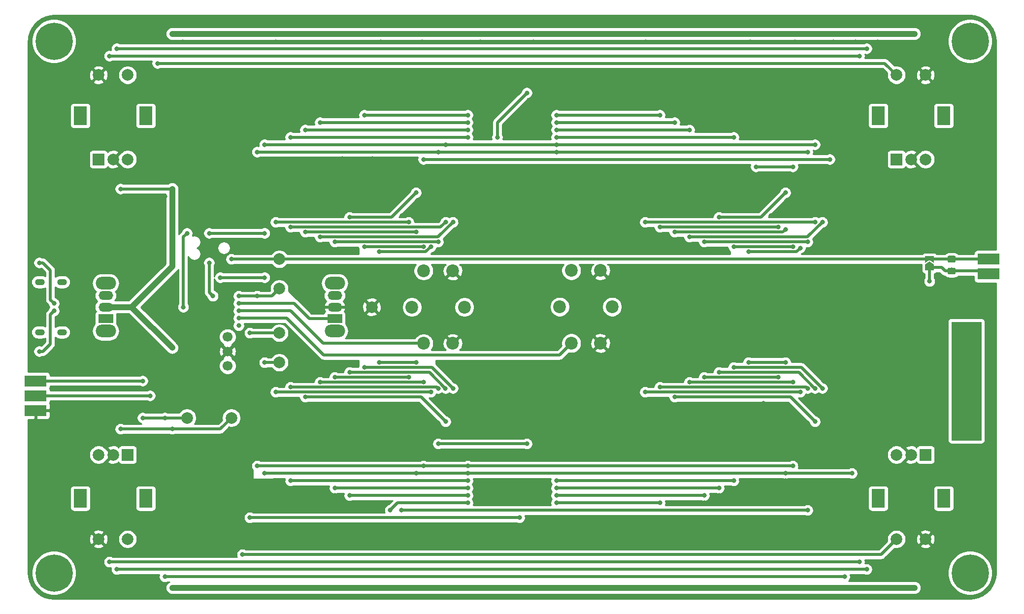
<source format=gbr>
G04 #@! TF.GenerationSoftware,KiCad,Pcbnew,(5.1.4)-1*
G04 #@! TF.CreationDate,2021-12-08T17:17:33-05:00*
G04 #@! TF.ProjectId,mtg_life_counter,6d74675f-6c69-4666-955f-636f756e7465,2.0*
G04 #@! TF.SameCoordinates,Original*
G04 #@! TF.FileFunction,Copper,L2,Bot*
G04 #@! TF.FilePolarity,Positive*
%FSLAX46Y46*%
G04 Gerber Fmt 4.6, Leading zero omitted, Abs format (unit mm)*
G04 Created by KiCad (PCBNEW (5.1.4)-1) date 2021-12-08 17:17:33*
%MOMM*%
%LPD*%
G04 APERTURE LIST*
%ADD10C,0.100000*%
%ADD11C,1.150000*%
%ADD12C,2.000000*%
%ADD13R,3.810000X1.905000*%
%ADD14R,2.300000X3.200000*%
%ADD15R,2.000000X2.000000*%
%ADD16O,1.700000X1.100000*%
%ADD17C,0.300000*%
%ADD18C,2.200000*%
%ADD19C,1.700000*%
%ADD20C,0.800000*%
%ADD21C,6.400000*%
%ADD22O,3.500000X2.200000*%
%ADD23O,2.500000X1.500000*%
%ADD24R,2.500000X1.500000*%
%ADD25C,0.500000*%
%ADD26C,1.000000*%
%ADD27C,0.254000*%
G04 APERTURE END LIST*
D10*
G36*
X215265000Y-124460000D02*
G01*
X210185000Y-124460000D01*
X210185000Y-104140000D01*
X215265000Y-104140000D01*
X215265000Y-124460000D01*
G37*
X215265000Y-124460000D02*
X210185000Y-124460000D01*
X210185000Y-104140000D01*
X215265000Y-104140000D01*
X215265000Y-124460000D01*
G36*
X210659505Y-94821204D02*
G01*
X210683773Y-94824804D01*
X210707572Y-94830765D01*
X210730671Y-94839030D01*
X210752850Y-94849520D01*
X210773893Y-94862132D01*
X210793599Y-94876747D01*
X210811777Y-94893223D01*
X210828253Y-94911401D01*
X210842868Y-94931107D01*
X210855480Y-94952150D01*
X210865970Y-94974329D01*
X210874235Y-94997428D01*
X210880196Y-95021227D01*
X210883796Y-95045495D01*
X210885000Y-95069999D01*
X210885000Y-95720001D01*
X210883796Y-95744505D01*
X210880196Y-95768773D01*
X210874235Y-95792572D01*
X210865970Y-95815671D01*
X210855480Y-95837850D01*
X210842868Y-95858893D01*
X210828253Y-95878599D01*
X210811777Y-95896777D01*
X210793599Y-95913253D01*
X210773893Y-95927868D01*
X210752850Y-95940480D01*
X210730671Y-95950970D01*
X210707572Y-95959235D01*
X210683773Y-95965196D01*
X210659505Y-95968796D01*
X210635001Y-95970000D01*
X209734999Y-95970000D01*
X209710495Y-95968796D01*
X209686227Y-95965196D01*
X209662428Y-95959235D01*
X209639329Y-95950970D01*
X209617150Y-95940480D01*
X209596107Y-95927868D01*
X209576401Y-95913253D01*
X209558223Y-95896777D01*
X209541747Y-95878599D01*
X209527132Y-95858893D01*
X209514520Y-95837850D01*
X209504030Y-95815671D01*
X209495765Y-95792572D01*
X209489804Y-95768773D01*
X209486204Y-95744505D01*
X209485000Y-95720001D01*
X209485000Y-95069999D01*
X209486204Y-95045495D01*
X209489804Y-95021227D01*
X209495765Y-94997428D01*
X209504030Y-94974329D01*
X209514520Y-94952150D01*
X209527132Y-94931107D01*
X209541747Y-94911401D01*
X209558223Y-94893223D01*
X209576401Y-94876747D01*
X209596107Y-94862132D01*
X209617150Y-94849520D01*
X209639329Y-94839030D01*
X209662428Y-94830765D01*
X209686227Y-94824804D01*
X209710495Y-94821204D01*
X209734999Y-94820000D01*
X210635001Y-94820000D01*
X210659505Y-94821204D01*
X210659505Y-94821204D01*
G37*
D11*
X210185000Y-95395000D03*
D10*
G36*
X210659505Y-92771204D02*
G01*
X210683773Y-92774804D01*
X210707572Y-92780765D01*
X210730671Y-92789030D01*
X210752850Y-92799520D01*
X210773893Y-92812132D01*
X210793599Y-92826747D01*
X210811777Y-92843223D01*
X210828253Y-92861401D01*
X210842868Y-92881107D01*
X210855480Y-92902150D01*
X210865970Y-92924329D01*
X210874235Y-92947428D01*
X210880196Y-92971227D01*
X210883796Y-92995495D01*
X210885000Y-93019999D01*
X210885000Y-93670001D01*
X210883796Y-93694505D01*
X210880196Y-93718773D01*
X210874235Y-93742572D01*
X210865970Y-93765671D01*
X210855480Y-93787850D01*
X210842868Y-93808893D01*
X210828253Y-93828599D01*
X210811777Y-93846777D01*
X210793599Y-93863253D01*
X210773893Y-93877868D01*
X210752850Y-93890480D01*
X210730671Y-93900970D01*
X210707572Y-93909235D01*
X210683773Y-93915196D01*
X210659505Y-93918796D01*
X210635001Y-93920000D01*
X209734999Y-93920000D01*
X209710495Y-93918796D01*
X209686227Y-93915196D01*
X209662428Y-93909235D01*
X209639329Y-93900970D01*
X209617150Y-93890480D01*
X209596107Y-93877868D01*
X209576401Y-93863253D01*
X209558223Y-93846777D01*
X209541747Y-93828599D01*
X209527132Y-93808893D01*
X209514520Y-93787850D01*
X209504030Y-93765671D01*
X209495765Y-93742572D01*
X209489804Y-93718773D01*
X209486204Y-93694505D01*
X209485000Y-93670001D01*
X209485000Y-93019999D01*
X209486204Y-92995495D01*
X209489804Y-92971227D01*
X209495765Y-92947428D01*
X209504030Y-92924329D01*
X209514520Y-92902150D01*
X209527132Y-92881107D01*
X209541747Y-92861401D01*
X209558223Y-92843223D01*
X209576401Y-92826747D01*
X209596107Y-92812132D01*
X209617150Y-92799520D01*
X209639329Y-92789030D01*
X209662428Y-92780765D01*
X209686227Y-92774804D01*
X209710495Y-92771204D01*
X209734999Y-92770000D01*
X210635001Y-92770000D01*
X210659505Y-92771204D01*
X210659505Y-92771204D01*
G37*
D11*
X210185000Y-93345000D03*
D12*
X110490000Y-101600000D03*
D13*
X216535000Y-95885000D03*
X216535000Y-93345000D03*
X52705000Y-119380000D03*
X52705000Y-116840000D03*
X52705000Y-114300000D03*
D12*
X94615000Y-98425000D03*
X78740000Y-120650000D03*
X94615000Y-106045000D03*
X94615000Y-93345000D03*
X94615000Y-111125000D03*
X86360000Y-120650000D03*
X68540000Y-61700000D03*
X63540000Y-61700000D03*
D14*
X71640000Y-68700000D03*
X60440000Y-68700000D03*
D12*
X68540000Y-76200000D03*
X66040000Y-76200000D03*
D15*
X63540000Y-76200000D03*
D12*
X63540000Y-141500000D03*
X68540000Y-141500000D03*
D14*
X60440000Y-134500000D03*
X71640000Y-134500000D03*
D12*
X63540000Y-127000000D03*
X66040000Y-127000000D03*
D15*
X68540000Y-127000000D03*
D12*
X200700000Y-141500000D03*
X205700000Y-141500000D03*
D14*
X197600000Y-134500000D03*
X208800000Y-134500000D03*
D12*
X200700000Y-127000000D03*
X203200000Y-127000000D03*
D15*
X205700000Y-127000000D03*
D12*
X205700000Y-61700000D03*
X200700000Y-61700000D03*
D14*
X208800000Y-68700000D03*
X197600000Y-68700000D03*
D12*
X205700000Y-76200000D03*
X203200000Y-76200000D03*
D15*
X200700000Y-76200000D03*
D16*
X57250000Y-97280000D03*
X57250000Y-105920000D03*
X53450000Y-97280000D03*
X53450000Y-105920000D03*
D17*
X206375000Y-94795000D03*
D10*
G36*
X206375000Y-93795000D02*
G01*
X207125000Y-94295000D01*
X207125000Y-95295000D01*
X205625000Y-95295000D01*
X205625000Y-94295000D01*
X206375000Y-93795000D01*
X206375000Y-93795000D01*
G37*
D17*
X206375000Y-93345000D03*
D10*
G36*
X207125000Y-92845000D02*
G01*
X207125000Y-93995000D01*
X206375000Y-93495000D01*
X205625000Y-93995000D01*
X205625000Y-92845000D01*
X207125000Y-92845000D01*
X207125000Y-92845000D01*
G37*
D18*
X117420000Y-101600000D03*
X126420000Y-101600000D03*
X124420000Y-107850000D03*
X124420000Y-95350000D03*
X119420000Y-95350000D03*
X119420000Y-107850000D03*
D19*
X85725000Y-106720000D03*
X85725000Y-109220000D03*
X85725000Y-111720000D03*
D20*
X57577056Y-54182944D03*
X55880000Y-53480000D03*
X54182944Y-54182944D03*
X53480000Y-55880000D03*
X54182944Y-57577056D03*
X55880000Y-58280000D03*
X57577056Y-57577056D03*
X58280000Y-55880000D03*
D21*
X55880000Y-55880000D03*
D18*
X142820000Y-101560000D03*
X151820000Y-101560000D03*
X149820000Y-107810000D03*
X149820000Y-95310000D03*
X144820000Y-95310000D03*
X144820000Y-107810000D03*
D20*
X57577056Y-145622944D03*
X55880000Y-144920000D03*
X54182944Y-145622944D03*
X53480000Y-147320000D03*
X54182944Y-149017056D03*
X55880000Y-149720000D03*
X57577056Y-149017056D03*
X58280000Y-147320000D03*
D21*
X55880000Y-147320000D03*
D20*
X215057056Y-145622944D03*
X213360000Y-144920000D03*
X211662944Y-145622944D03*
X210960000Y-147320000D03*
X211662944Y-149017056D03*
X213360000Y-149720000D03*
X215057056Y-149017056D03*
X215760000Y-147320000D03*
D21*
X213360000Y-147320000D03*
D20*
X215057056Y-54182944D03*
X213360000Y-53480000D03*
X211662944Y-54182944D03*
X210960000Y-55880000D03*
X211662944Y-57577056D03*
X213360000Y-58280000D03*
X215057056Y-57577056D03*
X215760000Y-55880000D03*
D21*
X213360000Y-55880000D03*
D22*
X104140000Y-97500000D03*
X104140000Y-105700000D03*
D23*
X104140000Y-99600000D03*
X104140000Y-101600000D03*
D24*
X104140000Y-103600000D03*
D22*
X64770000Y-97500000D03*
X64770000Y-105700000D03*
D23*
X64770000Y-99600000D03*
X64770000Y-101600000D03*
D24*
X64770000Y-103600000D03*
D20*
X161290000Y-119634000D03*
X163830000Y-119634000D03*
X166370000Y-119634000D03*
X168910000Y-119634000D03*
X171450000Y-119634000D03*
X173990000Y-119634000D03*
X141732000Y-139065000D03*
X139700000Y-140970000D03*
X129540000Y-140716000D03*
X141478000Y-66040000D03*
X141478000Y-64770000D03*
X127635000Y-64770000D03*
X127635000Y-63500000D03*
X129540000Y-63500000D03*
X129540000Y-62230000D03*
X177800000Y-118110000D03*
X189865000Y-119380000D03*
X191516000Y-121031000D03*
X127508000Y-139065000D03*
X206375000Y-106045000D03*
X207645000Y-104775000D03*
X207645000Y-103505000D03*
X206375000Y-102235000D03*
X195580000Y-104267000D03*
X197231000Y-101600000D03*
X127635000Y-66040000D03*
X141478000Y-67310000D03*
X134620000Y-60960000D03*
X129540000Y-60960000D03*
X130810000Y-60960000D03*
X132080000Y-60960000D03*
X127508000Y-142748000D03*
X134620000Y-142875000D03*
X125730000Y-86995000D03*
X127000000Y-86995000D03*
X127000000Y-85725000D03*
X127000000Y-84455000D03*
X127000000Y-83185000D03*
X125730000Y-83185000D03*
X177800000Y-83820000D03*
X189484000Y-86995000D03*
X190500000Y-85725000D03*
X190500000Y-84455000D03*
X134620000Y-126365000D03*
X139319000Y-126365000D03*
X140970000Y-77470000D03*
X139700000Y-77470000D03*
X138430000Y-77470000D03*
X135890000Y-77470000D03*
X130810000Y-77470000D03*
X129540000Y-77470000D03*
X201930000Y-102108000D03*
X205105000Y-106045000D03*
X205105000Y-97155000D03*
X205105000Y-100965000D03*
X198755000Y-100965000D03*
X135890000Y-67945000D03*
X134620000Y-72390000D03*
X134874000Y-64770000D03*
X132969000Y-66675000D03*
X132080000Y-77470000D03*
X80264000Y-99187000D03*
X80645000Y-104140000D03*
X79375000Y-104140000D03*
X83693000Y-111506000D03*
X78105000Y-112395000D03*
X80010000Y-112395000D03*
X81915000Y-112395000D03*
X132080000Y-131445000D03*
X134620000Y-131445000D03*
X179451000Y-120269000D03*
X184150000Y-121285000D03*
X188087000Y-121158000D03*
X141351000Y-127635000D03*
X184150000Y-125095000D03*
X89281000Y-98044000D03*
X156210000Y-142875000D03*
X156210000Y-137795000D03*
X156210000Y-127635000D03*
X158750000Y-137795000D03*
X158750000Y-141605000D03*
X162560000Y-137795000D03*
X163830000Y-141605000D03*
X165100000Y-137795000D03*
X167640000Y-137795000D03*
X166370000Y-141605000D03*
X170180000Y-137795000D03*
X179070000Y-137795000D03*
X173990000Y-137795000D03*
X179070000Y-142875000D03*
X174625000Y-142875000D03*
X179070000Y-135255000D03*
X173990000Y-131445000D03*
X173990000Y-135255000D03*
X170180000Y-133985000D03*
X167640000Y-135255000D03*
X165100000Y-135255000D03*
X162560000Y-135255000D03*
X162560000Y-127635000D03*
X165100000Y-127635000D03*
X158750000Y-127635000D03*
X176530000Y-127635000D03*
X179070000Y-127635000D03*
X181610000Y-131445000D03*
X184150000Y-131445000D03*
X184150000Y-135255000D03*
X181610000Y-135255000D03*
X181610000Y-137795000D03*
X181610000Y-142875000D03*
X184150000Y-128905000D03*
X186690000Y-125222000D03*
X188595000Y-125222000D03*
X186690000Y-128905000D03*
X188595000Y-128905000D03*
X124460000Y-139065000D03*
X118110000Y-139065000D03*
X105410000Y-141605000D03*
X102870000Y-141605000D03*
X100330000Y-141605000D03*
X99060000Y-139065000D03*
X101600000Y-139065000D03*
X104140000Y-139065000D03*
X106680000Y-139065000D03*
X95250000Y-131445000D03*
X99060000Y-132715000D03*
X101600000Y-132715000D03*
X99060000Y-136525000D03*
X101600000Y-136525000D03*
X104140000Y-133985000D03*
X104140000Y-136525000D03*
X113030000Y-135255000D03*
X99060000Y-127635000D03*
X101600000Y-127635000D03*
X107950000Y-127635000D03*
X110490000Y-127635000D03*
X95250000Y-127635000D03*
X78105000Y-123825000D03*
X78105000Y-144145000D03*
X124460000Y-142875000D03*
X118110000Y-142875000D03*
X115570000Y-142875000D03*
X115570000Y-139065000D03*
X113030000Y-139065000D03*
X110490000Y-141605000D03*
X86995000Y-123825000D03*
X188595000Y-131445000D03*
X187706000Y-137795000D03*
X188595000Y-142875000D03*
X186690000Y-131445000D03*
X156210000Y-77470000D03*
X158750000Y-67310000D03*
X163830000Y-61595000D03*
X166370000Y-61595000D03*
X168910000Y-61595000D03*
X171450000Y-61595000D03*
X173990000Y-61595000D03*
X173990000Y-71755000D03*
X176784000Y-61087000D03*
X176911000Y-72263000D03*
X162560000Y-64135000D03*
X162560000Y-68326000D03*
X165100000Y-69850000D03*
X165100000Y-64135000D03*
X170180000Y-70993000D03*
X167640000Y-70993000D03*
X189865000Y-74422000D03*
X189865000Y-60960000D03*
X125730000Y-77470000D03*
X125730000Y-67310000D03*
X125730000Y-60960000D03*
X116332000Y-77978000D03*
X116205000Y-67310000D03*
X116205000Y-60960000D03*
X123190000Y-60960000D03*
X123190000Y-67310000D03*
X113030000Y-67310000D03*
X110490000Y-61595000D03*
X107950000Y-61595000D03*
X110490000Y-67310000D03*
X105410000Y-61595000D03*
X106680000Y-68580000D03*
X104140000Y-68580000D03*
X102870000Y-61595000D03*
X101600000Y-64135000D03*
X101600000Y-68453000D03*
X100330000Y-61595000D03*
X99060000Y-69723000D03*
X94615000Y-76200000D03*
X93345000Y-78740000D03*
X94996000Y-72390000D03*
X179070000Y-125095000D03*
X176911000Y-121539000D03*
X118999000Y-83058000D03*
X120650000Y-81915000D03*
X88519000Y-94869000D03*
X87630000Y-90170000D03*
X89535000Y-92075000D03*
X76200000Y-97155000D03*
X132080000Y-134112000D03*
X137160000Y-127635000D03*
X161290000Y-141605000D03*
X67310000Y-107315000D03*
X69215000Y-107315000D03*
X69215000Y-95885000D03*
X67310000Y-95885000D03*
X73025000Y-101600000D03*
X80645000Y-87630000D03*
X86995000Y-84455000D03*
X88773000Y-83185000D03*
X88773000Y-86995000D03*
X67310000Y-103251000D03*
X67310000Y-99822000D03*
X203200000Y-124460000D03*
X203200000Y-129540000D03*
X203200000Y-132080000D03*
X200660000Y-129540000D03*
X205740000Y-129540000D03*
X203200000Y-78740000D03*
X203200000Y-71120000D03*
X203200000Y-73660000D03*
X200660000Y-73660000D03*
X205740000Y-73660000D03*
X66040000Y-73660000D03*
X66040000Y-129540000D03*
X193040000Y-132080000D03*
X193040000Y-142240000D03*
X193040000Y-137160000D03*
X198755000Y-97155000D03*
X198755000Y-94615000D03*
X198755000Y-92075000D03*
X198755000Y-85725000D03*
X193040000Y-80010000D03*
X193040000Y-60960000D03*
X193040000Y-69850000D03*
X184150000Y-78105000D03*
X196850000Y-78105000D03*
X197485000Y-71755000D03*
X200660000Y-67945000D03*
X200660000Y-65405000D03*
X196850000Y-125095000D03*
X197485000Y-131445000D03*
X200660000Y-135255000D03*
X200660000Y-138430000D03*
X68580000Y-138430000D03*
X68580000Y-132080000D03*
X70485000Y-129540000D03*
X70485000Y-137160000D03*
X73660000Y-138430000D03*
X73660000Y-143510000D03*
X70866000Y-141224000D03*
X72390000Y-95885000D03*
X72390000Y-82550000D03*
X72390000Y-88900000D03*
X72390000Y-80010000D03*
X72390000Y-71755000D03*
X69850000Y-65405000D03*
X71120000Y-63500000D03*
X74676000Y-99822000D03*
X74930000Y-82550000D03*
X74930000Y-80010000D03*
X74930000Y-60960000D03*
X74930000Y-69342000D03*
X74676000Y-55880000D03*
X55626000Y-115570000D03*
X70104000Y-115570000D03*
X62992000Y-115570000D03*
X55626000Y-118110000D03*
X93980000Y-56007000D03*
X77978000Y-56007000D03*
X112014000Y-56007000D03*
X119126000Y-56007000D03*
X129159000Y-56007000D03*
X138303000Y-56007000D03*
X157607000Y-56007000D03*
X175514000Y-56007000D03*
X183261000Y-56007000D03*
X189865000Y-56007000D03*
X193675000Y-56007000D03*
X197485000Y-56007000D03*
X196850000Y-58420000D03*
X193421000Y-148082000D03*
X196977000Y-145415000D03*
X201168000Y-148336000D03*
X213360000Y-142240000D03*
X208280000Y-147320000D03*
X213360000Y-60960000D03*
X208280000Y-55880000D03*
X60960000Y-55880000D03*
X55880000Y-60960000D03*
X55880000Y-142240000D03*
X60960000Y-147320000D03*
X52705000Y-142875000D03*
X52705000Y-131445000D03*
X52705000Y-121920000D03*
X52705000Y-111760000D03*
X52705000Y-81915000D03*
X52705000Y-71120000D03*
X52705000Y-59690000D03*
X60960000Y-52705000D03*
X73660000Y-52705000D03*
X86360000Y-52705000D03*
X99060000Y-52705000D03*
X111760000Y-52705000D03*
X124460000Y-52705000D03*
X137160000Y-52705000D03*
X149860000Y-52705000D03*
X162560000Y-52705000D03*
X175260000Y-52705000D03*
X187960000Y-52705000D03*
X200660000Y-52705000D03*
X208280000Y-52705000D03*
X215900000Y-60325000D03*
X215900000Y-73025000D03*
X215900000Y-85725000D03*
X215900000Y-100965000D03*
X215900000Y-128905000D03*
X215900000Y-139065000D03*
X121920000Y-99060000D03*
X121920000Y-104140000D03*
X147320000Y-99060000D03*
X147320000Y-104140000D03*
X86995000Y-133985000D03*
X82550000Y-128905000D03*
X82550000Y-139065000D03*
X92710000Y-135890000D03*
X90932000Y-131572000D03*
X89662000Y-139446000D03*
X92456000Y-142748000D03*
X170815000Y-92075000D03*
X185674000Y-91948000D03*
X187706000Y-89154000D03*
X182880000Y-82931000D03*
X184150000Y-82042000D03*
X189230000Y-82931000D03*
X179070000Y-85852000D03*
X115697000Y-85852000D03*
X107950000Y-83566000D03*
X122047000Y-91948000D03*
X74295000Y-150876000D03*
X205613000Y-150749000D03*
X122047000Y-111125000D03*
X107696000Y-111252000D03*
X96774000Y-106553000D03*
X93599000Y-108458000D03*
X158750000Y-119634000D03*
X95250000Y-119634000D03*
X97790000Y-119634000D03*
X100330000Y-119634000D03*
X102870000Y-119634000D03*
X105410000Y-119634000D03*
X107950000Y-119634000D03*
X110490000Y-119634000D03*
X106680000Y-135636000D03*
X110236000Y-135382000D03*
X95504000Y-136398000D03*
X95504000Y-139192000D03*
X97536000Y-141478000D03*
X95504000Y-141478000D03*
X96520000Y-132842000D03*
X78105000Y-133985000D03*
X86360000Y-143510000D03*
X82550000Y-120650000D03*
X68072000Y-143764000D03*
X124460000Y-126365000D03*
X120650000Y-125984000D03*
X120650000Y-127508000D03*
X113030000Y-127508000D03*
X120650000Y-121158000D03*
X113792000Y-118364000D03*
X124460000Y-120396000D03*
X126365000Y-119380000D03*
X128270000Y-121158000D03*
X128270000Y-123190000D03*
X137160000Y-142875000D03*
X132080000Y-127635000D03*
X127889000Y-127635000D03*
X132080000Y-123825000D03*
X129921000Y-126365000D03*
X168910000Y-141605000D03*
X179070000Y-131445000D03*
X193675000Y-102616000D03*
X205105000Y-63754000D03*
X71501000Y-101600000D03*
X86614000Y-97917000D03*
X86995000Y-85725000D03*
X77851000Y-81915000D03*
X81153000Y-95250000D03*
X79502000Y-93980000D03*
X115570000Y-120396000D03*
X190500000Y-80010000D03*
X189865000Y-67310000D03*
X196088000Y-92075000D03*
X196088000Y-94615000D03*
X177927000Y-94615000D03*
X177927000Y-109728000D03*
X196088000Y-116205000D03*
X207899000Y-96266000D03*
X213360000Y-96774000D03*
X205232000Y-121920000D03*
X205867000Y-135255000D03*
X205867000Y-138430000D03*
X63500000Y-132080000D03*
X63500000Y-138430000D03*
X63500000Y-65405000D03*
X63500000Y-71628000D03*
X186563000Y-60960000D03*
X186690000Y-72263000D03*
X179832000Y-72263000D03*
X179832000Y-60960000D03*
X183261000Y-66675000D03*
X138557000Y-91948000D03*
X149860000Y-91948000D03*
X139700000Y-63246000D03*
X134620000Y-92075000D03*
X135890000Y-94615000D03*
X134620000Y-108585000D03*
X135763000Y-111125000D03*
X134620000Y-123825000D03*
X146050000Y-60960000D03*
X157988000Y-60960000D03*
X113792000Y-83947000D03*
X109220000Y-64135000D03*
X105410000Y-76073000D03*
X110617000Y-76073000D03*
X110490000Y-81407000D03*
X95250000Y-83566000D03*
X97790000Y-83566000D03*
X100330000Y-83566000D03*
X102870000Y-83566000D03*
X110490000Y-83566000D03*
X105410000Y-83566000D03*
X107823000Y-91948000D03*
X93599000Y-88392000D03*
X93472000Y-91567000D03*
X158750000Y-83566000D03*
X161290000Y-83566000D03*
X171450000Y-83566000D03*
X166370000Y-83566000D03*
X163830000Y-83566000D03*
X173990000Y-83566000D03*
X168910000Y-83566000D03*
X175260000Y-101600000D03*
X177927000Y-101600000D03*
X175260000Y-109728000D03*
X175260000Y-94615000D03*
X148590000Y-118872000D03*
X163449000Y-103124000D03*
X144653000Y-84709000D03*
X139319000Y-116967000D03*
X113157000Y-81026000D03*
X113411000Y-76327000D03*
X120650000Y-77978000D03*
X128270000Y-77470000D03*
X131953000Y-92075000D03*
X117094000Y-94742000D03*
X118110000Y-99441000D03*
X118110000Y-103759000D03*
X106934000Y-106426000D03*
X104267000Y-94996000D03*
X94615000Y-96012000D03*
X143383000Y-99441000D03*
X143383000Y-103759000D03*
X138684000Y-108458000D03*
X138557000Y-94615000D03*
X142748000Y-94615000D03*
X77978000Y-60960000D03*
X94996000Y-61595000D03*
X86487000Y-67564000D03*
X83947000Y-78232000D03*
X61468000Y-87122000D03*
X148717000Y-140081000D03*
X186563000Y-98933000D03*
X188595000Y-108331000D03*
X205486000Y-91440000D03*
X52705000Y-91440000D03*
X59182000Y-97790000D03*
X62611000Y-95250000D03*
X59055000Y-95250000D03*
X57277000Y-95631000D03*
X59182000Y-105410000D03*
X53975000Y-104140000D03*
X53975000Y-101600000D03*
X53975000Y-99060000D03*
X52705000Y-100330000D03*
X52705000Y-102870000D03*
X53340000Y-107569000D03*
X53340000Y-95504000D03*
X57277000Y-107569000D03*
X59055000Y-109220000D03*
X59055000Y-93980000D03*
X60960000Y-105410000D03*
X60960000Y-93345000D03*
X57150000Y-92075000D03*
X57150000Y-111125000D03*
X87630000Y-100965000D03*
X87630000Y-103505000D03*
X87630000Y-102235000D03*
X116840000Y-149860000D03*
X125730000Y-149860000D03*
X180340000Y-149860000D03*
X135890000Y-149860000D03*
X189865000Y-149860000D03*
X114935000Y-54610000D03*
X124460000Y-54610000D03*
X133350000Y-54610000D03*
X178435000Y-54610000D03*
X187960000Y-54610000D03*
X191770000Y-54610000D03*
X202565000Y-149860000D03*
X203835000Y-149860000D03*
X202565000Y-54610000D03*
X203835000Y-54610000D03*
X76200000Y-81280000D03*
X76200000Y-54610000D03*
X67310000Y-81280000D03*
X76200000Y-149860000D03*
X76200000Y-108585000D03*
X67310000Y-122555000D03*
X76200000Y-122555000D03*
X66675000Y-101600000D03*
X67945000Y-101600000D03*
X69215000Y-101600000D03*
X127000000Y-68580000D03*
X109220000Y-68580000D03*
X127000000Y-69850000D03*
X101600000Y-69850000D03*
X127000000Y-71120000D03*
X99060000Y-71120000D03*
X127000000Y-72390000D03*
X96520000Y-72390000D03*
X160020000Y-68580000D03*
X142240000Y-68580000D03*
X142240000Y-69850000D03*
X162560000Y-69850000D03*
X142240000Y-71120000D03*
X165100000Y-71120000D03*
X142240000Y-72390000D03*
X172720000Y-72390000D03*
X142240000Y-135255000D03*
X160020000Y-135255000D03*
X142240000Y-133985000D03*
X167640000Y-133985000D03*
X142240000Y-132715000D03*
X170180000Y-132715000D03*
X142240000Y-131445000D03*
X172720000Y-131445000D03*
X127000000Y-135255000D03*
X113665000Y-136525000D03*
X127000000Y-133985000D03*
X106680000Y-133985000D03*
X104140000Y-132715000D03*
X127000000Y-132715000D03*
X127000000Y-131445000D03*
X96520000Y-131445000D03*
X194310000Y-58420000D03*
X65405000Y-58420000D03*
X66675000Y-57150000D03*
X195580000Y-57150000D03*
X73660000Y-59690000D03*
X88265000Y-144145000D03*
X65405000Y-145415000D03*
X194310000Y-145415000D03*
X195580000Y-146685000D03*
X66675000Y-146685000D03*
X78105000Y-101600000D03*
X78740000Y-88900000D03*
X71120000Y-114300000D03*
X72390000Y-116840000D03*
X115570000Y-136525000D03*
X185420000Y-136525000D03*
X121920000Y-125095000D03*
X137160000Y-125095000D03*
X99060000Y-88695000D03*
X118110000Y-88695000D03*
X109220000Y-91245000D03*
X119380000Y-91245000D03*
X111760000Y-92095000D03*
X120650000Y-91245000D03*
X104140000Y-90395000D03*
X121923598Y-90394892D03*
X96520000Y-87845000D03*
X123190000Y-86995000D03*
X101600000Y-89545000D03*
X124460000Y-86995000D03*
X162560000Y-117055000D03*
X186690000Y-121285000D03*
X172720000Y-111955000D03*
X187960000Y-115570000D03*
X170180000Y-112805000D03*
X186690000Y-115570000D03*
X160020000Y-115355000D03*
X185420000Y-115570000D03*
X157480000Y-116205000D03*
X184150000Y-116205000D03*
X165100000Y-114505000D03*
X182880000Y-114505000D03*
X106680000Y-86145000D03*
X118110000Y-81915000D03*
X93980000Y-86995000D03*
X116840000Y-86995000D03*
X175260000Y-111105000D03*
X181610000Y-111105000D03*
X167640000Y-113655000D03*
X180340000Y-113655000D03*
X55880000Y-102235000D03*
X53340000Y-109220000D03*
X55880000Y-100965000D03*
X53340000Y-93980000D03*
X123190000Y-73660000D03*
X181610000Y-130175000D03*
X118110000Y-130175000D03*
X127000000Y-130175000D03*
X142240000Y-73660000D03*
X186690000Y-73660000D03*
X193040000Y-130175000D03*
X92075000Y-130175000D03*
X92075000Y-73660000D03*
X82550000Y-88900000D03*
X92075000Y-96520000D03*
X92075000Y-88900000D03*
X84455000Y-96520000D03*
X92075000Y-111125000D03*
X170180000Y-86145000D03*
X181610000Y-81915000D03*
X160020000Y-87845000D03*
X180340000Y-87845000D03*
X162560000Y-88695000D03*
X181610000Y-88265000D03*
X172720000Y-91245000D03*
X182880000Y-91245000D03*
X175260000Y-92095000D03*
X184150000Y-91440000D03*
X167640000Y-90395000D03*
X185423598Y-90394892D03*
X157480000Y-86995000D03*
X186690000Y-86995000D03*
X165100000Y-89545000D03*
X187960000Y-86995000D03*
X99060000Y-117055000D03*
X123190000Y-121285000D03*
X109220000Y-111955000D03*
X124460000Y-115570000D03*
X106680000Y-112805000D03*
X123184001Y-115575999D03*
X96520000Y-115355000D03*
X121920000Y-115570000D03*
X93980000Y-116205000D03*
X120650000Y-116205000D03*
X101600000Y-114505000D03*
X119380000Y-114505000D03*
X111760000Y-111105000D03*
X118110000Y-111105000D03*
X104140000Y-113655000D03*
X116840000Y-113655000D03*
X119380000Y-76200000D03*
X189230000Y-76200000D03*
X182880000Y-77470000D03*
X176530000Y-77470000D03*
X87630000Y-104775000D03*
X206375000Y-97155000D03*
X182880000Y-128905000D03*
X119380000Y-128905000D03*
X127000000Y-128905000D03*
X142240000Y-74930000D03*
X185420000Y-74930000D03*
X121920000Y-74930000D03*
X90805000Y-128905000D03*
X90805000Y-74930000D03*
X87630000Y-99695000D03*
X90805000Y-99695000D03*
X132080000Y-72390000D03*
X137160000Y-64770000D03*
X191770000Y-147955000D03*
X74930000Y-147955000D03*
X71120000Y-120650000D03*
X74930000Y-120650000D03*
X135890000Y-137795000D03*
X82550000Y-93980000D03*
X89535000Y-137795000D03*
X83185000Y-99695000D03*
X89535000Y-106045000D03*
X86360000Y-93345000D03*
D25*
X99790000Y-103600000D02*
X97155000Y-100965000D01*
X104140000Y-103600000D02*
X99790000Y-103600000D01*
X87630000Y-100965000D02*
X97155000Y-100965000D01*
X142775000Y-109855000D02*
X144820000Y-107810000D01*
X102235000Y-109855000D02*
X142775000Y-109855000D01*
X87630000Y-103505000D02*
X95885000Y-103505000D01*
X95885000Y-103505000D02*
X97155000Y-104775000D01*
X97155000Y-104775000D02*
X102235000Y-109855000D01*
X119420000Y-107850000D02*
X102135000Y-107850000D01*
X87630000Y-102235000D02*
X96520000Y-102235000D01*
X96520000Y-102235000D02*
X97790000Y-103505000D01*
X97790000Y-103505000D02*
X102135000Y-107850000D01*
X116840000Y-149860000D02*
X125730000Y-149860000D01*
X125730000Y-149860000D02*
X135890000Y-149860000D01*
X135890000Y-149860000D02*
X180340000Y-149860000D01*
X180340000Y-149860000D02*
X189865000Y-149860000D01*
X189865000Y-149860000D02*
X190500000Y-149860000D01*
X190500000Y-149860000D02*
X202565000Y-149860000D01*
X203835000Y-149860000D02*
X202565000Y-149860000D01*
X76200000Y-81280000D02*
X67310000Y-81280000D01*
D26*
X76200000Y-54610000D02*
X203835000Y-54610000D01*
X203835000Y-149860000D02*
X76200000Y-149860000D01*
X69215000Y-101600000D02*
X76200000Y-108585000D01*
X76200000Y-94615000D02*
X76200000Y-81280000D01*
X69215000Y-101600000D02*
X69215000Y-101600000D01*
D25*
X67310000Y-122555000D02*
X76200000Y-122555000D01*
D26*
X64770000Y-101600000D02*
X66675000Y-101600000D01*
X66675000Y-101600000D02*
X67945000Y-101600000D01*
X67945000Y-101600000D02*
X69215000Y-101600000D01*
X69215000Y-101600000D02*
X76200000Y-94615000D01*
D25*
X84455000Y-122555000D02*
X86360000Y-120650000D01*
X76200000Y-122555000D02*
X84455000Y-122555000D01*
X127000000Y-68580000D02*
X109220000Y-68580000D01*
X127000000Y-69850000D02*
X101600000Y-69850000D01*
X127000000Y-71120000D02*
X99060000Y-71120000D01*
X127000000Y-72390000D02*
X96520000Y-72390000D01*
X160020000Y-68580000D02*
X142240000Y-68580000D01*
X142240000Y-69850000D02*
X155575000Y-69850000D01*
X162560000Y-69850000D02*
X142240000Y-69850000D01*
X142240000Y-71120000D02*
X156210000Y-71120000D01*
X165100000Y-71120000D02*
X142240000Y-71120000D01*
X142240000Y-72390000D02*
X156845000Y-72390000D01*
X172720000Y-72390000D02*
X142240000Y-72390000D01*
X142240000Y-135255000D02*
X160020000Y-135255000D01*
X142240000Y-133985000D02*
X167640000Y-133985000D01*
X142240000Y-132715000D02*
X170180000Y-132715000D01*
X142240000Y-131445000D02*
X172720000Y-131445000D01*
X127000000Y-135255000D02*
X114935000Y-135255000D01*
X114935000Y-135255000D02*
X113665000Y-136525000D01*
X127000000Y-133985000D02*
X106680000Y-133985000D01*
X127000000Y-132715000D02*
X104140000Y-132715000D01*
X127000000Y-131445000D02*
X96520000Y-131445000D01*
X194310000Y-58420000D02*
X186055000Y-58420000D01*
X186055000Y-58420000D02*
X65405000Y-58420000D01*
X66675000Y-57150000D02*
X91440000Y-57150000D01*
X195580000Y-57150000D02*
X91440000Y-57150000D01*
X198690000Y-59690000D02*
X200700000Y-61700000D01*
X74295000Y-59690000D02*
X198690000Y-59690000D01*
X73660000Y-59690000D02*
X74295000Y-59690000D01*
X200700000Y-141500000D02*
X198055000Y-144145000D01*
X198055000Y-144145000D02*
X124460000Y-144145000D01*
X124460000Y-144145000D02*
X88265000Y-144145000D01*
X65405000Y-145415000D02*
X98425000Y-145415000D01*
X98425000Y-145415000D02*
X194310000Y-145415000D01*
X195580000Y-146685000D02*
X66675000Y-146685000D01*
X78105000Y-101600000D02*
X78105000Y-89535000D01*
X78105000Y-89535000D02*
X78740000Y-88900000D01*
X71120000Y-114300000D02*
X58420000Y-114300000D01*
X58420000Y-114300000D02*
X52705000Y-114300000D01*
X72390000Y-116840000D02*
X58420000Y-116840000D01*
X58420000Y-116840000D02*
X52705000Y-116840000D01*
X115570000Y-136525000D02*
X185420000Y-136525000D01*
X121920000Y-125095000D02*
X125083002Y-125095000D01*
X125083002Y-125095000D02*
X136525000Y-125095000D01*
X137160000Y-125095000D02*
X136525000Y-125095000D01*
X99060000Y-88695000D02*
X118110000Y-88695000D01*
X109220000Y-91245000D02*
X119380000Y-91245000D01*
X111760000Y-92095000D02*
X119800000Y-92095000D01*
X119800000Y-92095000D02*
X120650000Y-91245000D01*
X104140000Y-90395000D02*
X121923490Y-90395000D01*
X121923490Y-90395000D02*
X121923598Y-90394892D01*
X96520000Y-87845000D02*
X122340000Y-87845000D01*
X122340000Y-87845000D02*
X123190000Y-86995000D01*
X101600000Y-89545000D02*
X121910000Y-89545000D01*
X121910000Y-89545000D02*
X124460000Y-86995000D01*
X162560000Y-117055000D02*
X182460000Y-117055000D01*
X182460000Y-117055000D02*
X186690000Y-121285000D01*
X172720000Y-111955000D02*
X184345000Y-111955000D01*
X184345000Y-111955000D02*
X187960000Y-115570000D01*
X186678002Y-115570000D02*
X186690000Y-115570000D01*
X170180000Y-112805000D02*
X183913002Y-112805000D01*
X183913002Y-112805000D02*
X186678002Y-115570000D01*
X160020000Y-115355000D02*
X185205000Y-115355000D01*
X185205000Y-115355000D02*
X185420000Y-115570000D01*
X157480000Y-116205000D02*
X184150000Y-116205000D01*
X165100000Y-114505000D02*
X182880000Y-114505000D01*
X106680000Y-86145000D02*
X113880000Y-86145000D01*
X113880000Y-86145000D02*
X118110000Y-81915000D01*
X93980000Y-86995000D02*
X116840000Y-86995000D01*
X175260000Y-111105000D02*
X181610000Y-111105000D01*
X167640000Y-113655000D02*
X180340000Y-113655000D01*
X55245000Y-102870000D02*
X55245000Y-107315000D01*
X55880000Y-102235000D02*
X55245000Y-102870000D01*
X55245000Y-107315000D02*
X55245000Y-107950000D01*
X55245000Y-107950000D02*
X53975000Y-109220000D01*
X53975000Y-109220000D02*
X53340000Y-109220000D01*
X53975000Y-93980000D02*
X53340000Y-93980000D01*
X55245000Y-95250000D02*
X53975000Y-93980000D01*
X55880000Y-100965000D02*
X55245000Y-100330000D01*
X55245000Y-100330000D02*
X55245000Y-95250000D01*
X123190000Y-73660000D02*
X137160000Y-73660000D01*
X118110000Y-130175000D02*
X127000000Y-130175000D01*
X132080000Y-130175000D02*
X127000000Y-130175000D01*
X181610000Y-130175000D02*
X132080000Y-130175000D01*
X142240000Y-73660000D02*
X137160000Y-73660000D01*
X142240000Y-73660000D02*
X186690000Y-73660000D01*
X193040000Y-130175000D02*
X181610000Y-130175000D01*
X92075000Y-130175000D02*
X118110000Y-130175000D01*
X123190000Y-73660000D02*
X92075000Y-73660000D01*
X82550000Y-88900000D02*
X92075000Y-88900000D01*
X84455000Y-96520000D02*
X92075000Y-96520000D01*
X94615000Y-111125000D02*
X92075000Y-111125000D01*
X170180000Y-86145000D02*
X177380000Y-86145000D01*
X177380000Y-86145000D02*
X181610000Y-81915000D01*
X160020000Y-87845000D02*
X180340000Y-87845000D01*
X162560000Y-88695000D02*
X181180000Y-88695000D01*
X181180000Y-88695000D02*
X181610000Y-88265000D01*
X172720000Y-91245000D02*
X182880000Y-91245000D01*
X175260000Y-92095000D02*
X183495000Y-92095000D01*
X183495000Y-92095000D02*
X184150000Y-91440000D01*
X167640000Y-90395000D02*
X185423490Y-90395000D01*
X185423490Y-90395000D02*
X185423598Y-90394892D01*
X157480000Y-86995000D02*
X186690000Y-86995000D01*
X165100000Y-89545000D02*
X185410000Y-89545000D01*
X185410000Y-89545000D02*
X187960000Y-86995000D01*
X118960000Y-117055000D02*
X123190000Y-121285000D01*
X99060000Y-117055000D02*
X118960000Y-117055000D01*
X109220000Y-111955000D02*
X120845000Y-111955000D01*
X120845000Y-111955000D02*
X124460000Y-115570000D01*
X106680000Y-112805000D02*
X120413002Y-112805000D01*
X120413002Y-112805000D02*
X123184001Y-115575999D01*
X123184001Y-115575999D02*
X123190000Y-115581998D01*
X96520000Y-115355000D02*
X121705000Y-115355000D01*
X121705000Y-115355000D02*
X121920000Y-115570000D01*
X93980000Y-116205000D02*
X120650000Y-116205000D01*
X101600000Y-114505000D02*
X119380000Y-114505000D01*
X111760000Y-111105000D02*
X118110000Y-111105000D01*
X104140000Y-113655000D02*
X116840000Y-113655000D01*
X119380000Y-76200000D02*
X189230000Y-76200000D01*
X182880000Y-77470000D02*
X176530000Y-77470000D01*
X206375000Y-97155000D02*
X206375000Y-94795000D01*
X216045000Y-95395000D02*
X216535000Y-95885000D01*
X210185000Y-95395000D02*
X216045000Y-95395000D01*
X206375000Y-94795000D02*
X207825000Y-94795000D01*
X210185000Y-95395000D02*
X209060000Y-95395000D01*
X208460000Y-94795000D02*
X207825000Y-94795000D01*
X209060000Y-95395000D02*
X208460000Y-94795000D01*
X119380000Y-128905000D02*
X127000000Y-128905000D01*
X142240000Y-74930000D02*
X185420000Y-74930000D01*
X132080000Y-128905000D02*
X127000000Y-128905000D01*
X182880000Y-128905000D02*
X132080000Y-128905000D01*
X142240000Y-74930000D02*
X121920000Y-74930000D01*
X119380000Y-128905000D02*
X90805000Y-128905000D01*
X90805000Y-128905000D02*
X90805000Y-128905000D01*
X121920000Y-74930000D02*
X90805000Y-74930000D01*
X87630000Y-99695000D02*
X90805000Y-99695000D01*
X93345000Y-99695000D02*
X94615000Y-98425000D01*
X90805000Y-99695000D02*
X93345000Y-99695000D01*
X132080000Y-69850000D02*
X132080000Y-72390000D01*
X137160000Y-64770000D02*
X132080000Y-69850000D01*
X191770000Y-147955000D02*
X75565000Y-147955000D01*
X74930000Y-147955000D02*
X75565000Y-147955000D01*
X71120000Y-120650000D02*
X74930000Y-120650000D01*
X74930000Y-120650000D02*
X78740000Y-120650000D01*
X126365000Y-137795000D02*
X135890000Y-137795000D01*
X89535000Y-137795000D02*
X126365000Y-137795000D01*
X82550000Y-99060000D02*
X83185000Y-99695000D01*
X82550000Y-93980000D02*
X82550000Y-99060000D01*
X94615000Y-106045000D02*
X89535000Y-106045000D01*
X86360000Y-93345000D02*
X105410000Y-93345000D01*
X201295000Y-93345000D02*
X206375000Y-93345000D01*
X206375000Y-93345000D02*
X210185000Y-93345000D01*
X210185000Y-93345000D02*
X216535000Y-93345000D01*
X105410000Y-93345000D02*
X201295000Y-93345000D01*
D27*
G36*
X214142249Y-51532437D02*
G01*
X214899774Y-51739672D01*
X215608625Y-52077777D01*
X216246404Y-52536067D01*
X216792946Y-53100055D01*
X217230977Y-53751913D01*
X217546651Y-54471038D01*
X217731206Y-55239768D01*
X217780001Y-55904221D01*
X217780001Y-91754428D01*
X214630000Y-91754428D01*
X214505518Y-91766688D01*
X214385820Y-91802998D01*
X214275506Y-91861963D01*
X214178815Y-91941315D01*
X214099463Y-92038006D01*
X214040498Y-92148320D01*
X214004188Y-92268018D01*
X213991928Y-92392500D01*
X213991928Y-92460000D01*
X211318737Y-92460000D01*
X211262962Y-92392038D01*
X211128387Y-92281595D01*
X210974851Y-92199528D01*
X210808255Y-92148992D01*
X210635001Y-92131928D01*
X209734999Y-92131928D01*
X209561745Y-92148992D01*
X209395149Y-92199528D01*
X209241613Y-92281595D01*
X209107038Y-92392038D01*
X209051263Y-92460000D01*
X207630501Y-92460000D01*
X207576185Y-92393815D01*
X207479494Y-92314463D01*
X207369180Y-92255498D01*
X207249482Y-92219188D01*
X207125000Y-92206928D01*
X205625000Y-92206928D01*
X205500518Y-92219188D01*
X205380820Y-92255498D01*
X205270506Y-92314463D01*
X205173815Y-92393815D01*
X205119499Y-92460000D01*
X184381578Y-92460000D01*
X184395043Y-92446535D01*
X184451898Y-92435226D01*
X184640256Y-92357205D01*
X184809774Y-92243937D01*
X184953937Y-92099774D01*
X185067205Y-91930256D01*
X185145226Y-91741898D01*
X185185000Y-91541939D01*
X185185000Y-91402709D01*
X185321659Y-91429892D01*
X185525537Y-91429892D01*
X185725496Y-91390118D01*
X185913854Y-91312097D01*
X186083372Y-91198829D01*
X186227535Y-91054666D01*
X186340803Y-90885148D01*
X186418824Y-90696790D01*
X186458598Y-90496831D01*
X186458598Y-90292953D01*
X186418824Y-90092994D01*
X186340803Y-89904636D01*
X186325238Y-89881341D01*
X188205044Y-88001535D01*
X188261898Y-87990226D01*
X188450256Y-87912205D01*
X188619774Y-87798937D01*
X188763937Y-87654774D01*
X188877205Y-87485256D01*
X188955226Y-87296898D01*
X188995000Y-87096939D01*
X188995000Y-86893061D01*
X188955226Y-86693102D01*
X188877205Y-86504744D01*
X188763937Y-86335226D01*
X188619774Y-86191063D01*
X188450256Y-86077795D01*
X188261898Y-85999774D01*
X188061939Y-85960000D01*
X187858061Y-85960000D01*
X187658102Y-85999774D01*
X187469744Y-86077795D01*
X187325000Y-86174510D01*
X187180256Y-86077795D01*
X186991898Y-85999774D01*
X186791939Y-85960000D01*
X186588061Y-85960000D01*
X186388102Y-85999774D01*
X186199744Y-86077795D01*
X186151546Y-86110000D01*
X178666578Y-86110000D01*
X181855044Y-82921535D01*
X181911898Y-82910226D01*
X182100256Y-82832205D01*
X182269774Y-82718937D01*
X182413937Y-82574774D01*
X182527205Y-82405256D01*
X182605226Y-82216898D01*
X182645000Y-82016939D01*
X182645000Y-81813061D01*
X182605226Y-81613102D01*
X182527205Y-81424744D01*
X182413937Y-81255226D01*
X182269774Y-81111063D01*
X182100256Y-80997795D01*
X181911898Y-80919774D01*
X181711939Y-80880000D01*
X181508061Y-80880000D01*
X181308102Y-80919774D01*
X181119744Y-80997795D01*
X180950226Y-81111063D01*
X180806063Y-81255226D01*
X180692795Y-81424744D01*
X180614774Y-81613102D01*
X180603465Y-81669956D01*
X177013422Y-85260000D01*
X170718454Y-85260000D01*
X170670256Y-85227795D01*
X170481898Y-85149774D01*
X170281939Y-85110000D01*
X170078061Y-85110000D01*
X169878102Y-85149774D01*
X169689744Y-85227795D01*
X169520226Y-85341063D01*
X169376063Y-85485226D01*
X169262795Y-85654744D01*
X169184774Y-85843102D01*
X169145000Y-86043061D01*
X169145000Y-86110000D01*
X158018454Y-86110000D01*
X157970256Y-86077795D01*
X157781898Y-85999774D01*
X157581939Y-85960000D01*
X157378061Y-85960000D01*
X157178102Y-85999774D01*
X156989744Y-86077795D01*
X156820226Y-86191063D01*
X156676063Y-86335226D01*
X156562795Y-86504744D01*
X156484774Y-86693102D01*
X156445000Y-86893061D01*
X156445000Y-87096939D01*
X156484774Y-87296898D01*
X156562795Y-87485256D01*
X156676063Y-87654774D01*
X156820226Y-87798937D01*
X156989744Y-87912205D01*
X157178102Y-87990226D01*
X157378061Y-88030000D01*
X157581939Y-88030000D01*
X157781898Y-87990226D01*
X157970256Y-87912205D01*
X158018454Y-87880000D01*
X158985000Y-87880000D01*
X158985000Y-87946939D01*
X159024774Y-88146898D01*
X159102795Y-88335256D01*
X159216063Y-88504774D01*
X159360226Y-88648937D01*
X159529744Y-88762205D01*
X159718102Y-88840226D01*
X159918061Y-88880000D01*
X160121939Y-88880000D01*
X160321898Y-88840226D01*
X160510256Y-88762205D01*
X160558454Y-88730000D01*
X161525000Y-88730000D01*
X161525000Y-88796939D01*
X161564774Y-88996898D01*
X161642795Y-89185256D01*
X161756063Y-89354774D01*
X161900226Y-89498937D01*
X162069744Y-89612205D01*
X162258102Y-89690226D01*
X162458061Y-89730000D01*
X162661939Y-89730000D01*
X162861898Y-89690226D01*
X163050256Y-89612205D01*
X163098454Y-89580000D01*
X164065000Y-89580000D01*
X164065000Y-89646939D01*
X164104774Y-89846898D01*
X164182795Y-90035256D01*
X164296063Y-90204774D01*
X164440226Y-90348937D01*
X164609744Y-90462205D01*
X164798102Y-90540226D01*
X164998061Y-90580000D01*
X165201939Y-90580000D01*
X165401898Y-90540226D01*
X165590256Y-90462205D01*
X165638454Y-90430000D01*
X166605000Y-90430000D01*
X166605000Y-90496939D01*
X166644774Y-90696898D01*
X166722795Y-90885256D01*
X166836063Y-91054774D01*
X166980226Y-91198937D01*
X167149744Y-91312205D01*
X167338102Y-91390226D01*
X167538061Y-91430000D01*
X167741939Y-91430000D01*
X167941898Y-91390226D01*
X168130256Y-91312205D01*
X168178454Y-91280000D01*
X171685000Y-91280000D01*
X171685000Y-91346939D01*
X171724774Y-91546898D01*
X171802795Y-91735256D01*
X171916063Y-91904774D01*
X172060226Y-92048937D01*
X172085000Y-92065490D01*
X172085000Y-92460000D01*
X120686578Y-92460000D01*
X120895044Y-92251535D01*
X120951898Y-92240226D01*
X121140256Y-92162205D01*
X121309774Y-92048937D01*
X121453937Y-91904774D01*
X121567205Y-91735256D01*
X121645226Y-91546898D01*
X121674329Y-91400586D01*
X121821659Y-91429892D01*
X122025537Y-91429892D01*
X122225496Y-91390118D01*
X122413854Y-91312097D01*
X122583372Y-91198829D01*
X122727535Y-91054666D01*
X122840803Y-90885148D01*
X122918824Y-90696790D01*
X122958598Y-90496831D01*
X122958598Y-90292953D01*
X122918824Y-90092994D01*
X122840803Y-89904636D01*
X122825238Y-89881341D01*
X124705044Y-88001535D01*
X124761898Y-87990226D01*
X124950256Y-87912205D01*
X125119774Y-87798937D01*
X125263937Y-87654774D01*
X125377205Y-87485256D01*
X125455226Y-87296898D01*
X125495000Y-87096939D01*
X125495000Y-86893061D01*
X125455226Y-86693102D01*
X125377205Y-86504744D01*
X125263937Y-86335226D01*
X125119774Y-86191063D01*
X124950256Y-86077795D01*
X124761898Y-85999774D01*
X124561939Y-85960000D01*
X124358061Y-85960000D01*
X124158102Y-85999774D01*
X123969744Y-86077795D01*
X123825000Y-86174510D01*
X123680256Y-86077795D01*
X123491898Y-85999774D01*
X123291939Y-85960000D01*
X123088061Y-85960000D01*
X122888102Y-85999774D01*
X122699744Y-86077795D01*
X122530226Y-86191063D01*
X122386063Y-86335226D01*
X122272795Y-86504744D01*
X122194774Y-86693102D01*
X122183465Y-86749956D01*
X121973422Y-86960000D01*
X117875000Y-86960000D01*
X117875000Y-86893061D01*
X117835226Y-86693102D01*
X117757205Y-86504744D01*
X117643937Y-86335226D01*
X117499774Y-86191063D01*
X117330256Y-86077795D01*
X117141898Y-85999774D01*
X116941939Y-85960000D01*
X116738061Y-85960000D01*
X116538102Y-85999774D01*
X116349744Y-86077795D01*
X116301546Y-86110000D01*
X115166578Y-86110000D01*
X118355044Y-82921535D01*
X118411898Y-82910226D01*
X118600256Y-82832205D01*
X118769774Y-82718937D01*
X118913937Y-82574774D01*
X119027205Y-82405256D01*
X119105226Y-82216898D01*
X119145000Y-82016939D01*
X119145000Y-81813061D01*
X119105226Y-81613102D01*
X119027205Y-81424744D01*
X118913937Y-81255226D01*
X118769774Y-81111063D01*
X118600256Y-80997795D01*
X118411898Y-80919774D01*
X118211939Y-80880000D01*
X118008061Y-80880000D01*
X117808102Y-80919774D01*
X117619744Y-80997795D01*
X117450226Y-81111063D01*
X117306063Y-81255226D01*
X117192795Y-81424744D01*
X117114774Y-81613102D01*
X117103465Y-81669956D01*
X113513422Y-85260000D01*
X107218454Y-85260000D01*
X107170256Y-85227795D01*
X106981898Y-85149774D01*
X106781939Y-85110000D01*
X106578061Y-85110000D01*
X106378102Y-85149774D01*
X106189744Y-85227795D01*
X106020226Y-85341063D01*
X105876063Y-85485226D01*
X105762795Y-85654744D01*
X105684774Y-85843102D01*
X105645000Y-86043061D01*
X105645000Y-86110000D01*
X94518454Y-86110000D01*
X94470256Y-86077795D01*
X94281898Y-85999774D01*
X94081939Y-85960000D01*
X93878061Y-85960000D01*
X93678102Y-85999774D01*
X93489744Y-86077795D01*
X93320226Y-86191063D01*
X93176063Y-86335226D01*
X93062795Y-86504744D01*
X92984774Y-86693102D01*
X92945000Y-86893061D01*
X92945000Y-87096939D01*
X92984774Y-87296898D01*
X93062795Y-87485256D01*
X93176063Y-87654774D01*
X93320226Y-87798937D01*
X93489744Y-87912205D01*
X93678102Y-87990226D01*
X93878061Y-88030000D01*
X94081939Y-88030000D01*
X94281898Y-87990226D01*
X94470256Y-87912205D01*
X94518454Y-87880000D01*
X95485000Y-87880000D01*
X95485000Y-87946939D01*
X95524774Y-88146898D01*
X95602795Y-88335256D01*
X95716063Y-88504774D01*
X95860226Y-88648937D01*
X96029744Y-88762205D01*
X96218102Y-88840226D01*
X96418061Y-88880000D01*
X96621939Y-88880000D01*
X96821898Y-88840226D01*
X97010256Y-88762205D01*
X97058454Y-88730000D01*
X98025000Y-88730000D01*
X98025000Y-88796939D01*
X98064774Y-88996898D01*
X98142795Y-89185256D01*
X98256063Y-89354774D01*
X98400226Y-89498937D01*
X98569744Y-89612205D01*
X98758102Y-89690226D01*
X98958061Y-89730000D01*
X99161939Y-89730000D01*
X99361898Y-89690226D01*
X99550256Y-89612205D01*
X99598454Y-89580000D01*
X100565000Y-89580000D01*
X100565000Y-89646939D01*
X100604774Y-89846898D01*
X100682795Y-90035256D01*
X100796063Y-90204774D01*
X100940226Y-90348937D01*
X101109744Y-90462205D01*
X101298102Y-90540226D01*
X101498061Y-90580000D01*
X101701939Y-90580000D01*
X101901898Y-90540226D01*
X102090256Y-90462205D01*
X102138454Y-90430000D01*
X103105000Y-90430000D01*
X103105000Y-90496939D01*
X103144774Y-90696898D01*
X103222795Y-90885256D01*
X103336063Y-91054774D01*
X103480226Y-91198937D01*
X103649744Y-91312205D01*
X103838102Y-91390226D01*
X104038061Y-91430000D01*
X104241939Y-91430000D01*
X104441898Y-91390226D01*
X104630256Y-91312205D01*
X104678454Y-91280000D01*
X108185000Y-91280000D01*
X108185000Y-91346939D01*
X108204000Y-91442459D01*
X108204000Y-92460000D01*
X95990059Y-92460000D01*
X95884987Y-92302748D01*
X95657252Y-92075013D01*
X95389463Y-91896082D01*
X95091912Y-91772832D01*
X94776033Y-91710000D01*
X94453967Y-91710000D01*
X94138088Y-91772832D01*
X93840537Y-91896082D01*
X93572748Y-92075013D01*
X93345013Y-92302748D01*
X93239941Y-92460000D01*
X86898454Y-92460000D01*
X86850256Y-92427795D01*
X86661898Y-92349774D01*
X86461939Y-92310000D01*
X86258061Y-92310000D01*
X86058102Y-92349774D01*
X85869744Y-92427795D01*
X85700226Y-92541063D01*
X85556063Y-92685226D01*
X85442795Y-92854744D01*
X85364774Y-93043102D01*
X85325000Y-93243061D01*
X85325000Y-93446939D01*
X85364774Y-93646898D01*
X85442795Y-93835256D01*
X85556063Y-94004774D01*
X85700226Y-94148937D01*
X85869744Y-94262205D01*
X86058102Y-94340226D01*
X86258061Y-94380000D01*
X86461939Y-94380000D01*
X86661898Y-94340226D01*
X86850256Y-94262205D01*
X86898454Y-94230000D01*
X93239941Y-94230000D01*
X93345013Y-94387252D01*
X93572748Y-94614987D01*
X93840537Y-94793918D01*
X94138088Y-94917168D01*
X94453967Y-94980000D01*
X94776033Y-94980000D01*
X95091912Y-94917168D01*
X95389463Y-94793918D01*
X95657252Y-94614987D01*
X95884987Y-94387252D01*
X95990059Y-94230000D01*
X118086339Y-94230000D01*
X118072337Y-94244002D01*
X117882463Y-94528169D01*
X117751675Y-94843919D01*
X117685000Y-95179117D01*
X117685000Y-95520883D01*
X117751675Y-95856081D01*
X117882463Y-96171831D01*
X118072337Y-96455998D01*
X118314002Y-96697663D01*
X118598169Y-96887537D01*
X118913919Y-97018325D01*
X119249117Y-97085000D01*
X119590883Y-97085000D01*
X119926081Y-97018325D01*
X120241831Y-96887537D01*
X120525998Y-96697663D01*
X120666949Y-96556712D01*
X123392893Y-96556712D01*
X123500726Y-96831338D01*
X123807384Y-96982216D01*
X124137585Y-97070369D01*
X124478639Y-97092409D01*
X124817439Y-97047489D01*
X125140966Y-96937336D01*
X125339274Y-96831338D01*
X125447107Y-96556712D01*
X124420000Y-95529605D01*
X123392893Y-96556712D01*
X120666949Y-96556712D01*
X120767663Y-96455998D01*
X120957537Y-96171831D01*
X121088325Y-95856081D01*
X121155000Y-95520883D01*
X121155000Y-95179117D01*
X121088325Y-94843919D01*
X120957537Y-94528169D01*
X120767663Y-94244002D01*
X120753661Y-94230000D01*
X123120392Y-94230000D01*
X123213286Y-94322894D01*
X122938662Y-94430726D01*
X122787784Y-94737384D01*
X122699631Y-95067585D01*
X122677591Y-95408639D01*
X122722511Y-95747439D01*
X122832664Y-96070966D01*
X122938662Y-96269274D01*
X123213288Y-96377107D01*
X124240395Y-95350000D01*
X124226253Y-95335858D01*
X124405858Y-95156253D01*
X124420000Y-95170395D01*
X124434143Y-95156253D01*
X124613748Y-95335858D01*
X124599605Y-95350000D01*
X125626712Y-96377107D01*
X125901338Y-96269274D01*
X126052216Y-95962616D01*
X126140369Y-95632415D01*
X126162409Y-95291361D01*
X126117489Y-94952561D01*
X126007336Y-94629034D01*
X125901338Y-94430726D01*
X125626714Y-94322894D01*
X125719608Y-94230000D01*
X143454966Y-94230000D01*
X143282463Y-94488169D01*
X143151675Y-94803919D01*
X143085000Y-95139117D01*
X143085000Y-95480883D01*
X143151675Y-95816081D01*
X143282463Y-96131831D01*
X143472337Y-96415998D01*
X143714002Y-96657663D01*
X143998169Y-96847537D01*
X144313919Y-96978325D01*
X144649117Y-97045000D01*
X144990883Y-97045000D01*
X145326081Y-96978325D01*
X145641831Y-96847537D01*
X145925998Y-96657663D01*
X146066949Y-96516712D01*
X148792893Y-96516712D01*
X148900726Y-96791338D01*
X149207384Y-96942216D01*
X149537585Y-97030369D01*
X149878639Y-97052409D01*
X150217439Y-97007489D01*
X150540966Y-96897336D01*
X150739274Y-96791338D01*
X150847107Y-96516712D01*
X149820000Y-95489605D01*
X148792893Y-96516712D01*
X146066949Y-96516712D01*
X146167663Y-96415998D01*
X146357537Y-96131831D01*
X146488325Y-95816081D01*
X146555000Y-95480883D01*
X146555000Y-95139117D01*
X146488325Y-94803919D01*
X146357537Y-94488169D01*
X146185034Y-94230000D01*
X148560392Y-94230000D01*
X148613286Y-94282894D01*
X148338662Y-94390726D01*
X148187784Y-94697384D01*
X148099631Y-95027585D01*
X148077591Y-95368639D01*
X148122511Y-95707439D01*
X148232664Y-96030966D01*
X148338662Y-96229274D01*
X148613288Y-96337107D01*
X149640395Y-95310000D01*
X149626253Y-95295858D01*
X149805858Y-95116253D01*
X149820000Y-95130395D01*
X149834143Y-95116253D01*
X150013748Y-95295858D01*
X149999605Y-95310000D01*
X151026712Y-96337107D01*
X151301338Y-96229274D01*
X151452216Y-95922616D01*
X151540369Y-95592415D01*
X151562409Y-95251361D01*
X151517489Y-94912561D01*
X151407336Y-94589034D01*
X151301338Y-94390726D01*
X151026714Y-94282894D01*
X151079608Y-94230000D01*
X204993330Y-94230000D01*
X204986928Y-94295000D01*
X204986928Y-95295000D01*
X204999188Y-95419482D01*
X205035498Y-95539180D01*
X205094463Y-95649494D01*
X205173815Y-95746185D01*
X205270506Y-95825537D01*
X205380820Y-95884502D01*
X205490001Y-95917622D01*
X205490000Y-96616545D01*
X205457795Y-96664744D01*
X205379774Y-96853102D01*
X205340000Y-97053061D01*
X205340000Y-97256939D01*
X205379774Y-97456898D01*
X205457795Y-97645256D01*
X205571063Y-97814774D01*
X205715226Y-97958937D01*
X205884744Y-98072205D01*
X206073102Y-98150226D01*
X206273061Y-98190000D01*
X206476939Y-98190000D01*
X206676898Y-98150226D01*
X206865256Y-98072205D01*
X207034774Y-97958937D01*
X207178937Y-97814774D01*
X207292205Y-97645256D01*
X207370226Y-97456898D01*
X207410000Y-97256939D01*
X207410000Y-97053061D01*
X207370226Y-96853102D01*
X207292205Y-96664744D01*
X207260000Y-96616546D01*
X207260000Y-95917621D01*
X207369180Y-95884502D01*
X207479494Y-95825537D01*
X207576185Y-95746185D01*
X207630501Y-95680000D01*
X208093422Y-95680000D01*
X208403470Y-95990049D01*
X208431183Y-96023817D01*
X208464951Y-96051530D01*
X208464953Y-96051532D01*
X208517919Y-96095000D01*
X208565941Y-96134411D01*
X208719687Y-96216589D01*
X208886510Y-96267195D01*
X209016523Y-96280000D01*
X209016533Y-96280000D01*
X209054317Y-96283721D01*
X209107038Y-96347962D01*
X209241613Y-96458405D01*
X209395149Y-96540472D01*
X209561745Y-96591008D01*
X209734999Y-96608072D01*
X210635001Y-96608072D01*
X210808255Y-96591008D01*
X210974851Y-96540472D01*
X211128387Y-96458405D01*
X211262962Y-96347962D01*
X211318737Y-96280000D01*
X213991928Y-96280000D01*
X213991928Y-96837500D01*
X214004188Y-96961982D01*
X214040498Y-97081680D01*
X214099463Y-97191994D01*
X214178815Y-97288685D01*
X214275506Y-97368037D01*
X214385820Y-97427002D01*
X214505518Y-97463312D01*
X214630000Y-97475572D01*
X217780001Y-97475572D01*
X217780000Y-147290608D01*
X217707563Y-148102249D01*
X217500328Y-148859774D01*
X217162221Y-149568627D01*
X216703928Y-150206410D01*
X216139945Y-150752946D01*
X215488085Y-151190978D01*
X214768963Y-151506651D01*
X214000232Y-151691206D01*
X213335792Y-151740000D01*
X55909392Y-151740000D01*
X55097751Y-151667563D01*
X54340226Y-151460328D01*
X53631373Y-151122221D01*
X52993590Y-150663928D01*
X52447054Y-150099945D01*
X52009022Y-149448085D01*
X51693349Y-148728963D01*
X51508794Y-147960232D01*
X51460000Y-147295792D01*
X51460000Y-146942285D01*
X52045000Y-146942285D01*
X52045000Y-147697715D01*
X52192377Y-148438628D01*
X52481467Y-149136554D01*
X52901161Y-149764670D01*
X53435330Y-150298839D01*
X54063446Y-150718533D01*
X54761372Y-151007623D01*
X55502285Y-151155000D01*
X56257715Y-151155000D01*
X56998628Y-151007623D01*
X57696554Y-150718533D01*
X58324670Y-150298839D01*
X58858839Y-149764670D01*
X59278533Y-149136554D01*
X59567623Y-148438628D01*
X59715000Y-147697715D01*
X59715000Y-146942285D01*
X59567623Y-146201372D01*
X59278533Y-145503446D01*
X59151322Y-145313061D01*
X64370000Y-145313061D01*
X64370000Y-145516939D01*
X64409774Y-145716898D01*
X64487795Y-145905256D01*
X64601063Y-146074774D01*
X64745226Y-146218937D01*
X64914744Y-146332205D01*
X65103102Y-146410226D01*
X65303061Y-146450000D01*
X65506939Y-146450000D01*
X65673039Y-146416961D01*
X65640000Y-146583061D01*
X65640000Y-146786939D01*
X65679774Y-146986898D01*
X65757795Y-147175256D01*
X65871063Y-147344774D01*
X66015226Y-147488937D01*
X66184744Y-147602205D01*
X66373102Y-147680226D01*
X66573061Y-147720000D01*
X66776939Y-147720000D01*
X66976898Y-147680226D01*
X67165256Y-147602205D01*
X67213454Y-147570000D01*
X73969196Y-147570000D01*
X73934774Y-147653102D01*
X73895000Y-147853061D01*
X73895000Y-148056939D01*
X73934774Y-148256898D01*
X74012795Y-148445256D01*
X74126063Y-148614774D01*
X74270226Y-148758937D01*
X74439744Y-148872205D01*
X74628102Y-148950226D01*
X74828061Y-148990000D01*
X75031939Y-148990000D01*
X75231898Y-148950226D01*
X75420256Y-148872205D01*
X75468454Y-148840000D01*
X75700549Y-148840000D01*
X75566377Y-148911716D01*
X75393551Y-149053551D01*
X75251716Y-149226377D01*
X75146324Y-149423553D01*
X75081423Y-149637501D01*
X75059509Y-149860000D01*
X75081423Y-150082499D01*
X75146324Y-150296447D01*
X75251716Y-150493623D01*
X75393551Y-150666449D01*
X75566377Y-150808284D01*
X75763553Y-150913676D01*
X75977501Y-150978577D01*
X76144248Y-150995000D01*
X203890752Y-150995000D01*
X204057499Y-150978577D01*
X204271447Y-150913676D01*
X204468623Y-150808284D01*
X204641449Y-150666449D01*
X204783284Y-150493623D01*
X204888676Y-150296447D01*
X204953577Y-150082499D01*
X204975491Y-149860000D01*
X204953577Y-149637501D01*
X204888676Y-149423553D01*
X204783284Y-149226377D01*
X204641449Y-149053551D01*
X204468623Y-148911716D01*
X204271447Y-148806324D01*
X204057499Y-148741423D01*
X203890752Y-148725000D01*
X192463711Y-148725000D01*
X192573937Y-148614774D01*
X192687205Y-148445256D01*
X192765226Y-148256898D01*
X192805000Y-148056939D01*
X192805000Y-147853061D01*
X192765226Y-147653102D01*
X192730804Y-147570000D01*
X195041546Y-147570000D01*
X195089744Y-147602205D01*
X195278102Y-147680226D01*
X195478061Y-147720000D01*
X195681939Y-147720000D01*
X195881898Y-147680226D01*
X196070256Y-147602205D01*
X196239774Y-147488937D01*
X196383937Y-147344774D01*
X196497205Y-147175256D01*
X196575226Y-146986898D01*
X196584100Y-146942285D01*
X209525000Y-146942285D01*
X209525000Y-147697715D01*
X209672377Y-148438628D01*
X209961467Y-149136554D01*
X210381161Y-149764670D01*
X210915330Y-150298839D01*
X211543446Y-150718533D01*
X212241372Y-151007623D01*
X212982285Y-151155000D01*
X213737715Y-151155000D01*
X214478628Y-151007623D01*
X215176554Y-150718533D01*
X215804670Y-150298839D01*
X216338839Y-149764670D01*
X216758533Y-149136554D01*
X217047623Y-148438628D01*
X217195000Y-147697715D01*
X217195000Y-146942285D01*
X217047623Y-146201372D01*
X216758533Y-145503446D01*
X216338839Y-144875330D01*
X215804670Y-144341161D01*
X215176554Y-143921467D01*
X214478628Y-143632377D01*
X213737715Y-143485000D01*
X212982285Y-143485000D01*
X212241372Y-143632377D01*
X211543446Y-143921467D01*
X210915330Y-144341161D01*
X210381161Y-144875330D01*
X209961467Y-145503446D01*
X209672377Y-146201372D01*
X209525000Y-146942285D01*
X196584100Y-146942285D01*
X196615000Y-146786939D01*
X196615000Y-146583061D01*
X196575226Y-146383102D01*
X196497205Y-146194744D01*
X196383937Y-146025226D01*
X196239774Y-145881063D01*
X196070256Y-145767795D01*
X195881898Y-145689774D01*
X195681939Y-145650000D01*
X195478061Y-145650000D01*
X195311961Y-145683039D01*
X195345000Y-145516939D01*
X195345000Y-145313061D01*
X195305226Y-145113102D01*
X195270804Y-145030000D01*
X198011531Y-145030000D01*
X198055000Y-145034281D01*
X198098469Y-145030000D01*
X198098477Y-145030000D01*
X198228490Y-145017195D01*
X198395313Y-144966589D01*
X198549059Y-144884411D01*
X198683817Y-144773817D01*
X198711534Y-144740044D01*
X200353475Y-143098104D01*
X200538967Y-143135000D01*
X200861033Y-143135000D01*
X201176912Y-143072168D01*
X201474463Y-142948918D01*
X201742252Y-142769987D01*
X201876826Y-142635413D01*
X204744192Y-142635413D01*
X204839956Y-142899814D01*
X205129571Y-143040704D01*
X205441108Y-143122384D01*
X205762595Y-143141718D01*
X206081675Y-143097961D01*
X206386088Y-142992795D01*
X206560044Y-142899814D01*
X206655808Y-142635413D01*
X205700000Y-141679605D01*
X204744192Y-142635413D01*
X201876826Y-142635413D01*
X201969987Y-142542252D01*
X202148918Y-142274463D01*
X202272168Y-141976912D01*
X202335000Y-141661033D01*
X202335000Y-141562595D01*
X204058282Y-141562595D01*
X204102039Y-141881675D01*
X204207205Y-142186088D01*
X204300186Y-142360044D01*
X204564587Y-142455808D01*
X205520395Y-141500000D01*
X205879605Y-141500000D01*
X206835413Y-142455808D01*
X207099814Y-142360044D01*
X207240704Y-142070429D01*
X207322384Y-141758892D01*
X207341718Y-141437405D01*
X207297961Y-141118325D01*
X207192795Y-140813912D01*
X207099814Y-140639956D01*
X206835413Y-140544192D01*
X205879605Y-141500000D01*
X205520395Y-141500000D01*
X204564587Y-140544192D01*
X204300186Y-140639956D01*
X204159296Y-140929571D01*
X204077616Y-141241108D01*
X204058282Y-141562595D01*
X202335000Y-141562595D01*
X202335000Y-141338967D01*
X202272168Y-141023088D01*
X202148918Y-140725537D01*
X201969987Y-140457748D01*
X201876826Y-140364587D01*
X204744192Y-140364587D01*
X205700000Y-141320395D01*
X206655808Y-140364587D01*
X206560044Y-140100186D01*
X206270429Y-139959296D01*
X205958892Y-139877616D01*
X205637405Y-139858282D01*
X205318325Y-139902039D01*
X205013912Y-140007205D01*
X204839956Y-140100186D01*
X204744192Y-140364587D01*
X201876826Y-140364587D01*
X201742252Y-140230013D01*
X201474463Y-140051082D01*
X201176912Y-139927832D01*
X200861033Y-139865000D01*
X200538967Y-139865000D01*
X200223088Y-139927832D01*
X199925537Y-140051082D01*
X199657748Y-140230013D01*
X199430013Y-140457748D01*
X199251082Y-140725537D01*
X199127832Y-141023088D01*
X199065000Y-141338967D01*
X199065000Y-141661033D01*
X199101896Y-141846525D01*
X197688422Y-143260000D01*
X88803454Y-143260000D01*
X88755256Y-143227795D01*
X88566898Y-143149774D01*
X88366939Y-143110000D01*
X88163061Y-143110000D01*
X87963102Y-143149774D01*
X87774744Y-143227795D01*
X87605226Y-143341063D01*
X87461063Y-143485226D01*
X87347795Y-143654744D01*
X87269774Y-143843102D01*
X87230000Y-144043061D01*
X87230000Y-144246939D01*
X87269774Y-144446898D01*
X87304196Y-144530000D01*
X65943454Y-144530000D01*
X65895256Y-144497795D01*
X65706898Y-144419774D01*
X65506939Y-144380000D01*
X65303061Y-144380000D01*
X65103102Y-144419774D01*
X64914744Y-144497795D01*
X64745226Y-144611063D01*
X64601063Y-144755226D01*
X64487795Y-144924744D01*
X64409774Y-145113102D01*
X64370000Y-145313061D01*
X59151322Y-145313061D01*
X58858839Y-144875330D01*
X58324670Y-144341161D01*
X57696554Y-143921467D01*
X56998628Y-143632377D01*
X56257715Y-143485000D01*
X55502285Y-143485000D01*
X54761372Y-143632377D01*
X54063446Y-143921467D01*
X53435330Y-144341161D01*
X52901161Y-144875330D01*
X52481467Y-145503446D01*
X52192377Y-146201372D01*
X52045000Y-146942285D01*
X51460000Y-146942285D01*
X51460000Y-142635413D01*
X62584192Y-142635413D01*
X62679956Y-142899814D01*
X62969571Y-143040704D01*
X63281108Y-143122384D01*
X63602595Y-143141718D01*
X63921675Y-143097961D01*
X64226088Y-142992795D01*
X64400044Y-142899814D01*
X64495808Y-142635413D01*
X63540000Y-141679605D01*
X62584192Y-142635413D01*
X51460000Y-142635413D01*
X51460000Y-141562595D01*
X61898282Y-141562595D01*
X61942039Y-141881675D01*
X62047205Y-142186088D01*
X62140186Y-142360044D01*
X62404587Y-142455808D01*
X63360395Y-141500000D01*
X63719605Y-141500000D01*
X64675413Y-142455808D01*
X64939814Y-142360044D01*
X65080704Y-142070429D01*
X65162384Y-141758892D01*
X65181718Y-141437405D01*
X65168219Y-141338967D01*
X66905000Y-141338967D01*
X66905000Y-141661033D01*
X66967832Y-141976912D01*
X67091082Y-142274463D01*
X67270013Y-142542252D01*
X67497748Y-142769987D01*
X67765537Y-142948918D01*
X68063088Y-143072168D01*
X68378967Y-143135000D01*
X68701033Y-143135000D01*
X69016912Y-143072168D01*
X69314463Y-142948918D01*
X69582252Y-142769987D01*
X69809987Y-142542252D01*
X69988918Y-142274463D01*
X70112168Y-141976912D01*
X70175000Y-141661033D01*
X70175000Y-141338967D01*
X70112168Y-141023088D01*
X69988918Y-140725537D01*
X69809987Y-140457748D01*
X69582252Y-140230013D01*
X69314463Y-140051082D01*
X69016912Y-139927832D01*
X68701033Y-139865000D01*
X68378967Y-139865000D01*
X68063088Y-139927832D01*
X67765537Y-140051082D01*
X67497748Y-140230013D01*
X67270013Y-140457748D01*
X67091082Y-140725537D01*
X66967832Y-141023088D01*
X66905000Y-141338967D01*
X65168219Y-141338967D01*
X65137961Y-141118325D01*
X65032795Y-140813912D01*
X64939814Y-140639956D01*
X64675413Y-140544192D01*
X63719605Y-141500000D01*
X63360395Y-141500000D01*
X62404587Y-140544192D01*
X62140186Y-140639956D01*
X61999296Y-140929571D01*
X61917616Y-141241108D01*
X61898282Y-141562595D01*
X51460000Y-141562595D01*
X51460000Y-140364587D01*
X62584192Y-140364587D01*
X63540000Y-141320395D01*
X64495808Y-140364587D01*
X64400044Y-140100186D01*
X64110429Y-139959296D01*
X63798892Y-139877616D01*
X63477405Y-139858282D01*
X63158325Y-139902039D01*
X62853912Y-140007205D01*
X62679956Y-140100186D01*
X62584192Y-140364587D01*
X51460000Y-140364587D01*
X51460000Y-137693061D01*
X88500000Y-137693061D01*
X88500000Y-137896939D01*
X88539774Y-138096898D01*
X88617795Y-138285256D01*
X88731063Y-138454774D01*
X88875226Y-138598937D01*
X89044744Y-138712205D01*
X89233102Y-138790226D01*
X89433061Y-138830000D01*
X89636939Y-138830000D01*
X89836898Y-138790226D01*
X90025256Y-138712205D01*
X90073454Y-138680000D01*
X135351546Y-138680000D01*
X135399744Y-138712205D01*
X135588102Y-138790226D01*
X135788061Y-138830000D01*
X135991939Y-138830000D01*
X136191898Y-138790226D01*
X136380256Y-138712205D01*
X136549774Y-138598937D01*
X136693937Y-138454774D01*
X136807205Y-138285256D01*
X136885226Y-138096898D01*
X136925000Y-137896939D01*
X136925000Y-137693061D01*
X136885226Y-137493102D01*
X136850804Y-137410000D01*
X184881546Y-137410000D01*
X184929744Y-137442205D01*
X185118102Y-137520226D01*
X185318061Y-137560000D01*
X185521939Y-137560000D01*
X185721898Y-137520226D01*
X185910256Y-137442205D01*
X186079774Y-137328937D01*
X186223937Y-137184774D01*
X186337205Y-137015256D01*
X186415226Y-136826898D01*
X186455000Y-136626939D01*
X186455000Y-136423061D01*
X186415226Y-136223102D01*
X186337205Y-136034744D01*
X186223937Y-135865226D01*
X186079774Y-135721063D01*
X185910256Y-135607795D01*
X185721898Y-135529774D01*
X185521939Y-135490000D01*
X185318061Y-135490000D01*
X185118102Y-135529774D01*
X184929744Y-135607795D01*
X184881546Y-135640000D01*
X160980804Y-135640000D01*
X161015226Y-135556898D01*
X161055000Y-135356939D01*
X161055000Y-135153061D01*
X161015226Y-134953102D01*
X160980804Y-134870000D01*
X167101546Y-134870000D01*
X167149744Y-134902205D01*
X167338102Y-134980226D01*
X167538061Y-135020000D01*
X167741939Y-135020000D01*
X167941898Y-134980226D01*
X168130256Y-134902205D01*
X168299774Y-134788937D01*
X168443937Y-134644774D01*
X168557205Y-134475256D01*
X168635226Y-134286898D01*
X168675000Y-134086939D01*
X168675000Y-133883061D01*
X168635226Y-133683102D01*
X168600804Y-133600000D01*
X169641546Y-133600000D01*
X169689744Y-133632205D01*
X169878102Y-133710226D01*
X170078061Y-133750000D01*
X170281939Y-133750000D01*
X170481898Y-133710226D01*
X170670256Y-133632205D01*
X170839774Y-133518937D01*
X170983937Y-133374774D01*
X171097205Y-133205256D01*
X171175226Y-133016898D01*
X171198478Y-132900000D01*
X195811928Y-132900000D01*
X195811928Y-136100000D01*
X195824188Y-136224482D01*
X195860498Y-136344180D01*
X195919463Y-136454494D01*
X195998815Y-136551185D01*
X196095506Y-136630537D01*
X196205820Y-136689502D01*
X196325518Y-136725812D01*
X196450000Y-136738072D01*
X198750000Y-136738072D01*
X198874482Y-136725812D01*
X198994180Y-136689502D01*
X199104494Y-136630537D01*
X199201185Y-136551185D01*
X199280537Y-136454494D01*
X199339502Y-136344180D01*
X199375812Y-136224482D01*
X199388072Y-136100000D01*
X199388072Y-132900000D01*
X207011928Y-132900000D01*
X207011928Y-136100000D01*
X207024188Y-136224482D01*
X207060498Y-136344180D01*
X207119463Y-136454494D01*
X207198815Y-136551185D01*
X207295506Y-136630537D01*
X207405820Y-136689502D01*
X207525518Y-136725812D01*
X207650000Y-136738072D01*
X209950000Y-136738072D01*
X210074482Y-136725812D01*
X210194180Y-136689502D01*
X210304494Y-136630537D01*
X210401185Y-136551185D01*
X210480537Y-136454494D01*
X210539502Y-136344180D01*
X210575812Y-136224482D01*
X210588072Y-136100000D01*
X210588072Y-132900000D01*
X210575812Y-132775518D01*
X210539502Y-132655820D01*
X210480537Y-132545506D01*
X210401185Y-132448815D01*
X210304494Y-132369463D01*
X210194180Y-132310498D01*
X210074482Y-132274188D01*
X209950000Y-132261928D01*
X207650000Y-132261928D01*
X207525518Y-132274188D01*
X207405820Y-132310498D01*
X207295506Y-132369463D01*
X207198815Y-132448815D01*
X207119463Y-132545506D01*
X207060498Y-132655820D01*
X207024188Y-132775518D01*
X207011928Y-132900000D01*
X199388072Y-132900000D01*
X199375812Y-132775518D01*
X199339502Y-132655820D01*
X199280537Y-132545506D01*
X199201185Y-132448815D01*
X199104494Y-132369463D01*
X198994180Y-132310498D01*
X198874482Y-132274188D01*
X198750000Y-132261928D01*
X196450000Y-132261928D01*
X196325518Y-132274188D01*
X196205820Y-132310498D01*
X196095506Y-132369463D01*
X195998815Y-132448815D01*
X195919463Y-132545506D01*
X195860498Y-132655820D01*
X195824188Y-132775518D01*
X195811928Y-132900000D01*
X171198478Y-132900000D01*
X171215000Y-132816939D01*
X171215000Y-132613061D01*
X171175226Y-132413102D01*
X171140804Y-132330000D01*
X172181546Y-132330000D01*
X172229744Y-132362205D01*
X172418102Y-132440226D01*
X172618061Y-132480000D01*
X172821939Y-132480000D01*
X173021898Y-132440226D01*
X173210256Y-132362205D01*
X173379774Y-132248937D01*
X173523937Y-132104774D01*
X173637205Y-131935256D01*
X173715226Y-131746898D01*
X173755000Y-131546939D01*
X173755000Y-131343061D01*
X173715226Y-131143102D01*
X173680804Y-131060000D01*
X181071546Y-131060000D01*
X181119744Y-131092205D01*
X181308102Y-131170226D01*
X181508061Y-131210000D01*
X181711939Y-131210000D01*
X181911898Y-131170226D01*
X182100256Y-131092205D01*
X182148454Y-131060000D01*
X192501546Y-131060000D01*
X192549744Y-131092205D01*
X192738102Y-131170226D01*
X192938061Y-131210000D01*
X193141939Y-131210000D01*
X193341898Y-131170226D01*
X193530256Y-131092205D01*
X193699774Y-130978937D01*
X193843937Y-130834774D01*
X193957205Y-130665256D01*
X194035226Y-130476898D01*
X194075000Y-130276939D01*
X194075000Y-130073061D01*
X194035226Y-129873102D01*
X193957205Y-129684744D01*
X193843937Y-129515226D01*
X193699774Y-129371063D01*
X193530256Y-129257795D01*
X193341898Y-129179774D01*
X193141939Y-129140000D01*
X192938061Y-129140000D01*
X192738102Y-129179774D01*
X192549744Y-129257795D01*
X192501546Y-129290000D01*
X183840804Y-129290000D01*
X183875226Y-129206898D01*
X183915000Y-129006939D01*
X183915000Y-128803061D01*
X183875226Y-128603102D01*
X183797205Y-128414744D01*
X183683937Y-128245226D01*
X183539774Y-128101063D01*
X183370256Y-127987795D01*
X183181898Y-127909774D01*
X182981939Y-127870000D01*
X182778061Y-127870000D01*
X182578102Y-127909774D01*
X182389744Y-127987795D01*
X182341546Y-128020000D01*
X127538454Y-128020000D01*
X127490256Y-127987795D01*
X127301898Y-127909774D01*
X127101939Y-127870000D01*
X126898061Y-127870000D01*
X126698102Y-127909774D01*
X126509744Y-127987795D01*
X126461546Y-128020000D01*
X119918454Y-128020000D01*
X119870256Y-127987795D01*
X119681898Y-127909774D01*
X119481939Y-127870000D01*
X119278061Y-127870000D01*
X119078102Y-127909774D01*
X118889744Y-127987795D01*
X118841546Y-128020000D01*
X91343454Y-128020000D01*
X91295256Y-127987795D01*
X91106898Y-127909774D01*
X90906939Y-127870000D01*
X90703061Y-127870000D01*
X90503102Y-127909774D01*
X90314744Y-127987795D01*
X90145226Y-128101063D01*
X90001063Y-128245226D01*
X89887795Y-128414744D01*
X89809774Y-128603102D01*
X89770000Y-128803061D01*
X89770000Y-129006939D01*
X89809774Y-129206898D01*
X89887795Y-129395256D01*
X90001063Y-129564774D01*
X90043000Y-129606711D01*
X90043000Y-131064000D01*
X90045440Y-131088776D01*
X90052667Y-131112601D01*
X90064403Y-131134557D01*
X90080197Y-131153803D01*
X90099443Y-131169597D01*
X90121399Y-131181333D01*
X90145224Y-131188560D01*
X90170000Y-131191000D01*
X91877541Y-131191000D01*
X91973061Y-131210000D01*
X92176939Y-131210000D01*
X92272459Y-131191000D01*
X93472000Y-131191000D01*
X93496776Y-131188560D01*
X93520601Y-131181333D01*
X93542557Y-131169597D01*
X93561803Y-131153803D01*
X93577597Y-131134557D01*
X93589333Y-131112601D01*
X93596560Y-131088776D01*
X93599000Y-131064000D01*
X93599000Y-131060000D01*
X95559196Y-131060000D01*
X95524774Y-131143102D01*
X95485000Y-131343061D01*
X95485000Y-131546939D01*
X95524774Y-131746898D01*
X95602795Y-131935256D01*
X95716063Y-132104774D01*
X95860226Y-132248937D01*
X96029744Y-132362205D01*
X96218102Y-132440226D01*
X96418061Y-132480000D01*
X96621939Y-132480000D01*
X96821898Y-132440226D01*
X97010256Y-132362205D01*
X97058454Y-132330000D01*
X103179196Y-132330000D01*
X103144774Y-132413102D01*
X103105000Y-132613061D01*
X103105000Y-132816939D01*
X103144774Y-133016898D01*
X103222795Y-133205256D01*
X103336063Y-133374774D01*
X103480226Y-133518937D01*
X103649744Y-133632205D01*
X103838102Y-133710226D01*
X104038061Y-133750000D01*
X104241939Y-133750000D01*
X104441898Y-133710226D01*
X104630256Y-133632205D01*
X104678454Y-133600000D01*
X105719196Y-133600000D01*
X105684774Y-133683102D01*
X105645000Y-133883061D01*
X105645000Y-134086939D01*
X105684774Y-134286898D01*
X105762795Y-134475256D01*
X105876063Y-134644774D01*
X106020226Y-134788937D01*
X106189744Y-134902205D01*
X106378102Y-134980226D01*
X106578061Y-135020000D01*
X106781939Y-135020000D01*
X106981898Y-134980226D01*
X107170256Y-134902205D01*
X107218454Y-134870000D01*
X114068421Y-134870000D01*
X113419957Y-135518465D01*
X113363102Y-135529774D01*
X113174744Y-135607795D01*
X113005226Y-135721063D01*
X112861063Y-135865226D01*
X112747795Y-136034744D01*
X112669774Y-136223102D01*
X112630000Y-136423061D01*
X112630000Y-136626939D01*
X112669774Y-136826898D01*
X112704196Y-136910000D01*
X90073454Y-136910000D01*
X90025256Y-136877795D01*
X89836898Y-136799774D01*
X89636939Y-136760000D01*
X89433061Y-136760000D01*
X89233102Y-136799774D01*
X89044744Y-136877795D01*
X88875226Y-136991063D01*
X88731063Y-137135226D01*
X88617795Y-137304744D01*
X88539774Y-137493102D01*
X88500000Y-137693061D01*
X51460000Y-137693061D01*
X51460000Y-132900000D01*
X58651928Y-132900000D01*
X58651928Y-136100000D01*
X58664188Y-136224482D01*
X58700498Y-136344180D01*
X58759463Y-136454494D01*
X58838815Y-136551185D01*
X58935506Y-136630537D01*
X59045820Y-136689502D01*
X59165518Y-136725812D01*
X59290000Y-136738072D01*
X61590000Y-136738072D01*
X61714482Y-136725812D01*
X61834180Y-136689502D01*
X61944494Y-136630537D01*
X62041185Y-136551185D01*
X62120537Y-136454494D01*
X62179502Y-136344180D01*
X62215812Y-136224482D01*
X62228072Y-136100000D01*
X62228072Y-132900000D01*
X69851928Y-132900000D01*
X69851928Y-136100000D01*
X69864188Y-136224482D01*
X69900498Y-136344180D01*
X69959463Y-136454494D01*
X70038815Y-136551185D01*
X70135506Y-136630537D01*
X70245820Y-136689502D01*
X70365518Y-136725812D01*
X70490000Y-136738072D01*
X72790000Y-136738072D01*
X72914482Y-136725812D01*
X73034180Y-136689502D01*
X73144494Y-136630537D01*
X73241185Y-136551185D01*
X73320537Y-136454494D01*
X73379502Y-136344180D01*
X73415812Y-136224482D01*
X73428072Y-136100000D01*
X73428072Y-132900000D01*
X73415812Y-132775518D01*
X73379502Y-132655820D01*
X73320537Y-132545506D01*
X73241185Y-132448815D01*
X73144494Y-132369463D01*
X73034180Y-132310498D01*
X72914482Y-132274188D01*
X72790000Y-132261928D01*
X70490000Y-132261928D01*
X70365518Y-132274188D01*
X70245820Y-132310498D01*
X70135506Y-132369463D01*
X70038815Y-132448815D01*
X69959463Y-132545506D01*
X69900498Y-132655820D01*
X69864188Y-132775518D01*
X69851928Y-132900000D01*
X62228072Y-132900000D01*
X62215812Y-132775518D01*
X62179502Y-132655820D01*
X62120537Y-132545506D01*
X62041185Y-132448815D01*
X61944494Y-132369463D01*
X61834180Y-132310498D01*
X61714482Y-132274188D01*
X61590000Y-132261928D01*
X59290000Y-132261928D01*
X59165518Y-132274188D01*
X59045820Y-132310498D01*
X58935506Y-132369463D01*
X58838815Y-132448815D01*
X58759463Y-132545506D01*
X58700498Y-132655820D01*
X58664188Y-132775518D01*
X58651928Y-132900000D01*
X51460000Y-132900000D01*
X51460000Y-126838967D01*
X61905000Y-126838967D01*
X61905000Y-127161033D01*
X61967832Y-127476912D01*
X62091082Y-127774463D01*
X62270013Y-128042252D01*
X62497748Y-128269987D01*
X62765537Y-128448918D01*
X63063088Y-128572168D01*
X63378967Y-128635000D01*
X63701033Y-128635000D01*
X64016912Y-128572168D01*
X64314463Y-128448918D01*
X64582252Y-128269987D01*
X64809987Y-128042252D01*
X64874925Y-127945065D01*
X64904587Y-127955808D01*
X65860395Y-127000000D01*
X64904587Y-126044192D01*
X64874925Y-126054935D01*
X64809987Y-125957748D01*
X64716826Y-125864587D01*
X65084192Y-125864587D01*
X66040000Y-126820395D01*
X66054143Y-126806253D01*
X66233748Y-126985858D01*
X66219605Y-127000000D01*
X66233748Y-127014143D01*
X66054143Y-127193748D01*
X66040000Y-127179605D01*
X65084192Y-128135413D01*
X65179956Y-128399814D01*
X65469571Y-128540704D01*
X65781108Y-128622384D01*
X66102595Y-128641718D01*
X66421675Y-128597961D01*
X66726088Y-128492795D01*
X66900044Y-128399814D01*
X66954024Y-128250777D01*
X67009463Y-128354494D01*
X67088815Y-128451185D01*
X67185506Y-128530537D01*
X67295820Y-128589502D01*
X67415518Y-128625812D01*
X67540000Y-128638072D01*
X69540000Y-128638072D01*
X69664482Y-128625812D01*
X69784180Y-128589502D01*
X69894494Y-128530537D01*
X69991185Y-128451185D01*
X70070537Y-128354494D01*
X70129502Y-128244180D01*
X70165812Y-128124482D01*
X70178072Y-128000000D01*
X70178072Y-126838967D01*
X199065000Y-126838967D01*
X199065000Y-127161033D01*
X199127832Y-127476912D01*
X199251082Y-127774463D01*
X199430013Y-128042252D01*
X199657748Y-128269987D01*
X199925537Y-128448918D01*
X200223088Y-128572168D01*
X200538967Y-128635000D01*
X200861033Y-128635000D01*
X201176912Y-128572168D01*
X201474463Y-128448918D01*
X201742252Y-128269987D01*
X201969987Y-128042252D01*
X202034925Y-127945065D01*
X202064587Y-127955808D01*
X203020395Y-127000000D01*
X202064587Y-126044192D01*
X202034925Y-126054935D01*
X201969987Y-125957748D01*
X201876826Y-125864587D01*
X202244192Y-125864587D01*
X203200000Y-126820395D01*
X203214143Y-126806253D01*
X203393748Y-126985858D01*
X203379605Y-127000000D01*
X203393748Y-127014143D01*
X203214143Y-127193748D01*
X203200000Y-127179605D01*
X202244192Y-128135413D01*
X202339956Y-128399814D01*
X202629571Y-128540704D01*
X202941108Y-128622384D01*
X203262595Y-128641718D01*
X203581675Y-128597961D01*
X203886088Y-128492795D01*
X204060044Y-128399814D01*
X204114024Y-128250777D01*
X204169463Y-128354494D01*
X204248815Y-128451185D01*
X204345506Y-128530537D01*
X204455820Y-128589502D01*
X204575518Y-128625812D01*
X204700000Y-128638072D01*
X206700000Y-128638072D01*
X206824482Y-128625812D01*
X206944180Y-128589502D01*
X207054494Y-128530537D01*
X207151185Y-128451185D01*
X207230537Y-128354494D01*
X207289502Y-128244180D01*
X207325812Y-128124482D01*
X207338072Y-128000000D01*
X207338072Y-126000000D01*
X207325812Y-125875518D01*
X207289502Y-125755820D01*
X207230537Y-125645506D01*
X207151185Y-125548815D01*
X207054494Y-125469463D01*
X206944180Y-125410498D01*
X206824482Y-125374188D01*
X206700000Y-125361928D01*
X204700000Y-125361928D01*
X204575518Y-125374188D01*
X204455820Y-125410498D01*
X204345506Y-125469463D01*
X204248815Y-125548815D01*
X204169463Y-125645506D01*
X204114024Y-125749223D01*
X204060044Y-125600186D01*
X203770429Y-125459296D01*
X203458892Y-125377616D01*
X203137405Y-125358282D01*
X202818325Y-125402039D01*
X202513912Y-125507205D01*
X202339956Y-125600186D01*
X202244192Y-125864587D01*
X201876826Y-125864587D01*
X201742252Y-125730013D01*
X201474463Y-125551082D01*
X201176912Y-125427832D01*
X200861033Y-125365000D01*
X200538967Y-125365000D01*
X200223088Y-125427832D01*
X199925537Y-125551082D01*
X199657748Y-125730013D01*
X199430013Y-125957748D01*
X199251082Y-126225537D01*
X199127832Y-126523088D01*
X199065000Y-126838967D01*
X70178072Y-126838967D01*
X70178072Y-126000000D01*
X70165812Y-125875518D01*
X70129502Y-125755820D01*
X70070537Y-125645506D01*
X69991185Y-125548815D01*
X69894494Y-125469463D01*
X69784180Y-125410498D01*
X69664482Y-125374188D01*
X69540000Y-125361928D01*
X67540000Y-125361928D01*
X67415518Y-125374188D01*
X67295820Y-125410498D01*
X67185506Y-125469463D01*
X67088815Y-125548815D01*
X67009463Y-125645506D01*
X66954024Y-125749223D01*
X66900044Y-125600186D01*
X66610429Y-125459296D01*
X66298892Y-125377616D01*
X65977405Y-125358282D01*
X65658325Y-125402039D01*
X65353912Y-125507205D01*
X65179956Y-125600186D01*
X65084192Y-125864587D01*
X64716826Y-125864587D01*
X64582252Y-125730013D01*
X64314463Y-125551082D01*
X64016912Y-125427832D01*
X63701033Y-125365000D01*
X63378967Y-125365000D01*
X63063088Y-125427832D01*
X62765537Y-125551082D01*
X62497748Y-125730013D01*
X62270013Y-125957748D01*
X62091082Y-126225537D01*
X61967832Y-126523088D01*
X61905000Y-126838967D01*
X51460000Y-126838967D01*
X51460000Y-124993061D01*
X120885000Y-124993061D01*
X120885000Y-125196939D01*
X120924774Y-125396898D01*
X121002795Y-125585256D01*
X121116063Y-125754774D01*
X121260226Y-125898937D01*
X121429744Y-126012205D01*
X121618102Y-126090226D01*
X121818061Y-126130000D01*
X122021939Y-126130000D01*
X122221898Y-126090226D01*
X122410256Y-126012205D01*
X122458454Y-125980000D01*
X136621546Y-125980000D01*
X136669744Y-126012205D01*
X136858102Y-126090226D01*
X137058061Y-126130000D01*
X137261939Y-126130000D01*
X137461898Y-126090226D01*
X137650256Y-126012205D01*
X137819774Y-125898937D01*
X137963937Y-125754774D01*
X138077205Y-125585256D01*
X138155226Y-125396898D01*
X138195000Y-125196939D01*
X138195000Y-124993061D01*
X138155226Y-124793102D01*
X138077205Y-124604744D01*
X137963937Y-124435226D01*
X137819774Y-124291063D01*
X137650256Y-124177795D01*
X137461898Y-124099774D01*
X137261939Y-124060000D01*
X137058061Y-124060000D01*
X136858102Y-124099774D01*
X136669744Y-124177795D01*
X136621546Y-124210000D01*
X122458454Y-124210000D01*
X122410256Y-124177795D01*
X122221898Y-124099774D01*
X122021939Y-124060000D01*
X121818061Y-124060000D01*
X121618102Y-124099774D01*
X121429744Y-124177795D01*
X121260226Y-124291063D01*
X121116063Y-124435226D01*
X121002795Y-124604744D01*
X120924774Y-124793102D01*
X120885000Y-124993061D01*
X51460000Y-124993061D01*
X51460000Y-122453061D01*
X66275000Y-122453061D01*
X66275000Y-122656939D01*
X66314774Y-122856898D01*
X66392795Y-123045256D01*
X66506063Y-123214774D01*
X66650226Y-123358937D01*
X66819744Y-123472205D01*
X67008102Y-123550226D01*
X67208061Y-123590000D01*
X67411939Y-123590000D01*
X67611898Y-123550226D01*
X67800256Y-123472205D01*
X67848454Y-123440000D01*
X75661546Y-123440000D01*
X75709744Y-123472205D01*
X75898102Y-123550226D01*
X76098061Y-123590000D01*
X76301939Y-123590000D01*
X76501898Y-123550226D01*
X76690256Y-123472205D01*
X76738454Y-123440000D01*
X84411531Y-123440000D01*
X84455000Y-123444281D01*
X84498469Y-123440000D01*
X84498477Y-123440000D01*
X84628490Y-123427195D01*
X84795313Y-123376589D01*
X84949059Y-123294411D01*
X85083817Y-123183817D01*
X85111534Y-123150044D01*
X86013475Y-122248103D01*
X86198967Y-122285000D01*
X86521033Y-122285000D01*
X86836912Y-122222168D01*
X87134463Y-122098918D01*
X87402252Y-121919987D01*
X87629987Y-121692252D01*
X87808918Y-121424463D01*
X87932168Y-121126912D01*
X87995000Y-120811033D01*
X87995000Y-120488967D01*
X87932168Y-120173088D01*
X87808918Y-119875537D01*
X87629987Y-119607748D01*
X87402252Y-119380013D01*
X87134463Y-119201082D01*
X86836912Y-119077832D01*
X86521033Y-119015000D01*
X86198967Y-119015000D01*
X85883088Y-119077832D01*
X85585537Y-119201082D01*
X85317748Y-119380013D01*
X85090013Y-119607748D01*
X84911082Y-119875537D01*
X84787832Y-120173088D01*
X84725000Y-120488967D01*
X84725000Y-120811033D01*
X84761897Y-120996525D01*
X84088422Y-121670000D01*
X80024855Y-121670000D01*
X80188918Y-121424463D01*
X80312168Y-121126912D01*
X80375000Y-120811033D01*
X80375000Y-120488967D01*
X80312168Y-120173088D01*
X80188918Y-119875537D01*
X80009987Y-119607748D01*
X79782252Y-119380013D01*
X79514463Y-119201082D01*
X79216912Y-119077832D01*
X78901033Y-119015000D01*
X78578967Y-119015000D01*
X78263088Y-119077832D01*
X77965537Y-119201082D01*
X77697748Y-119380013D01*
X77470013Y-119607748D01*
X77364941Y-119765000D01*
X75468454Y-119765000D01*
X75420256Y-119732795D01*
X75231898Y-119654774D01*
X75031939Y-119615000D01*
X74828061Y-119615000D01*
X74628102Y-119654774D01*
X74439744Y-119732795D01*
X74391546Y-119765000D01*
X71658454Y-119765000D01*
X71610256Y-119732795D01*
X71421898Y-119654774D01*
X71221939Y-119615000D01*
X71018061Y-119615000D01*
X70818102Y-119654774D01*
X70629744Y-119732795D01*
X70460226Y-119846063D01*
X70316063Y-119990226D01*
X70202795Y-120159744D01*
X70124774Y-120348102D01*
X70085000Y-120548061D01*
X70085000Y-120751939D01*
X70124774Y-120951898D01*
X70202795Y-121140256D01*
X70316063Y-121309774D01*
X70460226Y-121453937D01*
X70629744Y-121567205D01*
X70818102Y-121645226D01*
X70942650Y-121670000D01*
X67848454Y-121670000D01*
X67800256Y-121637795D01*
X67611898Y-121559774D01*
X67411939Y-121520000D01*
X67208061Y-121520000D01*
X67008102Y-121559774D01*
X66819744Y-121637795D01*
X66650226Y-121751063D01*
X66506063Y-121895226D01*
X66392795Y-122064744D01*
X66314774Y-122253102D01*
X66275000Y-122453061D01*
X51460000Y-122453061D01*
X51460000Y-120969320D01*
X52419250Y-120967500D01*
X52578000Y-120808750D01*
X52578000Y-119507000D01*
X52832000Y-119507000D01*
X52832000Y-120808750D01*
X52990750Y-120967500D01*
X54610000Y-120970572D01*
X54734482Y-120958312D01*
X54854180Y-120922002D01*
X54964494Y-120863037D01*
X55061185Y-120783685D01*
X55140537Y-120686994D01*
X55199502Y-120576680D01*
X55235812Y-120456982D01*
X55248072Y-120332500D01*
X55245000Y-119665750D01*
X55086250Y-119507000D01*
X52832000Y-119507000D01*
X52578000Y-119507000D01*
X52558000Y-119507000D01*
X52558000Y-119253000D01*
X52578000Y-119253000D01*
X52578000Y-119233000D01*
X52832000Y-119233000D01*
X52832000Y-119253000D01*
X55086250Y-119253000D01*
X55245000Y-119094250D01*
X55248072Y-118427500D01*
X55235812Y-118303018D01*
X55199502Y-118183320D01*
X55160311Y-118110000D01*
X55199502Y-118036680D01*
X55235812Y-117916982D01*
X55248072Y-117792500D01*
X55248072Y-117725000D01*
X71851546Y-117725000D01*
X71899744Y-117757205D01*
X72088102Y-117835226D01*
X72288061Y-117875000D01*
X72491939Y-117875000D01*
X72691898Y-117835226D01*
X72880256Y-117757205D01*
X73049774Y-117643937D01*
X73193937Y-117499774D01*
X73307205Y-117330256D01*
X73385226Y-117141898D01*
X73425000Y-116941939D01*
X73425000Y-116738061D01*
X73385226Y-116538102D01*
X73307205Y-116349744D01*
X73193937Y-116180226D01*
X73049774Y-116036063D01*
X72880256Y-115922795D01*
X72691898Y-115844774D01*
X72491939Y-115805000D01*
X72288061Y-115805000D01*
X72088102Y-115844774D01*
X71899744Y-115922795D01*
X71851546Y-115955000D01*
X55248072Y-115955000D01*
X55248072Y-115887500D01*
X55235812Y-115763018D01*
X55199502Y-115643320D01*
X55160311Y-115570000D01*
X55199502Y-115496680D01*
X55235812Y-115376982D01*
X55248072Y-115252500D01*
X55248072Y-115185000D01*
X70581546Y-115185000D01*
X70629744Y-115217205D01*
X70818102Y-115295226D01*
X71018061Y-115335000D01*
X71221939Y-115335000D01*
X71421898Y-115295226D01*
X71610256Y-115217205D01*
X71779774Y-115103937D01*
X71923937Y-114959774D01*
X72037205Y-114790256D01*
X72115226Y-114601898D01*
X72155000Y-114401939D01*
X72155000Y-114198061D01*
X72115226Y-113998102D01*
X72037205Y-113809744D01*
X71923937Y-113640226D01*
X71779774Y-113496063D01*
X71610256Y-113382795D01*
X71421898Y-113304774D01*
X71221939Y-113265000D01*
X71018061Y-113265000D01*
X70818102Y-113304774D01*
X70629744Y-113382795D01*
X70581546Y-113415000D01*
X55248072Y-113415000D01*
X55248072Y-113347500D01*
X55235812Y-113223018D01*
X55199502Y-113103320D01*
X55140537Y-112993006D01*
X55061185Y-112896315D01*
X54964494Y-112816963D01*
X54854180Y-112757998D01*
X54734482Y-112721688D01*
X54610000Y-112709428D01*
X51460000Y-112709428D01*
X51460000Y-111573740D01*
X84240000Y-111573740D01*
X84240000Y-111866260D01*
X84297068Y-112153158D01*
X84409010Y-112423411D01*
X84571525Y-112666632D01*
X84778368Y-112873475D01*
X85021589Y-113035990D01*
X85291842Y-113147932D01*
X85578740Y-113205000D01*
X85871260Y-113205000D01*
X86158158Y-113147932D01*
X86428411Y-113035990D01*
X86671632Y-112873475D01*
X86878475Y-112666632D01*
X87040990Y-112423411D01*
X87152932Y-112153158D01*
X87210000Y-111866260D01*
X87210000Y-111573740D01*
X87152932Y-111286842D01*
X87043671Y-111023061D01*
X91040000Y-111023061D01*
X91040000Y-111226939D01*
X91079774Y-111426898D01*
X91157795Y-111615256D01*
X91271063Y-111784774D01*
X91415226Y-111928937D01*
X91584744Y-112042205D01*
X91773102Y-112120226D01*
X91973061Y-112160000D01*
X92176939Y-112160000D01*
X92376898Y-112120226D01*
X92565256Y-112042205D01*
X92613454Y-112010000D01*
X93239941Y-112010000D01*
X93345013Y-112167252D01*
X93572748Y-112394987D01*
X93840537Y-112573918D01*
X94138088Y-112697168D01*
X94453967Y-112760000D01*
X94776033Y-112760000D01*
X95091912Y-112697168D01*
X95389463Y-112573918D01*
X95657252Y-112394987D01*
X95884987Y-112167252D01*
X96063918Y-111899463D01*
X96187168Y-111601912D01*
X96250000Y-111286033D01*
X96250000Y-110963967D01*
X96187168Y-110648088D01*
X96063918Y-110350537D01*
X95884987Y-110082748D01*
X95657252Y-109855013D01*
X95389463Y-109676082D01*
X95091912Y-109552832D01*
X94776033Y-109490000D01*
X94453967Y-109490000D01*
X94138088Y-109552832D01*
X93840537Y-109676082D01*
X93572748Y-109855013D01*
X93345013Y-110082748D01*
X93239941Y-110240000D01*
X92613454Y-110240000D01*
X92565256Y-110207795D01*
X92376898Y-110129774D01*
X92176939Y-110090000D01*
X91973061Y-110090000D01*
X91773102Y-110129774D01*
X91584744Y-110207795D01*
X91415226Y-110321063D01*
X91271063Y-110465226D01*
X91157795Y-110634744D01*
X91079774Y-110823102D01*
X91040000Y-111023061D01*
X87043671Y-111023061D01*
X87040990Y-111016589D01*
X86878475Y-110773368D01*
X86671632Y-110566525D01*
X86508590Y-110457584D01*
X86573792Y-110248397D01*
X85725000Y-109399605D01*
X84876208Y-110248397D01*
X84941410Y-110457584D01*
X84778368Y-110566525D01*
X84571525Y-110773368D01*
X84409010Y-111016589D01*
X84297068Y-111286842D01*
X84240000Y-111573740D01*
X51460000Y-111573740D01*
X51460000Y-97280000D01*
X51959267Y-97280000D01*
X51982147Y-97512300D01*
X52049906Y-97735674D01*
X52159942Y-97941536D01*
X52308025Y-98121975D01*
X52488464Y-98270058D01*
X52694326Y-98380094D01*
X52917700Y-98447853D01*
X53091793Y-98465000D01*
X53808207Y-98465000D01*
X53982300Y-98447853D01*
X54205674Y-98380094D01*
X54360000Y-98297604D01*
X54360000Y-100286531D01*
X54355719Y-100330000D01*
X54360000Y-100373469D01*
X54360000Y-100373476D01*
X54368974Y-100464587D01*
X54372805Y-100503490D01*
X54376779Y-100516589D01*
X54423411Y-100670312D01*
X54505589Y-100824058D01*
X54616183Y-100958817D01*
X54649956Y-100986534D01*
X54873465Y-101210043D01*
X54884774Y-101266898D01*
X54962795Y-101455256D01*
X55059510Y-101600000D01*
X54962795Y-101744744D01*
X54884774Y-101933102D01*
X54873465Y-101989957D01*
X54649956Y-102213466D01*
X54616183Y-102241183D01*
X54505589Y-102375942D01*
X54423411Y-102529688D01*
X54388157Y-102645904D01*
X54376779Y-102683412D01*
X54372805Y-102696511D01*
X54360000Y-102826524D01*
X54360000Y-102826531D01*
X54355719Y-102870000D01*
X54360000Y-102913469D01*
X54360000Y-104902396D01*
X54205674Y-104819906D01*
X53982300Y-104752147D01*
X53808207Y-104735000D01*
X53091793Y-104735000D01*
X52917700Y-104752147D01*
X52694326Y-104819906D01*
X52488464Y-104929942D01*
X52308025Y-105078025D01*
X52159942Y-105258464D01*
X52049906Y-105464326D01*
X51982147Y-105687700D01*
X51959267Y-105920000D01*
X51982147Y-106152300D01*
X52049906Y-106375674D01*
X52159942Y-106581536D01*
X52308025Y-106761975D01*
X52488464Y-106910058D01*
X52694326Y-107020094D01*
X52917700Y-107087853D01*
X53091793Y-107105000D01*
X53808207Y-107105000D01*
X53982300Y-107087853D01*
X54205674Y-107020094D01*
X54360001Y-106937604D01*
X54360001Y-107271514D01*
X54360000Y-107271524D01*
X54360000Y-107583421D01*
X53696168Y-108247254D01*
X53641898Y-108224774D01*
X53441939Y-108185000D01*
X53238061Y-108185000D01*
X53038102Y-108224774D01*
X52849744Y-108302795D01*
X52680226Y-108416063D01*
X52536063Y-108560226D01*
X52422795Y-108729744D01*
X52344774Y-108918102D01*
X52305000Y-109118061D01*
X52305000Y-109321939D01*
X52344774Y-109521898D01*
X52422795Y-109710256D01*
X52536063Y-109879774D01*
X52680226Y-110023937D01*
X52849744Y-110137205D01*
X53038102Y-110215226D01*
X53238061Y-110255000D01*
X53441939Y-110255000D01*
X53641898Y-110215226D01*
X53830256Y-110137205D01*
X53878454Y-110105000D01*
X53931531Y-110105000D01*
X53975000Y-110109281D01*
X54018469Y-110105000D01*
X54018477Y-110105000D01*
X54148490Y-110092195D01*
X54315313Y-110041589D01*
X54469059Y-109959411D01*
X54603817Y-109848817D01*
X54631534Y-109815044D01*
X55840049Y-108606530D01*
X55873817Y-108578817D01*
X55984411Y-108444059D01*
X56066589Y-108290313D01*
X56117195Y-108123490D01*
X56130000Y-107993477D01*
X56130000Y-107993467D01*
X56134281Y-107950001D01*
X56130000Y-107906535D01*
X56130000Y-106780009D01*
X56288464Y-106910058D01*
X56494326Y-107020094D01*
X56717700Y-107087853D01*
X56891793Y-107105000D01*
X57608207Y-107105000D01*
X57782300Y-107087853D01*
X58005674Y-107020094D01*
X58211536Y-106910058D01*
X58391975Y-106761975D01*
X58540058Y-106581536D01*
X58650094Y-106375674D01*
X58717853Y-106152300D01*
X58740733Y-105920000D01*
X58717853Y-105687700D01*
X58650094Y-105464326D01*
X58540058Y-105258464D01*
X58391975Y-105078025D01*
X58211536Y-104929942D01*
X58005674Y-104819906D01*
X57782300Y-104752147D01*
X57608207Y-104735000D01*
X56891793Y-104735000D01*
X56717700Y-104752147D01*
X56494326Y-104819906D01*
X56288464Y-104929942D01*
X56130000Y-105059991D01*
X56130000Y-103240549D01*
X56181898Y-103230226D01*
X56370256Y-103152205D01*
X56539774Y-103038937D01*
X56683937Y-102894774D01*
X56797205Y-102725256D01*
X56875226Y-102536898D01*
X56915000Y-102336939D01*
X56915000Y-102133061D01*
X56875226Y-101933102D01*
X56797205Y-101744744D01*
X56700490Y-101600000D01*
X56797205Y-101455256D01*
X56875226Y-101266898D01*
X56915000Y-101066939D01*
X56915000Y-100863061D01*
X56875226Y-100663102D01*
X56797205Y-100474744D01*
X56683937Y-100305226D01*
X56539774Y-100161063D01*
X56370256Y-100047795D01*
X56181898Y-99969774D01*
X56130000Y-99959451D01*
X56130000Y-98140009D01*
X56288464Y-98270058D01*
X56494326Y-98380094D01*
X56717700Y-98447853D01*
X56891793Y-98465000D01*
X57608207Y-98465000D01*
X57782300Y-98447853D01*
X58005674Y-98380094D01*
X58211536Y-98270058D01*
X58391975Y-98121975D01*
X58540058Y-97941536D01*
X58650094Y-97735674D01*
X58717853Y-97512300D01*
X58719064Y-97500000D01*
X62376606Y-97500000D01*
X62410105Y-97840119D01*
X62509314Y-98167168D01*
X62670421Y-98468578D01*
X62887234Y-98732766D01*
X63078994Y-98890139D01*
X62984236Y-99067419D01*
X62905040Y-99328493D01*
X62878299Y-99600000D01*
X62905040Y-99871507D01*
X62984236Y-100132581D01*
X63112843Y-100373188D01*
X63285919Y-100584081D01*
X63305316Y-100600000D01*
X63285919Y-100615919D01*
X63112843Y-100826812D01*
X62984236Y-101067419D01*
X62905040Y-101328493D01*
X62878299Y-101600000D01*
X62905040Y-101871507D01*
X62984236Y-102132581D01*
X63108940Y-102365886D01*
X63068815Y-102398815D01*
X62989463Y-102495506D01*
X62930498Y-102605820D01*
X62894188Y-102725518D01*
X62881928Y-102850000D01*
X62881928Y-104350000D01*
X62893008Y-104462496D01*
X62887234Y-104467234D01*
X62670421Y-104731422D01*
X62509314Y-105032832D01*
X62410105Y-105359881D01*
X62376606Y-105700000D01*
X62410105Y-106040119D01*
X62509314Y-106367168D01*
X62670421Y-106668578D01*
X62887234Y-106932766D01*
X63151422Y-107149579D01*
X63452832Y-107310686D01*
X63779881Y-107409895D01*
X64034775Y-107435000D01*
X65505225Y-107435000D01*
X65760119Y-107409895D01*
X66087168Y-107310686D01*
X66388578Y-107149579D01*
X66652766Y-106932766D01*
X66869579Y-106668578D01*
X67030686Y-106367168D01*
X67129895Y-106040119D01*
X67163394Y-105700000D01*
X67129895Y-105359881D01*
X67030686Y-105032832D01*
X66869579Y-104731422D01*
X66652766Y-104467234D01*
X66646992Y-104462496D01*
X66658072Y-104350000D01*
X66658072Y-102850000D01*
X66646746Y-102735000D01*
X68744869Y-102735000D01*
X75436856Y-109426989D01*
X75566377Y-109533284D01*
X75763553Y-109638676D01*
X75977501Y-109703577D01*
X76200000Y-109725491D01*
X76422499Y-109703577D01*
X76636447Y-109638676D01*
X76833623Y-109533284D01*
X77006449Y-109391449D01*
X77090911Y-109288531D01*
X84234389Y-109288531D01*
X84276401Y-109578019D01*
X84374081Y-109853747D01*
X84447528Y-109991157D01*
X84696603Y-110068792D01*
X85545395Y-109220000D01*
X85904605Y-109220000D01*
X86753397Y-110068792D01*
X87002472Y-109991157D01*
X87128371Y-109727117D01*
X87200339Y-109443589D01*
X87215611Y-109151469D01*
X87173599Y-108861981D01*
X87075919Y-108586253D01*
X87002472Y-108448843D01*
X86753397Y-108371208D01*
X85904605Y-109220000D01*
X85545395Y-109220000D01*
X84696603Y-108371208D01*
X84447528Y-108448843D01*
X84321629Y-108712883D01*
X84249661Y-108996411D01*
X84234389Y-109288531D01*
X77090911Y-109288531D01*
X77148284Y-109218623D01*
X77253676Y-109021447D01*
X77318577Y-108807499D01*
X77340491Y-108585000D01*
X77318577Y-108362501D01*
X77253676Y-108148553D01*
X77148284Y-107951377D01*
X77041989Y-107821856D01*
X75793873Y-106573740D01*
X84240000Y-106573740D01*
X84240000Y-106866260D01*
X84297068Y-107153158D01*
X84409010Y-107423411D01*
X84571525Y-107666632D01*
X84778368Y-107873475D01*
X84941410Y-107982416D01*
X84876208Y-108191603D01*
X85725000Y-109040395D01*
X86573792Y-108191603D01*
X86508590Y-107982416D01*
X86671632Y-107873475D01*
X86878475Y-107666632D01*
X87040990Y-107423411D01*
X87152932Y-107153158D01*
X87210000Y-106866260D01*
X87210000Y-106573740D01*
X87152932Y-106286842D01*
X87040990Y-106016589D01*
X86991861Y-105943061D01*
X88500000Y-105943061D01*
X88500000Y-106146939D01*
X88539774Y-106346898D01*
X88617795Y-106535256D01*
X88731063Y-106704774D01*
X88875226Y-106848937D01*
X89044744Y-106962205D01*
X89233102Y-107040226D01*
X89433061Y-107080000D01*
X89636939Y-107080000D01*
X89836898Y-107040226D01*
X90025256Y-106962205D01*
X90073454Y-106930000D01*
X93239941Y-106930000D01*
X93345013Y-107087252D01*
X93572748Y-107314987D01*
X93840537Y-107493918D01*
X94138088Y-107617168D01*
X94453967Y-107680000D01*
X94776033Y-107680000D01*
X95091912Y-107617168D01*
X95389463Y-107493918D01*
X95657252Y-107314987D01*
X95884987Y-107087252D01*
X96063918Y-106819463D01*
X96187168Y-106521912D01*
X96250000Y-106206033D01*
X96250000Y-105883967D01*
X96187168Y-105568088D01*
X96063918Y-105270537D01*
X95884987Y-105002748D01*
X95657252Y-104775013D01*
X95389463Y-104596082D01*
X95091912Y-104472832D01*
X94776033Y-104410000D01*
X94453967Y-104410000D01*
X94138088Y-104472832D01*
X93840537Y-104596082D01*
X93572748Y-104775013D01*
X93345013Y-105002748D01*
X93239941Y-105160000D01*
X90073454Y-105160000D01*
X90025256Y-105127795D01*
X89836898Y-105049774D01*
X89636939Y-105010000D01*
X89433061Y-105010000D01*
X89233102Y-105049774D01*
X89044744Y-105127795D01*
X88875226Y-105241063D01*
X88731063Y-105385226D01*
X88617795Y-105554744D01*
X88539774Y-105743102D01*
X88500000Y-105943061D01*
X86991861Y-105943061D01*
X86878475Y-105773368D01*
X86671632Y-105566525D01*
X86428411Y-105404010D01*
X86158158Y-105292068D01*
X85871260Y-105235000D01*
X85578740Y-105235000D01*
X85291842Y-105292068D01*
X85021589Y-105404010D01*
X84778368Y-105566525D01*
X84571525Y-105773368D01*
X84409010Y-106016589D01*
X84297068Y-106286842D01*
X84240000Y-106573740D01*
X75793873Y-106573740D01*
X70820131Y-101600000D01*
X76963146Y-95456987D01*
X77006449Y-95421449D01*
X77049790Y-95368639D01*
X77148284Y-95248623D01*
X77220001Y-95114450D01*
X77220000Y-101061546D01*
X77187795Y-101109744D01*
X77109774Y-101298102D01*
X77070000Y-101498061D01*
X77070000Y-101701939D01*
X77109774Y-101901898D01*
X77187795Y-102090256D01*
X77301063Y-102259774D01*
X77445226Y-102403937D01*
X77614744Y-102517205D01*
X77803102Y-102595226D01*
X78003061Y-102635000D01*
X78206939Y-102635000D01*
X78406898Y-102595226D01*
X78595256Y-102517205D01*
X78764774Y-102403937D01*
X78908937Y-102259774D01*
X79022205Y-102090256D01*
X79100226Y-101901898D01*
X79140000Y-101701939D01*
X79140000Y-101498061D01*
X79100226Y-101298102D01*
X79022205Y-101109744D01*
X78990000Y-101061546D01*
X78990000Y-93878061D01*
X81515000Y-93878061D01*
X81515000Y-94081939D01*
X81554774Y-94281898D01*
X81632795Y-94470256D01*
X81665000Y-94518454D01*
X81665001Y-99016521D01*
X81660719Y-99060000D01*
X81677805Y-99233490D01*
X81728412Y-99400313D01*
X81810590Y-99554059D01*
X81893468Y-99655046D01*
X81893471Y-99655049D01*
X81921184Y-99688817D01*
X81954951Y-99716529D01*
X82178465Y-99940043D01*
X82189774Y-99996898D01*
X82267795Y-100185256D01*
X82381063Y-100354774D01*
X82525226Y-100498937D01*
X82694744Y-100612205D01*
X82883102Y-100690226D01*
X83083061Y-100730000D01*
X83286939Y-100730000D01*
X83486898Y-100690226D01*
X83675256Y-100612205D01*
X83844774Y-100498937D01*
X83988937Y-100354774D01*
X84102205Y-100185256D01*
X84180226Y-99996898D01*
X84220000Y-99796939D01*
X84220000Y-99593061D01*
X86595000Y-99593061D01*
X86595000Y-99796939D01*
X86634774Y-99996898D01*
X86712795Y-100185256D01*
X86809510Y-100330000D01*
X86712795Y-100474744D01*
X86634774Y-100663102D01*
X86595000Y-100863061D01*
X86595000Y-101066939D01*
X86634774Y-101266898D01*
X86712795Y-101455256D01*
X86809510Y-101600000D01*
X86712795Y-101744744D01*
X86634774Y-101933102D01*
X86595000Y-102133061D01*
X86595000Y-102336939D01*
X86634774Y-102536898D01*
X86712795Y-102725256D01*
X86809510Y-102870000D01*
X86712795Y-103014744D01*
X86634774Y-103203102D01*
X86595000Y-103403061D01*
X86595000Y-103606939D01*
X86634774Y-103806898D01*
X86712795Y-103995256D01*
X86809510Y-104140000D01*
X86712795Y-104284744D01*
X86634774Y-104473102D01*
X86595000Y-104673061D01*
X86595000Y-104876939D01*
X86634774Y-105076898D01*
X86712795Y-105265256D01*
X86826063Y-105434774D01*
X86970226Y-105578937D01*
X87139744Y-105692205D01*
X87328102Y-105770226D01*
X87528061Y-105810000D01*
X87731939Y-105810000D01*
X87931898Y-105770226D01*
X88120256Y-105692205D01*
X88289774Y-105578937D01*
X88433937Y-105434774D01*
X88547205Y-105265256D01*
X88625226Y-105076898D01*
X88665000Y-104876939D01*
X88665000Y-104673061D01*
X88625226Y-104473102D01*
X88590804Y-104390000D01*
X95518422Y-104390000D01*
X96559953Y-105431532D01*
X96559959Y-105431537D01*
X101578470Y-110450049D01*
X101606183Y-110483817D01*
X101639951Y-110511530D01*
X101639953Y-110511532D01*
X101706962Y-110566525D01*
X101740941Y-110594411D01*
X101894687Y-110676589D01*
X102061510Y-110727195D01*
X102191523Y-110740000D01*
X102191531Y-110740000D01*
X102235000Y-110744281D01*
X102278469Y-110740000D01*
X108204000Y-110740000D01*
X108204000Y-111757541D01*
X108185000Y-111853061D01*
X108185000Y-111920000D01*
X107218454Y-111920000D01*
X107170256Y-111887795D01*
X106981898Y-111809774D01*
X106781939Y-111770000D01*
X106578061Y-111770000D01*
X106378102Y-111809774D01*
X106189744Y-111887795D01*
X106020226Y-112001063D01*
X105876063Y-112145226D01*
X105762795Y-112314744D01*
X105684774Y-112503102D01*
X105645000Y-112703061D01*
X105645000Y-112770000D01*
X104678454Y-112770000D01*
X104630256Y-112737795D01*
X104441898Y-112659774D01*
X104241939Y-112620000D01*
X104038061Y-112620000D01*
X103838102Y-112659774D01*
X103649744Y-112737795D01*
X103480226Y-112851063D01*
X103336063Y-112995226D01*
X103222795Y-113164744D01*
X103144774Y-113353102D01*
X103105000Y-113553061D01*
X103105000Y-113620000D01*
X102138454Y-113620000D01*
X102090256Y-113587795D01*
X101901898Y-113509774D01*
X101701939Y-113470000D01*
X101498061Y-113470000D01*
X101298102Y-113509774D01*
X101109744Y-113587795D01*
X100940226Y-113701063D01*
X100796063Y-113845226D01*
X100682795Y-114014744D01*
X100604774Y-114203102D01*
X100565000Y-114403061D01*
X100565000Y-114470000D01*
X97058454Y-114470000D01*
X97010256Y-114437795D01*
X96821898Y-114359774D01*
X96621939Y-114320000D01*
X96418061Y-114320000D01*
X96218102Y-114359774D01*
X96029744Y-114437795D01*
X95860226Y-114551063D01*
X95716063Y-114695226D01*
X95602795Y-114864744D01*
X95524774Y-115053102D01*
X95485000Y-115253061D01*
X95485000Y-115320000D01*
X94518454Y-115320000D01*
X94470256Y-115287795D01*
X94281898Y-115209774D01*
X94081939Y-115170000D01*
X93878061Y-115170000D01*
X93678102Y-115209774D01*
X93489744Y-115287795D01*
X93320226Y-115401063D01*
X93176063Y-115545226D01*
X93062795Y-115714744D01*
X92984774Y-115903102D01*
X92945000Y-116103061D01*
X92945000Y-116306939D01*
X92984774Y-116506898D01*
X93062795Y-116695256D01*
X93176063Y-116864774D01*
X93320226Y-117008937D01*
X93489744Y-117122205D01*
X93678102Y-117200226D01*
X93878061Y-117240000D01*
X94081939Y-117240000D01*
X94281898Y-117200226D01*
X94470256Y-117122205D01*
X94518454Y-117090000D01*
X98025000Y-117090000D01*
X98025000Y-117156939D01*
X98064774Y-117356898D01*
X98142795Y-117545256D01*
X98256063Y-117714774D01*
X98400226Y-117858937D01*
X98569744Y-117972205D01*
X98758102Y-118050226D01*
X98958061Y-118090000D01*
X99161939Y-118090000D01*
X99361898Y-118050226D01*
X99550256Y-117972205D01*
X99598454Y-117940000D01*
X118593422Y-117940000D01*
X122183465Y-121530044D01*
X122194774Y-121586898D01*
X122272795Y-121775256D01*
X122386063Y-121944774D01*
X122530226Y-122088937D01*
X122699744Y-122202205D01*
X122888102Y-122280226D01*
X123088061Y-122320000D01*
X123291939Y-122320000D01*
X123491898Y-122280226D01*
X123680256Y-122202205D01*
X123849774Y-122088937D01*
X123993937Y-121944774D01*
X124107205Y-121775256D01*
X124185226Y-121586898D01*
X124225000Y-121386939D01*
X124225000Y-121183061D01*
X124185226Y-120983102D01*
X124107205Y-120794744D01*
X123993937Y-120625226D01*
X123849774Y-120481063D01*
X123680256Y-120367795D01*
X123491898Y-120289774D01*
X123435044Y-120278465D01*
X120358965Y-117202387D01*
X120548061Y-117240000D01*
X120751939Y-117240000D01*
X120951898Y-117200226D01*
X121140256Y-117122205D01*
X121309774Y-117008937D01*
X121453937Y-116864774D01*
X121567205Y-116695256D01*
X121620840Y-116565771D01*
X121818061Y-116605000D01*
X122021939Y-116605000D01*
X122221898Y-116565226D01*
X122410256Y-116487205D01*
X122547511Y-116395494D01*
X122693745Y-116493204D01*
X122882103Y-116571225D01*
X123082062Y-116610999D01*
X123285940Y-116610999D01*
X123485899Y-116571225D01*
X123674257Y-116493204D01*
X123826490Y-116391486D01*
X123969744Y-116487205D01*
X124158102Y-116565226D01*
X124358061Y-116605000D01*
X124561939Y-116605000D01*
X124761898Y-116565226D01*
X124950256Y-116487205D01*
X125119774Y-116373937D01*
X125263937Y-116229774D01*
X125348603Y-116103061D01*
X156445000Y-116103061D01*
X156445000Y-116306939D01*
X156484774Y-116506898D01*
X156562795Y-116695256D01*
X156676063Y-116864774D01*
X156820226Y-117008937D01*
X156989744Y-117122205D01*
X157178102Y-117200226D01*
X157378061Y-117240000D01*
X157581939Y-117240000D01*
X157781898Y-117200226D01*
X157970256Y-117122205D01*
X158018454Y-117090000D01*
X161525000Y-117090000D01*
X161525000Y-117156939D01*
X161564774Y-117356898D01*
X161642795Y-117545256D01*
X161756063Y-117714774D01*
X161900226Y-117858937D01*
X162069744Y-117972205D01*
X162258102Y-118050226D01*
X162458061Y-118090000D01*
X162661939Y-118090000D01*
X162861898Y-118050226D01*
X163050256Y-117972205D01*
X163098454Y-117940000D01*
X182093422Y-117940000D01*
X185683465Y-121530044D01*
X185694774Y-121586898D01*
X185772795Y-121775256D01*
X185886063Y-121944774D01*
X186030226Y-122088937D01*
X186199744Y-122202205D01*
X186388102Y-122280226D01*
X186588061Y-122320000D01*
X186791939Y-122320000D01*
X186991898Y-122280226D01*
X187180256Y-122202205D01*
X187349774Y-122088937D01*
X187493937Y-121944774D01*
X187607205Y-121775256D01*
X187685226Y-121586898D01*
X187725000Y-121386939D01*
X187725000Y-121183061D01*
X187685226Y-120983102D01*
X187607205Y-120794744D01*
X187493937Y-120625226D01*
X187349774Y-120481063D01*
X187180256Y-120367795D01*
X186991898Y-120289774D01*
X186935044Y-120278465D01*
X183858965Y-117202387D01*
X184048061Y-117240000D01*
X184251939Y-117240000D01*
X184451898Y-117200226D01*
X184640256Y-117122205D01*
X184809774Y-117008937D01*
X184953937Y-116864774D01*
X185067205Y-116695256D01*
X185120840Y-116565771D01*
X185318061Y-116605000D01*
X185521939Y-116605000D01*
X185721898Y-116565226D01*
X185910256Y-116487205D01*
X186055000Y-116390490D01*
X186199744Y-116487205D01*
X186388102Y-116565226D01*
X186588061Y-116605000D01*
X186791939Y-116605000D01*
X186991898Y-116565226D01*
X187180256Y-116487205D01*
X187325000Y-116390490D01*
X187469744Y-116487205D01*
X187658102Y-116565226D01*
X187858061Y-116605000D01*
X188061939Y-116605000D01*
X188261898Y-116565226D01*
X188450256Y-116487205D01*
X188619774Y-116373937D01*
X188763937Y-116229774D01*
X188877205Y-116060256D01*
X188955226Y-115871898D01*
X188995000Y-115671939D01*
X188995000Y-115468061D01*
X188955226Y-115268102D01*
X188877205Y-115079744D01*
X188763937Y-114910226D01*
X188619774Y-114766063D01*
X188450256Y-114652795D01*
X188261898Y-114574774D01*
X188205044Y-114563465D01*
X185001534Y-111359956D01*
X184973817Y-111326183D01*
X184839059Y-111215589D01*
X184685313Y-111133411D01*
X184518490Y-111082805D01*
X184388477Y-111070000D01*
X184388469Y-111070000D01*
X184345000Y-111065719D01*
X184301531Y-111070000D01*
X182645000Y-111070000D01*
X182645000Y-111003061D01*
X182605226Y-110803102D01*
X182527205Y-110614744D01*
X182413937Y-110445226D01*
X182269774Y-110301063D01*
X182100256Y-110187795D01*
X181911898Y-110109774D01*
X181711939Y-110070000D01*
X181508061Y-110070000D01*
X181308102Y-110109774D01*
X181119744Y-110187795D01*
X181071546Y-110220000D01*
X175798454Y-110220000D01*
X175750256Y-110187795D01*
X175561898Y-110109774D01*
X175361939Y-110070000D01*
X175158061Y-110070000D01*
X174958102Y-110109774D01*
X174769744Y-110187795D01*
X174600226Y-110301063D01*
X174456063Y-110445226D01*
X174342795Y-110614744D01*
X174264774Y-110803102D01*
X174225000Y-111003061D01*
X174225000Y-111070000D01*
X173258454Y-111070000D01*
X173210256Y-111037795D01*
X173021898Y-110959774D01*
X172821939Y-110920000D01*
X172618061Y-110920000D01*
X172418102Y-110959774D01*
X172229744Y-111037795D01*
X172060226Y-111151063D01*
X171916063Y-111295226D01*
X171802795Y-111464744D01*
X171724774Y-111653102D01*
X171685000Y-111853061D01*
X171685000Y-111920000D01*
X170718454Y-111920000D01*
X170670256Y-111887795D01*
X170481898Y-111809774D01*
X170281939Y-111770000D01*
X170078061Y-111770000D01*
X169878102Y-111809774D01*
X169689744Y-111887795D01*
X169520226Y-112001063D01*
X169376063Y-112145226D01*
X169262795Y-112314744D01*
X169184774Y-112503102D01*
X169145000Y-112703061D01*
X169145000Y-112770000D01*
X168178454Y-112770000D01*
X168130256Y-112737795D01*
X167941898Y-112659774D01*
X167741939Y-112620000D01*
X167538061Y-112620000D01*
X167338102Y-112659774D01*
X167149744Y-112737795D01*
X166980226Y-112851063D01*
X166836063Y-112995226D01*
X166722795Y-113164744D01*
X166644774Y-113353102D01*
X166605000Y-113553061D01*
X166605000Y-113620000D01*
X165638454Y-113620000D01*
X165590256Y-113587795D01*
X165401898Y-113509774D01*
X165201939Y-113470000D01*
X164998061Y-113470000D01*
X164798102Y-113509774D01*
X164609744Y-113587795D01*
X164440226Y-113701063D01*
X164296063Y-113845226D01*
X164182795Y-114014744D01*
X164104774Y-114203102D01*
X164065000Y-114403061D01*
X164065000Y-114470000D01*
X160558454Y-114470000D01*
X160510256Y-114437795D01*
X160321898Y-114359774D01*
X160121939Y-114320000D01*
X159918061Y-114320000D01*
X159718102Y-114359774D01*
X159529744Y-114437795D01*
X159360226Y-114551063D01*
X159216063Y-114695226D01*
X159102795Y-114864744D01*
X159024774Y-115053102D01*
X158985000Y-115253061D01*
X158985000Y-115320000D01*
X158018454Y-115320000D01*
X157970256Y-115287795D01*
X157781898Y-115209774D01*
X157581939Y-115170000D01*
X157378061Y-115170000D01*
X157178102Y-115209774D01*
X156989744Y-115287795D01*
X156820226Y-115401063D01*
X156676063Y-115545226D01*
X156562795Y-115714744D01*
X156484774Y-115903102D01*
X156445000Y-116103061D01*
X125348603Y-116103061D01*
X125377205Y-116060256D01*
X125455226Y-115871898D01*
X125495000Y-115671939D01*
X125495000Y-115468061D01*
X125455226Y-115268102D01*
X125377205Y-115079744D01*
X125263937Y-114910226D01*
X125119774Y-114766063D01*
X124950256Y-114652795D01*
X124761898Y-114574774D01*
X124705044Y-114563465D01*
X121537348Y-111395770D01*
X121539000Y-111379000D01*
X121539000Y-110740000D01*
X142731531Y-110740000D01*
X142775000Y-110744281D01*
X142818469Y-110740000D01*
X142818477Y-110740000D01*
X142948490Y-110727195D01*
X143115313Y-110676589D01*
X143269059Y-110594411D01*
X143403817Y-110483817D01*
X143431534Y-110450044D01*
X144388432Y-109493147D01*
X144649117Y-109545000D01*
X144990883Y-109545000D01*
X145326081Y-109478325D01*
X145641831Y-109347537D01*
X145925998Y-109157663D01*
X146066949Y-109016712D01*
X148792893Y-109016712D01*
X148900726Y-109291338D01*
X149207384Y-109442216D01*
X149537585Y-109530369D01*
X149878639Y-109552409D01*
X150217439Y-109507489D01*
X150540966Y-109397336D01*
X150739274Y-109291338D01*
X150847107Y-109016712D01*
X149820000Y-107989605D01*
X148792893Y-109016712D01*
X146066949Y-109016712D01*
X146167663Y-108915998D01*
X146357537Y-108631831D01*
X146488325Y-108316081D01*
X146555000Y-107980883D01*
X146555000Y-107868639D01*
X148077591Y-107868639D01*
X148122511Y-108207439D01*
X148232664Y-108530966D01*
X148338662Y-108729274D01*
X148613288Y-108837107D01*
X149640395Y-107810000D01*
X149999605Y-107810000D01*
X151026712Y-108837107D01*
X151301338Y-108729274D01*
X151452216Y-108422616D01*
X151540369Y-108092415D01*
X151562409Y-107751361D01*
X151517489Y-107412561D01*
X151407336Y-107089034D01*
X151301338Y-106890726D01*
X151026712Y-106782893D01*
X149999605Y-107810000D01*
X149640395Y-107810000D01*
X148613288Y-106782893D01*
X148338662Y-106890726D01*
X148187784Y-107197384D01*
X148099631Y-107527585D01*
X148077591Y-107868639D01*
X146555000Y-107868639D01*
X146555000Y-107639117D01*
X146488325Y-107303919D01*
X146357537Y-106988169D01*
X146167663Y-106704002D01*
X146066949Y-106603288D01*
X148792893Y-106603288D01*
X149820000Y-107630395D01*
X150847107Y-106603288D01*
X150739274Y-106328662D01*
X150432616Y-106177784D01*
X150102415Y-106089631D01*
X149761361Y-106067591D01*
X149422561Y-106112511D01*
X149099034Y-106222664D01*
X148900726Y-106328662D01*
X148792893Y-106603288D01*
X146066949Y-106603288D01*
X145925998Y-106462337D01*
X145641831Y-106272463D01*
X145326081Y-106141675D01*
X144990883Y-106075000D01*
X144649117Y-106075000D01*
X144313919Y-106141675D01*
X143998169Y-106272463D01*
X143714002Y-106462337D01*
X143472337Y-106704002D01*
X143282463Y-106988169D01*
X143151675Y-107303919D01*
X143085000Y-107639117D01*
X143085000Y-107980883D01*
X143136853Y-108241568D01*
X142408422Y-108970000D01*
X125719608Y-108970000D01*
X125626714Y-108877106D01*
X125901338Y-108769274D01*
X126052216Y-108462616D01*
X126140369Y-108132415D01*
X126162409Y-107791361D01*
X126117489Y-107452561D01*
X126007336Y-107129034D01*
X125901338Y-106930726D01*
X125626712Y-106822893D01*
X124599605Y-107850000D01*
X124613748Y-107864143D01*
X124434143Y-108043748D01*
X124420000Y-108029605D01*
X124405858Y-108043748D01*
X124226253Y-107864143D01*
X124240395Y-107850000D01*
X123213288Y-106822893D01*
X122938662Y-106930726D01*
X122787784Y-107237384D01*
X122699631Y-107567585D01*
X122677591Y-107908639D01*
X122722511Y-108247439D01*
X122832664Y-108570966D01*
X122938662Y-108769274D01*
X123213286Y-108877106D01*
X123120392Y-108970000D01*
X120753661Y-108970000D01*
X120767663Y-108955998D01*
X120957537Y-108671831D01*
X121088325Y-108356081D01*
X121155000Y-108020883D01*
X121155000Y-107679117D01*
X121088325Y-107343919D01*
X120957537Y-107028169D01*
X120767663Y-106744002D01*
X120666949Y-106643288D01*
X123392893Y-106643288D01*
X124420000Y-107670395D01*
X125447107Y-106643288D01*
X125339274Y-106368662D01*
X125032616Y-106217784D01*
X124702415Y-106129631D01*
X124361361Y-106107591D01*
X124022561Y-106152511D01*
X123699034Y-106262664D01*
X123500726Y-106368662D01*
X123392893Y-106643288D01*
X120666949Y-106643288D01*
X120525998Y-106502337D01*
X120241831Y-106312463D01*
X119926081Y-106181675D01*
X119590883Y-106115000D01*
X119249117Y-106115000D01*
X118913919Y-106181675D01*
X118598169Y-106312463D01*
X118314002Y-106502337D01*
X118072337Y-106744002D01*
X117924671Y-106965000D01*
X105983489Y-106965000D01*
X106022766Y-106932766D01*
X106239579Y-106668578D01*
X106400686Y-106367168D01*
X106499895Y-106040119D01*
X106533394Y-105700000D01*
X106499895Y-105359881D01*
X106400686Y-105032832D01*
X106239579Y-104731422D01*
X106022766Y-104467234D01*
X106016992Y-104462496D01*
X106028072Y-104350000D01*
X106028072Y-104140000D01*
X209500000Y-104140000D01*
X209500000Y-124460000D01*
X209506290Y-124524145D01*
X209512133Y-124588356D01*
X209512812Y-124590662D01*
X209513046Y-124593051D01*
X209531666Y-124654723D01*
X209549879Y-124716606D01*
X209550992Y-124718736D01*
X209551686Y-124721033D01*
X209581916Y-124777886D01*
X209611816Y-124835081D01*
X209613323Y-124836955D01*
X209614449Y-124839073D01*
X209655157Y-124888986D01*
X209695586Y-124939269D01*
X209697427Y-124940813D01*
X209698944Y-124942674D01*
X209748616Y-124983766D01*
X209797998Y-125025203D01*
X209800102Y-125026360D01*
X209801953Y-125027891D01*
X209858639Y-125058541D01*
X209915150Y-125089608D01*
X209917442Y-125090335D01*
X209919552Y-125091476D01*
X209981084Y-125110524D01*
X210042580Y-125130031D01*
X210044968Y-125130299D01*
X210047262Y-125131009D01*
X210111366Y-125137746D01*
X210175436Y-125144933D01*
X210180050Y-125144965D01*
X210180218Y-125144983D01*
X210180386Y-125144968D01*
X210185000Y-125145000D01*
X215265000Y-125145000D01*
X215329145Y-125138710D01*
X215393356Y-125132867D01*
X215395662Y-125132188D01*
X215398051Y-125131954D01*
X215459723Y-125113334D01*
X215521606Y-125095121D01*
X215523736Y-125094008D01*
X215526033Y-125093314D01*
X215582886Y-125063084D01*
X215640081Y-125033184D01*
X215641955Y-125031677D01*
X215644073Y-125030551D01*
X215693986Y-124989843D01*
X215744269Y-124949414D01*
X215745813Y-124947573D01*
X215747674Y-124946056D01*
X215788766Y-124896384D01*
X215830203Y-124847002D01*
X215831360Y-124844898D01*
X215832891Y-124843047D01*
X215863541Y-124786361D01*
X215894608Y-124729850D01*
X215895335Y-124727558D01*
X215896476Y-124725448D01*
X215915524Y-124663916D01*
X215935031Y-124602420D01*
X215935299Y-124600032D01*
X215936009Y-124597738D01*
X215942746Y-124533634D01*
X215949933Y-124469564D01*
X215949965Y-124464950D01*
X215949983Y-124464782D01*
X215949968Y-124464614D01*
X215950000Y-124460000D01*
X215950000Y-104140000D01*
X215943710Y-104075855D01*
X215937867Y-104011644D01*
X215937188Y-104009338D01*
X215936954Y-104006949D01*
X215918334Y-103945277D01*
X215900121Y-103883394D01*
X215899008Y-103881264D01*
X215898314Y-103878967D01*
X215868084Y-103822114D01*
X215838184Y-103764919D01*
X215836677Y-103763045D01*
X215835551Y-103760927D01*
X215794843Y-103711014D01*
X215754414Y-103660731D01*
X215752573Y-103659187D01*
X215751056Y-103657326D01*
X215701384Y-103616234D01*
X215652002Y-103574797D01*
X215649898Y-103573640D01*
X215648047Y-103572109D01*
X215591361Y-103541459D01*
X215534850Y-103510392D01*
X215532558Y-103509665D01*
X215530448Y-103508524D01*
X215468916Y-103489476D01*
X215407420Y-103469969D01*
X215405032Y-103469701D01*
X215402738Y-103468991D01*
X215338634Y-103462254D01*
X215274564Y-103455067D01*
X215269950Y-103455035D01*
X215269782Y-103455017D01*
X215269614Y-103455032D01*
X215265000Y-103455000D01*
X210185000Y-103455000D01*
X210120855Y-103461290D01*
X210056644Y-103467133D01*
X210054338Y-103467812D01*
X210051949Y-103468046D01*
X209990277Y-103486666D01*
X209928394Y-103504879D01*
X209926264Y-103505992D01*
X209923967Y-103506686D01*
X209867114Y-103536916D01*
X209809919Y-103566816D01*
X209808045Y-103568323D01*
X209805927Y-103569449D01*
X209756014Y-103610157D01*
X209705731Y-103650586D01*
X209704187Y-103652427D01*
X209702326Y-103653944D01*
X209661234Y-103703616D01*
X209619797Y-103752998D01*
X209618640Y-103755102D01*
X209617109Y-103756953D01*
X209586459Y-103813639D01*
X209555392Y-103870150D01*
X209554665Y-103872442D01*
X209553524Y-103874552D01*
X209534476Y-103936084D01*
X209514969Y-103997580D01*
X209514701Y-103999968D01*
X209513991Y-104002262D01*
X209507254Y-104066366D01*
X209500067Y-104130436D01*
X209500035Y-104135050D01*
X209500017Y-104135218D01*
X209500032Y-104135386D01*
X209500000Y-104140000D01*
X106028072Y-104140000D01*
X106028072Y-102850000D01*
X106016787Y-102735413D01*
X109534192Y-102735413D01*
X109629956Y-102999814D01*
X109919571Y-103140704D01*
X110231108Y-103222384D01*
X110552595Y-103241718D01*
X110871675Y-103197961D01*
X111176088Y-103092795D01*
X111350044Y-102999814D01*
X111445808Y-102735413D01*
X110490000Y-101779605D01*
X109534192Y-102735413D01*
X106016787Y-102735413D01*
X106015812Y-102725518D01*
X105979502Y-102605820D01*
X105920537Y-102495506D01*
X105841185Y-102398815D01*
X105795867Y-102361624D01*
X105862142Y-102263868D01*
X105968173Y-102012684D01*
X105982318Y-101941185D01*
X105859656Y-101727000D01*
X104267000Y-101727000D01*
X104267000Y-101747000D01*
X104013000Y-101747000D01*
X104013000Y-101727000D01*
X102420344Y-101727000D01*
X102297682Y-101941185D01*
X102311827Y-102012684D01*
X102417858Y-102263868D01*
X102484133Y-102361624D01*
X102438815Y-102398815D01*
X102359463Y-102495506D01*
X102300498Y-102605820D01*
X102267379Y-102715000D01*
X100156579Y-102715000D01*
X99104174Y-101662595D01*
X108848282Y-101662595D01*
X108892039Y-101981675D01*
X108997205Y-102286088D01*
X109090186Y-102460044D01*
X109354587Y-102555808D01*
X110310395Y-101600000D01*
X110669605Y-101600000D01*
X111625413Y-102555808D01*
X111889814Y-102460044D01*
X112030704Y-102170429D01*
X112112384Y-101858892D01*
X112131718Y-101537405D01*
X112116868Y-101429117D01*
X115685000Y-101429117D01*
X115685000Y-101770883D01*
X115751675Y-102106081D01*
X115882463Y-102421831D01*
X116072337Y-102705998D01*
X116314002Y-102947663D01*
X116598169Y-103137537D01*
X116913919Y-103268325D01*
X117249117Y-103335000D01*
X117590883Y-103335000D01*
X117926081Y-103268325D01*
X118241831Y-103137537D01*
X118525998Y-102947663D01*
X118767663Y-102705998D01*
X118957537Y-102421831D01*
X119088325Y-102106081D01*
X119155000Y-101770883D01*
X119155000Y-101429117D01*
X124685000Y-101429117D01*
X124685000Y-101770883D01*
X124751675Y-102106081D01*
X124882463Y-102421831D01*
X125072337Y-102705998D01*
X125314002Y-102947663D01*
X125598169Y-103137537D01*
X125913919Y-103268325D01*
X126249117Y-103335000D01*
X126590883Y-103335000D01*
X126926081Y-103268325D01*
X127241831Y-103137537D01*
X127525998Y-102947663D01*
X127767663Y-102705998D01*
X127957537Y-102421831D01*
X128088325Y-102106081D01*
X128155000Y-101770883D01*
X128155000Y-101429117D01*
X128147044Y-101389117D01*
X141085000Y-101389117D01*
X141085000Y-101730883D01*
X141151675Y-102066081D01*
X141282463Y-102381831D01*
X141472337Y-102665998D01*
X141714002Y-102907663D01*
X141998169Y-103097537D01*
X142313919Y-103228325D01*
X142649117Y-103295000D01*
X142990883Y-103295000D01*
X143326081Y-103228325D01*
X143641831Y-103097537D01*
X143925998Y-102907663D01*
X144167663Y-102665998D01*
X144357537Y-102381831D01*
X144488325Y-102066081D01*
X144555000Y-101730883D01*
X144555000Y-101389117D01*
X150085000Y-101389117D01*
X150085000Y-101730883D01*
X150151675Y-102066081D01*
X150282463Y-102381831D01*
X150472337Y-102665998D01*
X150714002Y-102907663D01*
X150998169Y-103097537D01*
X151313919Y-103228325D01*
X151649117Y-103295000D01*
X151990883Y-103295000D01*
X152326081Y-103228325D01*
X152641831Y-103097537D01*
X152925998Y-102907663D01*
X153167663Y-102665998D01*
X153357537Y-102381831D01*
X153488325Y-102066081D01*
X153555000Y-101730883D01*
X153555000Y-101389117D01*
X153488325Y-101053919D01*
X153357537Y-100738169D01*
X153167663Y-100454002D01*
X152925998Y-100212337D01*
X152641831Y-100022463D01*
X152326081Y-99891675D01*
X151990883Y-99825000D01*
X151649117Y-99825000D01*
X151313919Y-99891675D01*
X150998169Y-100022463D01*
X150714002Y-100212337D01*
X150472337Y-100454002D01*
X150282463Y-100738169D01*
X150151675Y-101053919D01*
X150085000Y-101389117D01*
X144555000Y-101389117D01*
X144488325Y-101053919D01*
X144357537Y-100738169D01*
X144167663Y-100454002D01*
X143925998Y-100212337D01*
X143641831Y-100022463D01*
X143326081Y-99891675D01*
X142990883Y-99825000D01*
X142649117Y-99825000D01*
X142313919Y-99891675D01*
X141998169Y-100022463D01*
X141714002Y-100212337D01*
X141472337Y-100454002D01*
X141282463Y-100738169D01*
X141151675Y-101053919D01*
X141085000Y-101389117D01*
X128147044Y-101389117D01*
X128088325Y-101093919D01*
X127957537Y-100778169D01*
X127767663Y-100494002D01*
X127525998Y-100252337D01*
X127241831Y-100062463D01*
X126926081Y-99931675D01*
X126590883Y-99865000D01*
X126249117Y-99865000D01*
X125913919Y-99931675D01*
X125598169Y-100062463D01*
X125314002Y-100252337D01*
X125072337Y-100494002D01*
X124882463Y-100778169D01*
X124751675Y-101093919D01*
X124685000Y-101429117D01*
X119155000Y-101429117D01*
X119088325Y-101093919D01*
X118957537Y-100778169D01*
X118767663Y-100494002D01*
X118525998Y-100252337D01*
X118241831Y-100062463D01*
X117926081Y-99931675D01*
X117590883Y-99865000D01*
X117249117Y-99865000D01*
X116913919Y-99931675D01*
X116598169Y-100062463D01*
X116314002Y-100252337D01*
X116072337Y-100494002D01*
X115882463Y-100778169D01*
X115751675Y-101093919D01*
X115685000Y-101429117D01*
X112116868Y-101429117D01*
X112087961Y-101218325D01*
X111982795Y-100913912D01*
X111889814Y-100739956D01*
X111625413Y-100644192D01*
X110669605Y-101600000D01*
X110310395Y-101600000D01*
X109354587Y-100644192D01*
X109090186Y-100739956D01*
X108949296Y-101029571D01*
X108867616Y-101341108D01*
X108848282Y-101662595D01*
X99104174Y-101662595D01*
X97811534Y-100369956D01*
X97783817Y-100336183D01*
X97649059Y-100225589D01*
X97562342Y-100179238D01*
X96194323Y-98865940D01*
X96250000Y-98586033D01*
X96250000Y-98263967D01*
X96187168Y-97948088D01*
X96063918Y-97650537D01*
X95963333Y-97500000D01*
X101746606Y-97500000D01*
X101780105Y-97840119D01*
X101879314Y-98167168D01*
X102040421Y-98468578D01*
X102257234Y-98732766D01*
X102448994Y-98890139D01*
X102354236Y-99067419D01*
X102275040Y-99328493D01*
X102248299Y-99600000D01*
X102275040Y-99871507D01*
X102354236Y-100132581D01*
X102482843Y-100373188D01*
X102655919Y-100584081D01*
X102679409Y-100603358D01*
X102570855Y-100710460D01*
X102417858Y-100936132D01*
X102311827Y-101187316D01*
X102297682Y-101258815D01*
X102420344Y-101473000D01*
X104013000Y-101473000D01*
X104013000Y-101453000D01*
X104267000Y-101453000D01*
X104267000Y-101473000D01*
X105859656Y-101473000D01*
X105982318Y-101258815D01*
X105968173Y-101187316D01*
X105862142Y-100936132D01*
X105709145Y-100710460D01*
X105600591Y-100603358D01*
X105624081Y-100584081D01*
X105722147Y-100464587D01*
X109534192Y-100464587D01*
X110490000Y-101420395D01*
X111445808Y-100464587D01*
X111350044Y-100200186D01*
X111060429Y-100059296D01*
X110748892Y-99977616D01*
X110427405Y-99958282D01*
X110108325Y-100002039D01*
X109803912Y-100107205D01*
X109629956Y-100200186D01*
X109534192Y-100464587D01*
X105722147Y-100464587D01*
X105797157Y-100373188D01*
X105925764Y-100132581D01*
X106004960Y-99871507D01*
X106031701Y-99600000D01*
X106004960Y-99328493D01*
X105925764Y-99067419D01*
X105831006Y-98890139D01*
X106022766Y-98732766D01*
X106239579Y-98468578D01*
X106400686Y-98167168D01*
X106499895Y-97840119D01*
X106533394Y-97500000D01*
X106499895Y-97159881D01*
X106400686Y-96832832D01*
X106239579Y-96531422D01*
X106022766Y-96267234D01*
X105758578Y-96050421D01*
X105457168Y-95889314D01*
X105130119Y-95790105D01*
X104875225Y-95765000D01*
X103404775Y-95765000D01*
X103149881Y-95790105D01*
X102822832Y-95889314D01*
X102521422Y-96050421D01*
X102257234Y-96267234D01*
X102040421Y-96531422D01*
X101879314Y-96832832D01*
X101780105Y-97159881D01*
X101746606Y-97500000D01*
X95963333Y-97500000D01*
X95884987Y-97382748D01*
X95657252Y-97155013D01*
X95389463Y-96976082D01*
X95091912Y-96852832D01*
X94776033Y-96790000D01*
X94453967Y-96790000D01*
X94138088Y-96852832D01*
X93840537Y-96976082D01*
X93572748Y-97155013D01*
X93345013Y-97382748D01*
X93166082Y-97650537D01*
X93042832Y-97948088D01*
X92980000Y-98263967D01*
X92980000Y-98586033D01*
X93016897Y-98771525D01*
X92978422Y-98810000D01*
X91343454Y-98810000D01*
X91295256Y-98777795D01*
X91106898Y-98699774D01*
X90906939Y-98660000D01*
X90703061Y-98660000D01*
X90503102Y-98699774D01*
X90314744Y-98777795D01*
X90266546Y-98810000D01*
X88168454Y-98810000D01*
X88120256Y-98777795D01*
X87931898Y-98699774D01*
X87731939Y-98660000D01*
X87528061Y-98660000D01*
X87328102Y-98699774D01*
X87139744Y-98777795D01*
X86970226Y-98891063D01*
X86826063Y-99035226D01*
X86712795Y-99204744D01*
X86634774Y-99393102D01*
X86595000Y-99593061D01*
X84220000Y-99593061D01*
X84180226Y-99393102D01*
X84102205Y-99204744D01*
X83988937Y-99035226D01*
X83844774Y-98891063D01*
X83675256Y-98777795D01*
X83486898Y-98699774D01*
X83435000Y-98689451D01*
X83435000Y-96697350D01*
X83459774Y-96821898D01*
X83537795Y-97010256D01*
X83651063Y-97179774D01*
X83795226Y-97323937D01*
X83964744Y-97437205D01*
X84153102Y-97515226D01*
X84353061Y-97555000D01*
X84556939Y-97555000D01*
X84756898Y-97515226D01*
X84945256Y-97437205D01*
X84993454Y-97405000D01*
X91536546Y-97405000D01*
X91584744Y-97437205D01*
X91773102Y-97515226D01*
X91973061Y-97555000D01*
X92176939Y-97555000D01*
X92376898Y-97515226D01*
X92565256Y-97437205D01*
X92734774Y-97323937D01*
X92878937Y-97179774D01*
X92992205Y-97010256D01*
X93070226Y-96821898D01*
X93110000Y-96621939D01*
X93110000Y-96418061D01*
X93070226Y-96218102D01*
X92992205Y-96029744D01*
X92878937Y-95860226D01*
X92734774Y-95716063D01*
X92565256Y-95602795D01*
X92376898Y-95524774D01*
X92176939Y-95485000D01*
X91973061Y-95485000D01*
X91773102Y-95524774D01*
X91584744Y-95602795D01*
X91536546Y-95635000D01*
X84993454Y-95635000D01*
X84945256Y-95602795D01*
X84756898Y-95524774D01*
X84556939Y-95485000D01*
X84353061Y-95485000D01*
X84153102Y-95524774D01*
X83964744Y-95602795D01*
X83795226Y-95716063D01*
X83651063Y-95860226D01*
X83537795Y-96029744D01*
X83459774Y-96218102D01*
X83435000Y-96342650D01*
X83435000Y-94518454D01*
X83467205Y-94470256D01*
X83545226Y-94281898D01*
X83585000Y-94081939D01*
X83585000Y-93878061D01*
X83545226Y-93678102D01*
X83467205Y-93489744D01*
X83353937Y-93320226D01*
X83209774Y-93176063D01*
X83040256Y-93062795D01*
X82851898Y-92984774D01*
X82651939Y-92945000D01*
X82448061Y-92945000D01*
X82248102Y-92984774D01*
X82059744Y-93062795D01*
X81890226Y-93176063D01*
X81746063Y-93320226D01*
X81632795Y-93489744D01*
X81554774Y-93678102D01*
X81515000Y-93878061D01*
X78990000Y-93878061D01*
X78990000Y-92947119D01*
X79008341Y-92991398D01*
X79132039Y-93176524D01*
X79289476Y-93333961D01*
X79474602Y-93457659D01*
X79680304Y-93542863D01*
X79898675Y-93586300D01*
X80121325Y-93586300D01*
X80339696Y-93542863D01*
X80545398Y-93457659D01*
X80730524Y-93333961D01*
X80887961Y-93176524D01*
X81011659Y-92991398D01*
X81096863Y-92785696D01*
X81140300Y-92567325D01*
X81140300Y-92344675D01*
X81096863Y-92126304D01*
X81011659Y-91920602D01*
X80887961Y-91735476D01*
X80730524Y-91578039D01*
X80545398Y-91454341D01*
X80510776Y-91440000D01*
X80545398Y-91425659D01*
X80690543Y-91328675D01*
X83959700Y-91328675D01*
X83959700Y-91551325D01*
X84003137Y-91769696D01*
X84088341Y-91975398D01*
X84212039Y-92160524D01*
X84369476Y-92317961D01*
X84554602Y-92441659D01*
X84760304Y-92526863D01*
X84978675Y-92570300D01*
X85201325Y-92570300D01*
X85419696Y-92526863D01*
X85625398Y-92441659D01*
X85810524Y-92317961D01*
X85967961Y-92160524D01*
X86091659Y-91975398D01*
X86176863Y-91769696D01*
X86220300Y-91551325D01*
X86220300Y-91328675D01*
X86176863Y-91110304D01*
X86091659Y-90904602D01*
X85967961Y-90719476D01*
X85810524Y-90562039D01*
X85625398Y-90438341D01*
X85419696Y-90353137D01*
X85201325Y-90309700D01*
X84978675Y-90309700D01*
X84760304Y-90353137D01*
X84554602Y-90438341D01*
X84369476Y-90562039D01*
X84212039Y-90719476D01*
X84088341Y-90904602D01*
X84003137Y-91110304D01*
X83959700Y-91328675D01*
X80690543Y-91328675D01*
X80730524Y-91301961D01*
X80887961Y-91144524D01*
X81011659Y-90959398D01*
X81096863Y-90753696D01*
X81140300Y-90535325D01*
X81140300Y-90312675D01*
X81096863Y-90094304D01*
X81011659Y-89888602D01*
X80887961Y-89703476D01*
X80730524Y-89546039D01*
X80545398Y-89422341D01*
X80339696Y-89337137D01*
X80121325Y-89293700D01*
X79898675Y-89293700D01*
X79680304Y-89337137D01*
X79678981Y-89337685D01*
X79735226Y-89201898D01*
X79775000Y-89001939D01*
X79775000Y-88798061D01*
X81515000Y-88798061D01*
X81515000Y-89001939D01*
X81554774Y-89201898D01*
X81632795Y-89390256D01*
X81746063Y-89559774D01*
X81890226Y-89703937D01*
X82059744Y-89817205D01*
X82248102Y-89895226D01*
X82448061Y-89935000D01*
X82651939Y-89935000D01*
X82851898Y-89895226D01*
X83040256Y-89817205D01*
X83088454Y-89785000D01*
X91536546Y-89785000D01*
X91584744Y-89817205D01*
X91773102Y-89895226D01*
X91973061Y-89935000D01*
X92176939Y-89935000D01*
X92376898Y-89895226D01*
X92565256Y-89817205D01*
X92734774Y-89703937D01*
X92878937Y-89559774D01*
X92992205Y-89390256D01*
X93070226Y-89201898D01*
X93110000Y-89001939D01*
X93110000Y-88798061D01*
X93070226Y-88598102D01*
X92992205Y-88409744D01*
X92878937Y-88240226D01*
X92734774Y-88096063D01*
X92565256Y-87982795D01*
X92376898Y-87904774D01*
X92176939Y-87865000D01*
X91973061Y-87865000D01*
X91773102Y-87904774D01*
X91584744Y-87982795D01*
X91536546Y-88015000D01*
X83088454Y-88015000D01*
X83040256Y-87982795D01*
X82851898Y-87904774D01*
X82651939Y-87865000D01*
X82448061Y-87865000D01*
X82248102Y-87904774D01*
X82059744Y-87982795D01*
X81890226Y-88096063D01*
X81746063Y-88240226D01*
X81632795Y-88409744D01*
X81554774Y-88598102D01*
X81515000Y-88798061D01*
X79775000Y-88798061D01*
X79735226Y-88598102D01*
X79657205Y-88409744D01*
X79543937Y-88240226D01*
X79399774Y-88096063D01*
X79230256Y-87982795D01*
X79041898Y-87904774D01*
X78841939Y-87865000D01*
X78638061Y-87865000D01*
X78438102Y-87904774D01*
X78249744Y-87982795D01*
X78080226Y-88096063D01*
X77936063Y-88240226D01*
X77822795Y-88409744D01*
X77744774Y-88598102D01*
X77733465Y-88654957D01*
X77509951Y-88878471D01*
X77476184Y-88906183D01*
X77448471Y-88939951D01*
X77448468Y-88939954D01*
X77365590Y-89040941D01*
X77335000Y-89098172D01*
X77335000Y-81224248D01*
X77318577Y-81057501D01*
X77253676Y-80843553D01*
X77148284Y-80646377D01*
X77006449Y-80473551D01*
X76833623Y-80331716D01*
X76636447Y-80226324D01*
X76422499Y-80161423D01*
X76200000Y-80139509D01*
X75977502Y-80161423D01*
X75763554Y-80226324D01*
X75566378Y-80331716D01*
X75489266Y-80395000D01*
X67848454Y-80395000D01*
X67800256Y-80362795D01*
X67611898Y-80284774D01*
X67411939Y-80245000D01*
X67208061Y-80245000D01*
X67008102Y-80284774D01*
X66819744Y-80362795D01*
X66650226Y-80476063D01*
X66506063Y-80620226D01*
X66392795Y-80789744D01*
X66314774Y-80978102D01*
X66275000Y-81178061D01*
X66275000Y-81381939D01*
X66314774Y-81581898D01*
X66392795Y-81770256D01*
X66506063Y-81939774D01*
X66650226Y-82083937D01*
X66819744Y-82197205D01*
X67008102Y-82275226D01*
X67208061Y-82315000D01*
X67411939Y-82315000D01*
X67611898Y-82275226D01*
X67800256Y-82197205D01*
X67848454Y-82165000D01*
X75065001Y-82165000D01*
X75065000Y-94144867D01*
X68744869Y-100465000D01*
X66351809Y-100465000D01*
X66427157Y-100373188D01*
X66555764Y-100132581D01*
X66634960Y-99871507D01*
X66661701Y-99600000D01*
X66634960Y-99328493D01*
X66555764Y-99067419D01*
X66461006Y-98890139D01*
X66652766Y-98732766D01*
X66869579Y-98468578D01*
X67030686Y-98167168D01*
X67129895Y-97840119D01*
X67163394Y-97500000D01*
X67129895Y-97159881D01*
X67030686Y-96832832D01*
X66869579Y-96531422D01*
X66652766Y-96267234D01*
X66388578Y-96050421D01*
X66087168Y-95889314D01*
X65760119Y-95790105D01*
X65505225Y-95765000D01*
X64034775Y-95765000D01*
X63779881Y-95790105D01*
X63452832Y-95889314D01*
X63151422Y-96050421D01*
X62887234Y-96267234D01*
X62670421Y-96531422D01*
X62509314Y-96832832D01*
X62410105Y-97159881D01*
X62376606Y-97500000D01*
X58719064Y-97500000D01*
X58740733Y-97280000D01*
X58717853Y-97047700D01*
X58650094Y-96824326D01*
X58540058Y-96618464D01*
X58391975Y-96438025D01*
X58211536Y-96289942D01*
X58005674Y-96179906D01*
X57782300Y-96112147D01*
X57608207Y-96095000D01*
X56891793Y-96095000D01*
X56717700Y-96112147D01*
X56494326Y-96179906D01*
X56288464Y-96289942D01*
X56130000Y-96419991D01*
X56130000Y-95293465D01*
X56134281Y-95249999D01*
X56130000Y-95206533D01*
X56130000Y-95206523D01*
X56117195Y-95076510D01*
X56066589Y-94909687D01*
X55984411Y-94755941D01*
X55936354Y-94697384D01*
X55901532Y-94654953D01*
X55901530Y-94654951D01*
X55873817Y-94621183D01*
X55840049Y-94593470D01*
X54631534Y-93384956D01*
X54603817Y-93351183D01*
X54469059Y-93240589D01*
X54315313Y-93158411D01*
X54148490Y-93107805D01*
X54018477Y-93095000D01*
X54018469Y-93095000D01*
X53975000Y-93090719D01*
X53931531Y-93095000D01*
X53878454Y-93095000D01*
X53830256Y-93062795D01*
X53641898Y-92984774D01*
X53441939Y-92945000D01*
X53238061Y-92945000D01*
X53038102Y-92984774D01*
X52849744Y-93062795D01*
X52680226Y-93176063D01*
X52536063Y-93320226D01*
X52422795Y-93489744D01*
X52344774Y-93678102D01*
X52305000Y-93878061D01*
X52305000Y-94081939D01*
X52344774Y-94281898D01*
X52422795Y-94470256D01*
X52536063Y-94639774D01*
X52680226Y-94783937D01*
X52849744Y-94897205D01*
X53038102Y-94975226D01*
X53238061Y-95015000D01*
X53441939Y-95015000D01*
X53641898Y-94975226D01*
X53696168Y-94952746D01*
X54360001Y-95616580D01*
X54360001Y-96262396D01*
X54205674Y-96179906D01*
X53982300Y-96112147D01*
X53808207Y-96095000D01*
X53091793Y-96095000D01*
X52917700Y-96112147D01*
X52694326Y-96179906D01*
X52488464Y-96289942D01*
X52308025Y-96438025D01*
X52159942Y-96618464D01*
X52049906Y-96824326D01*
X51982147Y-97047700D01*
X51959267Y-97280000D01*
X51460000Y-97280000D01*
X51460000Y-75200000D01*
X61901928Y-75200000D01*
X61901928Y-77200000D01*
X61914188Y-77324482D01*
X61950498Y-77444180D01*
X62009463Y-77554494D01*
X62088815Y-77651185D01*
X62185506Y-77730537D01*
X62295820Y-77789502D01*
X62415518Y-77825812D01*
X62540000Y-77838072D01*
X64540000Y-77838072D01*
X64664482Y-77825812D01*
X64784180Y-77789502D01*
X64894494Y-77730537D01*
X64991185Y-77651185D01*
X65070537Y-77554494D01*
X65125976Y-77450777D01*
X65179956Y-77599814D01*
X65469571Y-77740704D01*
X65781108Y-77822384D01*
X66102595Y-77841718D01*
X66421675Y-77797961D01*
X66726088Y-77692795D01*
X66900044Y-77599814D01*
X66995808Y-77335413D01*
X66040000Y-76379605D01*
X66025858Y-76393748D01*
X65846253Y-76214143D01*
X65860395Y-76200000D01*
X66219605Y-76200000D01*
X67175413Y-77155808D01*
X67205075Y-77145065D01*
X67270013Y-77242252D01*
X67497748Y-77469987D01*
X67765537Y-77648918D01*
X68063088Y-77772168D01*
X68378967Y-77835000D01*
X68701033Y-77835000D01*
X69016912Y-77772168D01*
X69314463Y-77648918D01*
X69582252Y-77469987D01*
X69809987Y-77242252D01*
X69988918Y-76974463D01*
X70112168Y-76676912D01*
X70175000Y-76361033D01*
X70175000Y-76038967D01*
X70112168Y-75723088D01*
X69988918Y-75425537D01*
X69809987Y-75157748D01*
X69582252Y-74930013D01*
X69429671Y-74828061D01*
X89770000Y-74828061D01*
X89770000Y-75031939D01*
X89809774Y-75231898D01*
X89887795Y-75420256D01*
X90001063Y-75589774D01*
X90145226Y-75733937D01*
X90314744Y-75847205D01*
X90503102Y-75925226D01*
X90703061Y-75965000D01*
X90906939Y-75965000D01*
X91106898Y-75925226D01*
X91295256Y-75847205D01*
X91343454Y-75815000D01*
X118419196Y-75815000D01*
X118384774Y-75898102D01*
X118345000Y-76098061D01*
X118345000Y-76301939D01*
X118384774Y-76501898D01*
X118462795Y-76690256D01*
X118576063Y-76859774D01*
X118720226Y-77003937D01*
X118889744Y-77117205D01*
X119078102Y-77195226D01*
X119278061Y-77235000D01*
X119481939Y-77235000D01*
X119681898Y-77195226D01*
X119870256Y-77117205D01*
X119918454Y-77085000D01*
X175569196Y-77085000D01*
X175534774Y-77168102D01*
X175495000Y-77368061D01*
X175495000Y-77571939D01*
X175534774Y-77771898D01*
X175612795Y-77960256D01*
X175726063Y-78129774D01*
X175870226Y-78273937D01*
X176039744Y-78387205D01*
X176228102Y-78465226D01*
X176428061Y-78505000D01*
X176631939Y-78505000D01*
X176831898Y-78465226D01*
X177020256Y-78387205D01*
X177068454Y-78355000D01*
X182341546Y-78355000D01*
X182389744Y-78387205D01*
X182578102Y-78465226D01*
X182778061Y-78505000D01*
X182981939Y-78505000D01*
X183181898Y-78465226D01*
X183370256Y-78387205D01*
X183539774Y-78273937D01*
X183683937Y-78129774D01*
X183797205Y-77960256D01*
X183875226Y-77771898D01*
X183915000Y-77571939D01*
X183915000Y-77368061D01*
X183875226Y-77168102D01*
X183840804Y-77085000D01*
X188691546Y-77085000D01*
X188739744Y-77117205D01*
X188928102Y-77195226D01*
X189128061Y-77235000D01*
X189331939Y-77235000D01*
X189531898Y-77195226D01*
X189720256Y-77117205D01*
X189889774Y-77003937D01*
X190033937Y-76859774D01*
X190147205Y-76690256D01*
X190225226Y-76501898D01*
X190265000Y-76301939D01*
X190265000Y-76098061D01*
X190225226Y-75898102D01*
X190147205Y-75709744D01*
X190033937Y-75540226D01*
X189889774Y-75396063D01*
X189720256Y-75282795D01*
X189531898Y-75204774D01*
X189507898Y-75200000D01*
X199061928Y-75200000D01*
X199061928Y-77200000D01*
X199074188Y-77324482D01*
X199110498Y-77444180D01*
X199169463Y-77554494D01*
X199248815Y-77651185D01*
X199345506Y-77730537D01*
X199455820Y-77789502D01*
X199575518Y-77825812D01*
X199700000Y-77838072D01*
X201700000Y-77838072D01*
X201824482Y-77825812D01*
X201944180Y-77789502D01*
X202054494Y-77730537D01*
X202151185Y-77651185D01*
X202230537Y-77554494D01*
X202285976Y-77450777D01*
X202339956Y-77599814D01*
X202629571Y-77740704D01*
X202941108Y-77822384D01*
X203262595Y-77841718D01*
X203581675Y-77797961D01*
X203886088Y-77692795D01*
X204060044Y-77599814D01*
X204155808Y-77335413D01*
X203200000Y-76379605D01*
X203185858Y-76393748D01*
X203006253Y-76214143D01*
X203020395Y-76200000D01*
X203379605Y-76200000D01*
X204335413Y-77155808D01*
X204365075Y-77145065D01*
X204430013Y-77242252D01*
X204657748Y-77469987D01*
X204925537Y-77648918D01*
X205223088Y-77772168D01*
X205538967Y-77835000D01*
X205861033Y-77835000D01*
X206176912Y-77772168D01*
X206474463Y-77648918D01*
X206742252Y-77469987D01*
X206969987Y-77242252D01*
X207148918Y-76974463D01*
X207272168Y-76676912D01*
X207335000Y-76361033D01*
X207335000Y-76038967D01*
X207272168Y-75723088D01*
X207148918Y-75425537D01*
X206969987Y-75157748D01*
X206742252Y-74930013D01*
X206474463Y-74751082D01*
X206176912Y-74627832D01*
X205861033Y-74565000D01*
X205538967Y-74565000D01*
X205223088Y-74627832D01*
X204925537Y-74751082D01*
X204657748Y-74930013D01*
X204430013Y-75157748D01*
X204365075Y-75254935D01*
X204335413Y-75244192D01*
X203379605Y-76200000D01*
X203020395Y-76200000D01*
X203006253Y-76185858D01*
X203185858Y-76006253D01*
X203200000Y-76020395D01*
X204155808Y-75064587D01*
X204060044Y-74800186D01*
X203770429Y-74659296D01*
X203458892Y-74577616D01*
X203137405Y-74558282D01*
X202818325Y-74602039D01*
X202513912Y-74707205D01*
X202339956Y-74800186D01*
X202285976Y-74949223D01*
X202230537Y-74845506D01*
X202151185Y-74748815D01*
X202054494Y-74669463D01*
X201944180Y-74610498D01*
X201824482Y-74574188D01*
X201700000Y-74561928D01*
X199700000Y-74561928D01*
X199575518Y-74574188D01*
X199455820Y-74610498D01*
X199345506Y-74669463D01*
X199248815Y-74748815D01*
X199169463Y-74845506D01*
X199110498Y-74955820D01*
X199074188Y-75075518D01*
X199061928Y-75200000D01*
X189507898Y-75200000D01*
X189331939Y-75165000D01*
X189128061Y-75165000D01*
X188928102Y-75204774D01*
X188739744Y-75282795D01*
X188691546Y-75315000D01*
X186380804Y-75315000D01*
X186415226Y-75231898D01*
X186455000Y-75031939D01*
X186455000Y-74828061D01*
X186421961Y-74661961D01*
X186588061Y-74695000D01*
X186791939Y-74695000D01*
X186991898Y-74655226D01*
X187180256Y-74577205D01*
X187349774Y-74463937D01*
X187493937Y-74319774D01*
X187607205Y-74150256D01*
X187685226Y-73961898D01*
X187725000Y-73761939D01*
X187725000Y-73558061D01*
X187685226Y-73358102D01*
X187607205Y-73169744D01*
X187493937Y-73000226D01*
X187349774Y-72856063D01*
X187180256Y-72742795D01*
X186991898Y-72664774D01*
X186791939Y-72625000D01*
X186588061Y-72625000D01*
X186388102Y-72664774D01*
X186199744Y-72742795D01*
X186151546Y-72775000D01*
X173680804Y-72775000D01*
X173715226Y-72691898D01*
X173755000Y-72491939D01*
X173755000Y-72288061D01*
X173715226Y-72088102D01*
X173637205Y-71899744D01*
X173523937Y-71730226D01*
X173379774Y-71586063D01*
X173210256Y-71472795D01*
X173021898Y-71394774D01*
X172821939Y-71355000D01*
X172618061Y-71355000D01*
X172418102Y-71394774D01*
X172229744Y-71472795D01*
X172181546Y-71505000D01*
X166060804Y-71505000D01*
X166095226Y-71421898D01*
X166135000Y-71221939D01*
X166135000Y-71018061D01*
X166095226Y-70818102D01*
X166017205Y-70629744D01*
X165903937Y-70460226D01*
X165759774Y-70316063D01*
X165590256Y-70202795D01*
X165401898Y-70124774D01*
X165201939Y-70085000D01*
X164998061Y-70085000D01*
X164798102Y-70124774D01*
X164609744Y-70202795D01*
X164561546Y-70235000D01*
X163520804Y-70235000D01*
X163555226Y-70151898D01*
X163595000Y-69951939D01*
X163595000Y-69748061D01*
X163555226Y-69548102D01*
X163477205Y-69359744D01*
X163363937Y-69190226D01*
X163219774Y-69046063D01*
X163050256Y-68932795D01*
X162861898Y-68854774D01*
X162661939Y-68815000D01*
X162458061Y-68815000D01*
X162258102Y-68854774D01*
X162069744Y-68932795D01*
X162021546Y-68965000D01*
X160980804Y-68965000D01*
X161015226Y-68881898D01*
X161055000Y-68681939D01*
X161055000Y-68478061D01*
X161015226Y-68278102D01*
X160937205Y-68089744D01*
X160823937Y-67920226D01*
X160679774Y-67776063D01*
X160510256Y-67662795D01*
X160321898Y-67584774D01*
X160121939Y-67545000D01*
X159918061Y-67545000D01*
X159718102Y-67584774D01*
X159529744Y-67662795D01*
X159481546Y-67695000D01*
X142778454Y-67695000D01*
X142730256Y-67662795D01*
X142541898Y-67584774D01*
X142341939Y-67545000D01*
X142138061Y-67545000D01*
X141938102Y-67584774D01*
X141749744Y-67662795D01*
X141580226Y-67776063D01*
X141436063Y-67920226D01*
X141322795Y-68089744D01*
X141244774Y-68278102D01*
X141205000Y-68478061D01*
X141205000Y-68681939D01*
X141244774Y-68881898D01*
X141322795Y-69070256D01*
X141419510Y-69215000D01*
X141322795Y-69359744D01*
X141244774Y-69548102D01*
X141205000Y-69748061D01*
X141205000Y-69951939D01*
X141244774Y-70151898D01*
X141322795Y-70340256D01*
X141419510Y-70485000D01*
X141322795Y-70629744D01*
X141244774Y-70818102D01*
X141205000Y-71018061D01*
X141205000Y-71221939D01*
X141244774Y-71421898D01*
X141322795Y-71610256D01*
X141419510Y-71755000D01*
X141322795Y-71899744D01*
X141244774Y-72088102D01*
X141205000Y-72288061D01*
X141205000Y-72491939D01*
X141244774Y-72691898D01*
X141279196Y-72775000D01*
X133040804Y-72775000D01*
X133075226Y-72691898D01*
X133115000Y-72491939D01*
X133115000Y-72288061D01*
X133075226Y-72088102D01*
X132997205Y-71899744D01*
X132965000Y-71851546D01*
X132965000Y-70216578D01*
X136081578Y-67100000D01*
X195811928Y-67100000D01*
X195811928Y-70300000D01*
X195824188Y-70424482D01*
X195860498Y-70544180D01*
X195919463Y-70654494D01*
X195998815Y-70751185D01*
X196095506Y-70830537D01*
X196205820Y-70889502D01*
X196325518Y-70925812D01*
X196450000Y-70938072D01*
X198750000Y-70938072D01*
X198874482Y-70925812D01*
X198994180Y-70889502D01*
X199104494Y-70830537D01*
X199201185Y-70751185D01*
X199280537Y-70654494D01*
X199339502Y-70544180D01*
X199375812Y-70424482D01*
X199388072Y-70300000D01*
X199388072Y-67100000D01*
X207011928Y-67100000D01*
X207011928Y-70300000D01*
X207024188Y-70424482D01*
X207060498Y-70544180D01*
X207119463Y-70654494D01*
X207198815Y-70751185D01*
X207295506Y-70830537D01*
X207405820Y-70889502D01*
X207525518Y-70925812D01*
X207650000Y-70938072D01*
X209950000Y-70938072D01*
X210074482Y-70925812D01*
X210194180Y-70889502D01*
X210304494Y-70830537D01*
X210401185Y-70751185D01*
X210480537Y-70654494D01*
X210539502Y-70544180D01*
X210575812Y-70424482D01*
X210588072Y-70300000D01*
X210588072Y-67100000D01*
X210575812Y-66975518D01*
X210539502Y-66855820D01*
X210480537Y-66745506D01*
X210401185Y-66648815D01*
X210304494Y-66569463D01*
X210194180Y-66510498D01*
X210074482Y-66474188D01*
X209950000Y-66461928D01*
X207650000Y-66461928D01*
X207525518Y-66474188D01*
X207405820Y-66510498D01*
X207295506Y-66569463D01*
X207198815Y-66648815D01*
X207119463Y-66745506D01*
X207060498Y-66855820D01*
X207024188Y-66975518D01*
X207011928Y-67100000D01*
X199388072Y-67100000D01*
X199375812Y-66975518D01*
X199339502Y-66855820D01*
X199280537Y-66745506D01*
X199201185Y-66648815D01*
X199104494Y-66569463D01*
X198994180Y-66510498D01*
X198874482Y-66474188D01*
X198750000Y-66461928D01*
X196450000Y-66461928D01*
X196325518Y-66474188D01*
X196205820Y-66510498D01*
X196095506Y-66569463D01*
X195998815Y-66648815D01*
X195919463Y-66745506D01*
X195860498Y-66855820D01*
X195824188Y-66975518D01*
X195811928Y-67100000D01*
X136081578Y-67100000D01*
X137405044Y-65776535D01*
X137461898Y-65765226D01*
X137650256Y-65687205D01*
X137819774Y-65573937D01*
X137963937Y-65429774D01*
X138077205Y-65260256D01*
X138155226Y-65071898D01*
X138195000Y-64871939D01*
X138195000Y-64668061D01*
X138155226Y-64468102D01*
X138077205Y-64279744D01*
X137963937Y-64110226D01*
X137819774Y-63966063D01*
X137650256Y-63852795D01*
X137461898Y-63774774D01*
X137261939Y-63735000D01*
X137058061Y-63735000D01*
X136858102Y-63774774D01*
X136669744Y-63852795D01*
X136500226Y-63966063D01*
X136356063Y-64110226D01*
X136242795Y-64279744D01*
X136164774Y-64468102D01*
X136153465Y-64524956D01*
X131484956Y-69193466D01*
X131451183Y-69221183D01*
X131340589Y-69355942D01*
X131258411Y-69509688D01*
X131207805Y-69676511D01*
X131195000Y-69806524D01*
X131195000Y-69806531D01*
X131190719Y-69850000D01*
X131195000Y-69893469D01*
X131195001Y-71851545D01*
X131162795Y-71899744D01*
X131084774Y-72088102D01*
X131045000Y-72288061D01*
X131045000Y-72491939D01*
X131084774Y-72691898D01*
X131119196Y-72775000D01*
X127960804Y-72775000D01*
X127995226Y-72691898D01*
X128035000Y-72491939D01*
X128035000Y-72288061D01*
X127995226Y-72088102D01*
X127917205Y-71899744D01*
X127820490Y-71755000D01*
X127917205Y-71610256D01*
X127995226Y-71421898D01*
X128035000Y-71221939D01*
X128035000Y-71018061D01*
X127995226Y-70818102D01*
X127917205Y-70629744D01*
X127820490Y-70485000D01*
X127917205Y-70340256D01*
X127995226Y-70151898D01*
X128035000Y-69951939D01*
X128035000Y-69748061D01*
X127995226Y-69548102D01*
X127917205Y-69359744D01*
X127820490Y-69215000D01*
X127917205Y-69070256D01*
X127995226Y-68881898D01*
X128035000Y-68681939D01*
X128035000Y-68478061D01*
X127995226Y-68278102D01*
X127917205Y-68089744D01*
X127803937Y-67920226D01*
X127659774Y-67776063D01*
X127490256Y-67662795D01*
X127301898Y-67584774D01*
X127101939Y-67545000D01*
X126898061Y-67545000D01*
X126698102Y-67584774D01*
X126509744Y-67662795D01*
X126461546Y-67695000D01*
X109758454Y-67695000D01*
X109710256Y-67662795D01*
X109521898Y-67584774D01*
X109321939Y-67545000D01*
X109118061Y-67545000D01*
X108918102Y-67584774D01*
X108729744Y-67662795D01*
X108560226Y-67776063D01*
X108416063Y-67920226D01*
X108302795Y-68089744D01*
X108224774Y-68278102D01*
X108185000Y-68478061D01*
X108185000Y-68681939D01*
X108224774Y-68881898D01*
X108259196Y-68965000D01*
X102138454Y-68965000D01*
X102090256Y-68932795D01*
X101901898Y-68854774D01*
X101701939Y-68815000D01*
X101498061Y-68815000D01*
X101298102Y-68854774D01*
X101109744Y-68932795D01*
X100940226Y-69046063D01*
X100796063Y-69190226D01*
X100682795Y-69359744D01*
X100604774Y-69548102D01*
X100565000Y-69748061D01*
X100565000Y-69951939D01*
X100604774Y-70151898D01*
X100639196Y-70235000D01*
X99598454Y-70235000D01*
X99550256Y-70202795D01*
X99361898Y-70124774D01*
X99161939Y-70085000D01*
X98958061Y-70085000D01*
X98758102Y-70124774D01*
X98569744Y-70202795D01*
X98400226Y-70316063D01*
X98256063Y-70460226D01*
X98142795Y-70629744D01*
X98064774Y-70818102D01*
X98025000Y-71018061D01*
X98025000Y-71221939D01*
X98064774Y-71421898D01*
X98099196Y-71505000D01*
X97058454Y-71505000D01*
X97010256Y-71472795D01*
X96821898Y-71394774D01*
X96621939Y-71355000D01*
X96418061Y-71355000D01*
X96218102Y-71394774D01*
X96029744Y-71472795D01*
X95860226Y-71586063D01*
X95716063Y-71730226D01*
X95602795Y-71899744D01*
X95524774Y-72088102D01*
X95485000Y-72288061D01*
X95485000Y-72491939D01*
X95524774Y-72691898D01*
X95559196Y-72775000D01*
X92613454Y-72775000D01*
X92565256Y-72742795D01*
X92376898Y-72664774D01*
X92176939Y-72625000D01*
X91973061Y-72625000D01*
X91773102Y-72664774D01*
X91584744Y-72742795D01*
X91415226Y-72856063D01*
X91271063Y-73000226D01*
X91157795Y-73169744D01*
X91079774Y-73358102D01*
X91040000Y-73558061D01*
X91040000Y-73761939D01*
X91073039Y-73928039D01*
X90906939Y-73895000D01*
X90703061Y-73895000D01*
X90503102Y-73934774D01*
X90314744Y-74012795D01*
X90145226Y-74126063D01*
X90001063Y-74270226D01*
X89887795Y-74439744D01*
X89809774Y-74628102D01*
X89770000Y-74828061D01*
X69429671Y-74828061D01*
X69314463Y-74751082D01*
X69016912Y-74627832D01*
X68701033Y-74565000D01*
X68378967Y-74565000D01*
X68063088Y-74627832D01*
X67765537Y-74751082D01*
X67497748Y-74930013D01*
X67270013Y-75157748D01*
X67205075Y-75254935D01*
X67175413Y-75244192D01*
X66219605Y-76200000D01*
X65860395Y-76200000D01*
X65846253Y-76185858D01*
X66025858Y-76006253D01*
X66040000Y-76020395D01*
X66995808Y-75064587D01*
X66900044Y-74800186D01*
X66610429Y-74659296D01*
X66298892Y-74577616D01*
X65977405Y-74558282D01*
X65658325Y-74602039D01*
X65353912Y-74707205D01*
X65179956Y-74800186D01*
X65125976Y-74949223D01*
X65070537Y-74845506D01*
X64991185Y-74748815D01*
X64894494Y-74669463D01*
X64784180Y-74610498D01*
X64664482Y-74574188D01*
X64540000Y-74561928D01*
X62540000Y-74561928D01*
X62415518Y-74574188D01*
X62295820Y-74610498D01*
X62185506Y-74669463D01*
X62088815Y-74748815D01*
X62009463Y-74845506D01*
X61950498Y-74955820D01*
X61914188Y-75075518D01*
X61901928Y-75200000D01*
X51460000Y-75200000D01*
X51460000Y-67100000D01*
X58651928Y-67100000D01*
X58651928Y-70300000D01*
X58664188Y-70424482D01*
X58700498Y-70544180D01*
X58759463Y-70654494D01*
X58838815Y-70751185D01*
X58935506Y-70830537D01*
X59045820Y-70889502D01*
X59165518Y-70925812D01*
X59290000Y-70938072D01*
X61590000Y-70938072D01*
X61714482Y-70925812D01*
X61834180Y-70889502D01*
X61944494Y-70830537D01*
X62041185Y-70751185D01*
X62120537Y-70654494D01*
X62179502Y-70544180D01*
X62215812Y-70424482D01*
X62228072Y-70300000D01*
X62228072Y-67100000D01*
X69851928Y-67100000D01*
X69851928Y-70300000D01*
X69864188Y-70424482D01*
X69900498Y-70544180D01*
X69959463Y-70654494D01*
X70038815Y-70751185D01*
X70135506Y-70830537D01*
X70245820Y-70889502D01*
X70365518Y-70925812D01*
X70490000Y-70938072D01*
X72790000Y-70938072D01*
X72914482Y-70925812D01*
X73034180Y-70889502D01*
X73144494Y-70830537D01*
X73241185Y-70751185D01*
X73320537Y-70654494D01*
X73379502Y-70544180D01*
X73415812Y-70424482D01*
X73428072Y-70300000D01*
X73428072Y-67100000D01*
X73415812Y-66975518D01*
X73379502Y-66855820D01*
X73320537Y-66745506D01*
X73241185Y-66648815D01*
X73144494Y-66569463D01*
X73034180Y-66510498D01*
X72914482Y-66474188D01*
X72790000Y-66461928D01*
X70490000Y-66461928D01*
X70365518Y-66474188D01*
X70245820Y-66510498D01*
X70135506Y-66569463D01*
X70038815Y-66648815D01*
X69959463Y-66745506D01*
X69900498Y-66855820D01*
X69864188Y-66975518D01*
X69851928Y-67100000D01*
X62228072Y-67100000D01*
X62215812Y-66975518D01*
X62179502Y-66855820D01*
X62120537Y-66745506D01*
X62041185Y-66648815D01*
X61944494Y-66569463D01*
X61834180Y-66510498D01*
X61714482Y-66474188D01*
X61590000Y-66461928D01*
X59290000Y-66461928D01*
X59165518Y-66474188D01*
X59045820Y-66510498D01*
X58935506Y-66569463D01*
X58838815Y-66648815D01*
X58759463Y-66745506D01*
X58700498Y-66855820D01*
X58664188Y-66975518D01*
X58651928Y-67100000D01*
X51460000Y-67100000D01*
X51460000Y-62835413D01*
X62584192Y-62835413D01*
X62679956Y-63099814D01*
X62969571Y-63240704D01*
X63281108Y-63322384D01*
X63602595Y-63341718D01*
X63921675Y-63297961D01*
X64226088Y-63192795D01*
X64400044Y-63099814D01*
X64495808Y-62835413D01*
X63540000Y-61879605D01*
X62584192Y-62835413D01*
X51460000Y-62835413D01*
X51460000Y-61762595D01*
X61898282Y-61762595D01*
X61942039Y-62081675D01*
X62047205Y-62386088D01*
X62140186Y-62560044D01*
X62404587Y-62655808D01*
X63360395Y-61700000D01*
X63719605Y-61700000D01*
X64675413Y-62655808D01*
X64939814Y-62560044D01*
X65080704Y-62270429D01*
X65162384Y-61958892D01*
X65181718Y-61637405D01*
X65168219Y-61538967D01*
X66905000Y-61538967D01*
X66905000Y-61861033D01*
X66967832Y-62176912D01*
X67091082Y-62474463D01*
X67270013Y-62742252D01*
X67497748Y-62969987D01*
X67765537Y-63148918D01*
X68063088Y-63272168D01*
X68378967Y-63335000D01*
X68701033Y-63335000D01*
X69016912Y-63272168D01*
X69314463Y-63148918D01*
X69582252Y-62969987D01*
X69809987Y-62742252D01*
X69988918Y-62474463D01*
X70112168Y-62176912D01*
X70175000Y-61861033D01*
X70175000Y-61538967D01*
X70112168Y-61223088D01*
X69988918Y-60925537D01*
X69809987Y-60657748D01*
X69582252Y-60430013D01*
X69314463Y-60251082D01*
X69016912Y-60127832D01*
X68701033Y-60065000D01*
X68378967Y-60065000D01*
X68063088Y-60127832D01*
X67765537Y-60251082D01*
X67497748Y-60430013D01*
X67270013Y-60657748D01*
X67091082Y-60925537D01*
X66967832Y-61223088D01*
X66905000Y-61538967D01*
X65168219Y-61538967D01*
X65137961Y-61318325D01*
X65032795Y-61013912D01*
X64939814Y-60839956D01*
X64675413Y-60744192D01*
X63719605Y-61700000D01*
X63360395Y-61700000D01*
X62404587Y-60744192D01*
X62140186Y-60839956D01*
X61999296Y-61129571D01*
X61917616Y-61441108D01*
X61898282Y-61762595D01*
X51460000Y-61762595D01*
X51460000Y-60564587D01*
X62584192Y-60564587D01*
X63540000Y-61520395D01*
X64495808Y-60564587D01*
X64400044Y-60300186D01*
X64110429Y-60159296D01*
X63798892Y-60077616D01*
X63477405Y-60058282D01*
X63158325Y-60102039D01*
X62853912Y-60207205D01*
X62679956Y-60300186D01*
X62584192Y-60564587D01*
X51460000Y-60564587D01*
X51460000Y-55909392D01*
X51496333Y-55502285D01*
X52045000Y-55502285D01*
X52045000Y-56257715D01*
X52192377Y-56998628D01*
X52481467Y-57696554D01*
X52901161Y-58324670D01*
X53435330Y-58858839D01*
X54063446Y-59278533D01*
X54761372Y-59567623D01*
X55502285Y-59715000D01*
X56257715Y-59715000D01*
X56998628Y-59567623D01*
X57696554Y-59278533D01*
X58324670Y-58858839D01*
X58858839Y-58324670D01*
X58863254Y-58318061D01*
X64370000Y-58318061D01*
X64370000Y-58521939D01*
X64409774Y-58721898D01*
X64487795Y-58910256D01*
X64601063Y-59079774D01*
X64745226Y-59223937D01*
X64914744Y-59337205D01*
X65103102Y-59415226D01*
X65303061Y-59455000D01*
X65506939Y-59455000D01*
X65706898Y-59415226D01*
X65895256Y-59337205D01*
X65943454Y-59305000D01*
X72699196Y-59305000D01*
X72664774Y-59388102D01*
X72625000Y-59588061D01*
X72625000Y-59791939D01*
X72664774Y-59991898D01*
X72742795Y-60180256D01*
X72856063Y-60349774D01*
X73000226Y-60493937D01*
X73169744Y-60607205D01*
X73358102Y-60685226D01*
X73558061Y-60725000D01*
X73761939Y-60725000D01*
X73961898Y-60685226D01*
X74150256Y-60607205D01*
X74198454Y-60575000D01*
X198323422Y-60575000D01*
X199101897Y-61353475D01*
X199065000Y-61538967D01*
X199065000Y-61861033D01*
X199127832Y-62176912D01*
X199251082Y-62474463D01*
X199430013Y-62742252D01*
X199657748Y-62969987D01*
X199925537Y-63148918D01*
X200223088Y-63272168D01*
X200538967Y-63335000D01*
X200861033Y-63335000D01*
X201176912Y-63272168D01*
X201474463Y-63148918D01*
X201742252Y-62969987D01*
X201876826Y-62835413D01*
X204744192Y-62835413D01*
X204839956Y-63099814D01*
X205129571Y-63240704D01*
X205441108Y-63322384D01*
X205762595Y-63341718D01*
X206081675Y-63297961D01*
X206386088Y-63192795D01*
X206560044Y-63099814D01*
X206655808Y-62835413D01*
X205700000Y-61879605D01*
X204744192Y-62835413D01*
X201876826Y-62835413D01*
X201969987Y-62742252D01*
X202148918Y-62474463D01*
X202272168Y-62176912D01*
X202335000Y-61861033D01*
X202335000Y-61762595D01*
X204058282Y-61762595D01*
X204102039Y-62081675D01*
X204207205Y-62386088D01*
X204300186Y-62560044D01*
X204564587Y-62655808D01*
X205520395Y-61700000D01*
X205879605Y-61700000D01*
X206835413Y-62655808D01*
X207099814Y-62560044D01*
X207240704Y-62270429D01*
X207322384Y-61958892D01*
X207341718Y-61637405D01*
X207297961Y-61318325D01*
X207192795Y-61013912D01*
X207099814Y-60839956D01*
X206835413Y-60744192D01*
X205879605Y-61700000D01*
X205520395Y-61700000D01*
X204564587Y-60744192D01*
X204300186Y-60839956D01*
X204159296Y-61129571D01*
X204077616Y-61441108D01*
X204058282Y-61762595D01*
X202335000Y-61762595D01*
X202335000Y-61538967D01*
X202272168Y-61223088D01*
X202148918Y-60925537D01*
X201969987Y-60657748D01*
X201876826Y-60564587D01*
X204744192Y-60564587D01*
X205700000Y-61520395D01*
X206655808Y-60564587D01*
X206560044Y-60300186D01*
X206270429Y-60159296D01*
X205958892Y-60077616D01*
X205637405Y-60058282D01*
X205318325Y-60102039D01*
X205013912Y-60207205D01*
X204839956Y-60300186D01*
X204744192Y-60564587D01*
X201876826Y-60564587D01*
X201742252Y-60430013D01*
X201474463Y-60251082D01*
X201176912Y-60127832D01*
X200861033Y-60065000D01*
X200538967Y-60065000D01*
X200353475Y-60101897D01*
X199346534Y-59094956D01*
X199318817Y-59061183D01*
X199184059Y-58950589D01*
X199030313Y-58868411D01*
X198863490Y-58817805D01*
X198733477Y-58805000D01*
X198733469Y-58805000D01*
X198690000Y-58800719D01*
X198646531Y-58805000D01*
X195270804Y-58805000D01*
X195305226Y-58721898D01*
X195345000Y-58521939D01*
X195345000Y-58318061D01*
X195311961Y-58151961D01*
X195478061Y-58185000D01*
X195681939Y-58185000D01*
X195881898Y-58145226D01*
X196070256Y-58067205D01*
X196239774Y-57953937D01*
X196383937Y-57809774D01*
X196497205Y-57640256D01*
X196575226Y-57451898D01*
X196615000Y-57251939D01*
X196615000Y-57048061D01*
X196575226Y-56848102D01*
X196497205Y-56659744D01*
X196383937Y-56490226D01*
X196239774Y-56346063D01*
X196070256Y-56232795D01*
X195881898Y-56154774D01*
X195681939Y-56115000D01*
X195478061Y-56115000D01*
X195278102Y-56154774D01*
X195089744Y-56232795D01*
X195041546Y-56265000D01*
X67213454Y-56265000D01*
X67165256Y-56232795D01*
X66976898Y-56154774D01*
X66776939Y-56115000D01*
X66573061Y-56115000D01*
X66373102Y-56154774D01*
X66184744Y-56232795D01*
X66015226Y-56346063D01*
X65871063Y-56490226D01*
X65757795Y-56659744D01*
X65679774Y-56848102D01*
X65640000Y-57048061D01*
X65640000Y-57251939D01*
X65673039Y-57418039D01*
X65506939Y-57385000D01*
X65303061Y-57385000D01*
X65103102Y-57424774D01*
X64914744Y-57502795D01*
X64745226Y-57616063D01*
X64601063Y-57760226D01*
X64487795Y-57929744D01*
X64409774Y-58118102D01*
X64370000Y-58318061D01*
X58863254Y-58318061D01*
X59278533Y-57696554D01*
X59567623Y-56998628D01*
X59715000Y-56257715D01*
X59715000Y-55502285D01*
X59567623Y-54761372D01*
X59504923Y-54610000D01*
X75059509Y-54610000D01*
X75081423Y-54832499D01*
X75146324Y-55046447D01*
X75251716Y-55243623D01*
X75393551Y-55416449D01*
X75566377Y-55558284D01*
X75763553Y-55663676D01*
X75977501Y-55728577D01*
X76144248Y-55745000D01*
X203890752Y-55745000D01*
X204057499Y-55728577D01*
X204271447Y-55663676D01*
X204468623Y-55558284D01*
X204536857Y-55502285D01*
X209525000Y-55502285D01*
X209525000Y-56257715D01*
X209672377Y-56998628D01*
X209961467Y-57696554D01*
X210381161Y-58324670D01*
X210915330Y-58858839D01*
X211543446Y-59278533D01*
X212241372Y-59567623D01*
X212982285Y-59715000D01*
X213737715Y-59715000D01*
X214478628Y-59567623D01*
X215176554Y-59278533D01*
X215804670Y-58858839D01*
X216338839Y-58324670D01*
X216758533Y-57696554D01*
X217047623Y-56998628D01*
X217195000Y-56257715D01*
X217195000Y-55502285D01*
X217047623Y-54761372D01*
X216758533Y-54063446D01*
X216338839Y-53435330D01*
X215804670Y-52901161D01*
X215176554Y-52481467D01*
X214478628Y-52192377D01*
X213737715Y-52045000D01*
X212982285Y-52045000D01*
X212241372Y-52192377D01*
X211543446Y-52481467D01*
X210915330Y-52901161D01*
X210381161Y-53435330D01*
X209961467Y-54063446D01*
X209672377Y-54761372D01*
X209525000Y-55502285D01*
X204536857Y-55502285D01*
X204641449Y-55416449D01*
X204783284Y-55243623D01*
X204888676Y-55046447D01*
X204953577Y-54832499D01*
X204975491Y-54610000D01*
X204953577Y-54387501D01*
X204888676Y-54173553D01*
X204783284Y-53976377D01*
X204641449Y-53803551D01*
X204468623Y-53661716D01*
X204271447Y-53556324D01*
X204057499Y-53491423D01*
X203890752Y-53475000D01*
X76144248Y-53475000D01*
X75977501Y-53491423D01*
X75763553Y-53556324D01*
X75566377Y-53661716D01*
X75393551Y-53803551D01*
X75251716Y-53976377D01*
X75146324Y-54173553D01*
X75081423Y-54387501D01*
X75059509Y-54610000D01*
X59504923Y-54610000D01*
X59278533Y-54063446D01*
X58858839Y-53435330D01*
X58324670Y-52901161D01*
X57696554Y-52481467D01*
X56998628Y-52192377D01*
X56257715Y-52045000D01*
X55502285Y-52045000D01*
X54761372Y-52192377D01*
X54063446Y-52481467D01*
X53435330Y-52901161D01*
X52901161Y-53435330D01*
X52481467Y-54063446D01*
X52192377Y-54761372D01*
X52045000Y-55502285D01*
X51496333Y-55502285D01*
X51532437Y-55097751D01*
X51739672Y-54340226D01*
X52077777Y-53631375D01*
X52536067Y-52993596D01*
X53100055Y-52447054D01*
X53751913Y-52009023D01*
X54471038Y-51693349D01*
X55239768Y-51508794D01*
X55904207Y-51460000D01*
X213330608Y-51460000D01*
X214142249Y-51532437D01*
X214142249Y-51532437D01*
G37*
X214142249Y-51532437D02*
X214899774Y-51739672D01*
X215608625Y-52077777D01*
X216246404Y-52536067D01*
X216792946Y-53100055D01*
X217230977Y-53751913D01*
X217546651Y-54471038D01*
X217731206Y-55239768D01*
X217780001Y-55904221D01*
X217780001Y-91754428D01*
X214630000Y-91754428D01*
X214505518Y-91766688D01*
X214385820Y-91802998D01*
X214275506Y-91861963D01*
X214178815Y-91941315D01*
X214099463Y-92038006D01*
X214040498Y-92148320D01*
X214004188Y-92268018D01*
X213991928Y-92392500D01*
X213991928Y-92460000D01*
X211318737Y-92460000D01*
X211262962Y-92392038D01*
X211128387Y-92281595D01*
X210974851Y-92199528D01*
X210808255Y-92148992D01*
X210635001Y-92131928D01*
X209734999Y-92131928D01*
X209561745Y-92148992D01*
X209395149Y-92199528D01*
X209241613Y-92281595D01*
X209107038Y-92392038D01*
X209051263Y-92460000D01*
X207630501Y-92460000D01*
X207576185Y-92393815D01*
X207479494Y-92314463D01*
X207369180Y-92255498D01*
X207249482Y-92219188D01*
X207125000Y-92206928D01*
X205625000Y-92206928D01*
X205500518Y-92219188D01*
X205380820Y-92255498D01*
X205270506Y-92314463D01*
X205173815Y-92393815D01*
X205119499Y-92460000D01*
X184381578Y-92460000D01*
X184395043Y-92446535D01*
X184451898Y-92435226D01*
X184640256Y-92357205D01*
X184809774Y-92243937D01*
X184953937Y-92099774D01*
X185067205Y-91930256D01*
X185145226Y-91741898D01*
X185185000Y-91541939D01*
X185185000Y-91402709D01*
X185321659Y-91429892D01*
X185525537Y-91429892D01*
X185725496Y-91390118D01*
X185913854Y-91312097D01*
X186083372Y-91198829D01*
X186227535Y-91054666D01*
X186340803Y-90885148D01*
X186418824Y-90696790D01*
X186458598Y-90496831D01*
X186458598Y-90292953D01*
X186418824Y-90092994D01*
X186340803Y-89904636D01*
X186325238Y-89881341D01*
X188205044Y-88001535D01*
X188261898Y-87990226D01*
X188450256Y-87912205D01*
X188619774Y-87798937D01*
X188763937Y-87654774D01*
X188877205Y-87485256D01*
X188955226Y-87296898D01*
X188995000Y-87096939D01*
X188995000Y-86893061D01*
X188955226Y-86693102D01*
X188877205Y-86504744D01*
X188763937Y-86335226D01*
X188619774Y-86191063D01*
X188450256Y-86077795D01*
X188261898Y-85999774D01*
X188061939Y-85960000D01*
X187858061Y-85960000D01*
X187658102Y-85999774D01*
X187469744Y-86077795D01*
X187325000Y-86174510D01*
X187180256Y-86077795D01*
X186991898Y-85999774D01*
X186791939Y-85960000D01*
X186588061Y-85960000D01*
X186388102Y-85999774D01*
X186199744Y-86077795D01*
X186151546Y-86110000D01*
X178666578Y-86110000D01*
X181855044Y-82921535D01*
X181911898Y-82910226D01*
X182100256Y-82832205D01*
X182269774Y-82718937D01*
X182413937Y-82574774D01*
X182527205Y-82405256D01*
X182605226Y-82216898D01*
X182645000Y-82016939D01*
X182645000Y-81813061D01*
X182605226Y-81613102D01*
X182527205Y-81424744D01*
X182413937Y-81255226D01*
X182269774Y-81111063D01*
X182100256Y-80997795D01*
X181911898Y-80919774D01*
X181711939Y-80880000D01*
X181508061Y-80880000D01*
X181308102Y-80919774D01*
X181119744Y-80997795D01*
X180950226Y-81111063D01*
X180806063Y-81255226D01*
X180692795Y-81424744D01*
X180614774Y-81613102D01*
X180603465Y-81669956D01*
X177013422Y-85260000D01*
X170718454Y-85260000D01*
X170670256Y-85227795D01*
X170481898Y-85149774D01*
X170281939Y-85110000D01*
X170078061Y-85110000D01*
X169878102Y-85149774D01*
X169689744Y-85227795D01*
X169520226Y-85341063D01*
X169376063Y-85485226D01*
X169262795Y-85654744D01*
X169184774Y-85843102D01*
X169145000Y-86043061D01*
X169145000Y-86110000D01*
X158018454Y-86110000D01*
X157970256Y-86077795D01*
X157781898Y-85999774D01*
X157581939Y-85960000D01*
X157378061Y-85960000D01*
X157178102Y-85999774D01*
X156989744Y-86077795D01*
X156820226Y-86191063D01*
X156676063Y-86335226D01*
X156562795Y-86504744D01*
X156484774Y-86693102D01*
X156445000Y-86893061D01*
X156445000Y-87096939D01*
X156484774Y-87296898D01*
X156562795Y-87485256D01*
X156676063Y-87654774D01*
X156820226Y-87798937D01*
X156989744Y-87912205D01*
X157178102Y-87990226D01*
X157378061Y-88030000D01*
X157581939Y-88030000D01*
X157781898Y-87990226D01*
X157970256Y-87912205D01*
X158018454Y-87880000D01*
X158985000Y-87880000D01*
X158985000Y-87946939D01*
X159024774Y-88146898D01*
X159102795Y-88335256D01*
X159216063Y-88504774D01*
X159360226Y-88648937D01*
X159529744Y-88762205D01*
X159718102Y-88840226D01*
X159918061Y-88880000D01*
X160121939Y-88880000D01*
X160321898Y-88840226D01*
X160510256Y-88762205D01*
X160558454Y-88730000D01*
X161525000Y-88730000D01*
X161525000Y-88796939D01*
X161564774Y-88996898D01*
X161642795Y-89185256D01*
X161756063Y-89354774D01*
X161900226Y-89498937D01*
X162069744Y-89612205D01*
X162258102Y-89690226D01*
X162458061Y-89730000D01*
X162661939Y-89730000D01*
X162861898Y-89690226D01*
X163050256Y-89612205D01*
X163098454Y-89580000D01*
X164065000Y-89580000D01*
X164065000Y-89646939D01*
X164104774Y-89846898D01*
X164182795Y-90035256D01*
X164296063Y-90204774D01*
X164440226Y-90348937D01*
X164609744Y-90462205D01*
X164798102Y-90540226D01*
X164998061Y-90580000D01*
X165201939Y-90580000D01*
X165401898Y-90540226D01*
X165590256Y-90462205D01*
X165638454Y-90430000D01*
X166605000Y-90430000D01*
X166605000Y-90496939D01*
X166644774Y-90696898D01*
X166722795Y-90885256D01*
X166836063Y-91054774D01*
X166980226Y-91198937D01*
X167149744Y-91312205D01*
X167338102Y-91390226D01*
X167538061Y-91430000D01*
X167741939Y-91430000D01*
X167941898Y-91390226D01*
X168130256Y-91312205D01*
X168178454Y-91280000D01*
X171685000Y-91280000D01*
X171685000Y-91346939D01*
X171724774Y-91546898D01*
X171802795Y-91735256D01*
X171916063Y-91904774D01*
X172060226Y-92048937D01*
X172085000Y-92065490D01*
X172085000Y-92460000D01*
X120686578Y-92460000D01*
X120895044Y-92251535D01*
X120951898Y-92240226D01*
X121140256Y-92162205D01*
X121309774Y-92048937D01*
X121453937Y-91904774D01*
X121567205Y-91735256D01*
X121645226Y-91546898D01*
X121674329Y-91400586D01*
X121821659Y-91429892D01*
X122025537Y-91429892D01*
X122225496Y-91390118D01*
X122413854Y-91312097D01*
X122583372Y-91198829D01*
X122727535Y-91054666D01*
X122840803Y-90885148D01*
X122918824Y-90696790D01*
X122958598Y-90496831D01*
X122958598Y-90292953D01*
X122918824Y-90092994D01*
X122840803Y-89904636D01*
X122825238Y-89881341D01*
X124705044Y-88001535D01*
X124761898Y-87990226D01*
X124950256Y-87912205D01*
X125119774Y-87798937D01*
X125263937Y-87654774D01*
X125377205Y-87485256D01*
X125455226Y-87296898D01*
X125495000Y-87096939D01*
X125495000Y-86893061D01*
X125455226Y-86693102D01*
X125377205Y-86504744D01*
X125263937Y-86335226D01*
X125119774Y-86191063D01*
X124950256Y-86077795D01*
X124761898Y-85999774D01*
X124561939Y-85960000D01*
X124358061Y-85960000D01*
X124158102Y-85999774D01*
X123969744Y-86077795D01*
X123825000Y-86174510D01*
X123680256Y-86077795D01*
X123491898Y-85999774D01*
X123291939Y-85960000D01*
X123088061Y-85960000D01*
X122888102Y-85999774D01*
X122699744Y-86077795D01*
X122530226Y-86191063D01*
X122386063Y-86335226D01*
X122272795Y-86504744D01*
X122194774Y-86693102D01*
X122183465Y-86749956D01*
X121973422Y-86960000D01*
X117875000Y-86960000D01*
X117875000Y-86893061D01*
X117835226Y-86693102D01*
X117757205Y-86504744D01*
X117643937Y-86335226D01*
X117499774Y-86191063D01*
X117330256Y-86077795D01*
X117141898Y-85999774D01*
X116941939Y-85960000D01*
X116738061Y-85960000D01*
X116538102Y-85999774D01*
X116349744Y-86077795D01*
X116301546Y-86110000D01*
X115166578Y-86110000D01*
X118355044Y-82921535D01*
X118411898Y-82910226D01*
X118600256Y-82832205D01*
X118769774Y-82718937D01*
X118913937Y-82574774D01*
X119027205Y-82405256D01*
X119105226Y-82216898D01*
X119145000Y-82016939D01*
X119145000Y-81813061D01*
X119105226Y-81613102D01*
X119027205Y-81424744D01*
X118913937Y-81255226D01*
X118769774Y-81111063D01*
X118600256Y-80997795D01*
X118411898Y-80919774D01*
X118211939Y-80880000D01*
X118008061Y-80880000D01*
X117808102Y-80919774D01*
X117619744Y-80997795D01*
X117450226Y-81111063D01*
X117306063Y-81255226D01*
X117192795Y-81424744D01*
X117114774Y-81613102D01*
X117103465Y-81669956D01*
X113513422Y-85260000D01*
X107218454Y-85260000D01*
X107170256Y-85227795D01*
X106981898Y-85149774D01*
X106781939Y-85110000D01*
X106578061Y-85110000D01*
X106378102Y-85149774D01*
X106189744Y-85227795D01*
X106020226Y-85341063D01*
X105876063Y-85485226D01*
X105762795Y-85654744D01*
X105684774Y-85843102D01*
X105645000Y-86043061D01*
X105645000Y-86110000D01*
X94518454Y-86110000D01*
X94470256Y-86077795D01*
X94281898Y-85999774D01*
X94081939Y-85960000D01*
X93878061Y-85960000D01*
X93678102Y-85999774D01*
X93489744Y-86077795D01*
X93320226Y-86191063D01*
X93176063Y-86335226D01*
X93062795Y-86504744D01*
X92984774Y-86693102D01*
X92945000Y-86893061D01*
X92945000Y-87096939D01*
X92984774Y-87296898D01*
X93062795Y-87485256D01*
X93176063Y-87654774D01*
X93320226Y-87798937D01*
X93489744Y-87912205D01*
X93678102Y-87990226D01*
X93878061Y-88030000D01*
X94081939Y-88030000D01*
X94281898Y-87990226D01*
X94470256Y-87912205D01*
X94518454Y-87880000D01*
X95485000Y-87880000D01*
X95485000Y-87946939D01*
X95524774Y-88146898D01*
X95602795Y-88335256D01*
X95716063Y-88504774D01*
X95860226Y-88648937D01*
X96029744Y-88762205D01*
X96218102Y-88840226D01*
X96418061Y-88880000D01*
X96621939Y-88880000D01*
X96821898Y-88840226D01*
X97010256Y-88762205D01*
X97058454Y-88730000D01*
X98025000Y-88730000D01*
X98025000Y-88796939D01*
X98064774Y-88996898D01*
X98142795Y-89185256D01*
X98256063Y-89354774D01*
X98400226Y-89498937D01*
X98569744Y-89612205D01*
X98758102Y-89690226D01*
X98958061Y-89730000D01*
X99161939Y-89730000D01*
X99361898Y-89690226D01*
X99550256Y-89612205D01*
X99598454Y-89580000D01*
X100565000Y-89580000D01*
X100565000Y-89646939D01*
X100604774Y-89846898D01*
X100682795Y-90035256D01*
X100796063Y-90204774D01*
X100940226Y-90348937D01*
X101109744Y-90462205D01*
X101298102Y-90540226D01*
X101498061Y-90580000D01*
X101701939Y-90580000D01*
X101901898Y-90540226D01*
X102090256Y-90462205D01*
X102138454Y-90430000D01*
X103105000Y-90430000D01*
X103105000Y-90496939D01*
X103144774Y-90696898D01*
X103222795Y-90885256D01*
X103336063Y-91054774D01*
X103480226Y-91198937D01*
X103649744Y-91312205D01*
X103838102Y-91390226D01*
X104038061Y-91430000D01*
X104241939Y-91430000D01*
X104441898Y-91390226D01*
X104630256Y-91312205D01*
X104678454Y-91280000D01*
X108185000Y-91280000D01*
X108185000Y-91346939D01*
X108204000Y-91442459D01*
X108204000Y-92460000D01*
X95990059Y-92460000D01*
X95884987Y-92302748D01*
X95657252Y-92075013D01*
X95389463Y-91896082D01*
X95091912Y-91772832D01*
X94776033Y-91710000D01*
X94453967Y-91710000D01*
X94138088Y-91772832D01*
X93840537Y-91896082D01*
X93572748Y-92075013D01*
X93345013Y-92302748D01*
X93239941Y-92460000D01*
X86898454Y-92460000D01*
X86850256Y-92427795D01*
X86661898Y-92349774D01*
X86461939Y-92310000D01*
X86258061Y-92310000D01*
X86058102Y-92349774D01*
X85869744Y-92427795D01*
X85700226Y-92541063D01*
X85556063Y-92685226D01*
X85442795Y-92854744D01*
X85364774Y-93043102D01*
X85325000Y-93243061D01*
X85325000Y-93446939D01*
X85364774Y-93646898D01*
X85442795Y-93835256D01*
X85556063Y-94004774D01*
X85700226Y-94148937D01*
X85869744Y-94262205D01*
X86058102Y-94340226D01*
X86258061Y-94380000D01*
X86461939Y-94380000D01*
X86661898Y-94340226D01*
X86850256Y-94262205D01*
X86898454Y-94230000D01*
X93239941Y-94230000D01*
X93345013Y-94387252D01*
X93572748Y-94614987D01*
X93840537Y-94793918D01*
X94138088Y-94917168D01*
X94453967Y-94980000D01*
X94776033Y-94980000D01*
X95091912Y-94917168D01*
X95389463Y-94793918D01*
X95657252Y-94614987D01*
X95884987Y-94387252D01*
X95990059Y-94230000D01*
X118086339Y-94230000D01*
X118072337Y-94244002D01*
X117882463Y-94528169D01*
X117751675Y-94843919D01*
X117685000Y-95179117D01*
X117685000Y-95520883D01*
X117751675Y-95856081D01*
X117882463Y-96171831D01*
X118072337Y-96455998D01*
X118314002Y-96697663D01*
X118598169Y-96887537D01*
X118913919Y-97018325D01*
X119249117Y-97085000D01*
X119590883Y-97085000D01*
X119926081Y-97018325D01*
X120241831Y-96887537D01*
X120525998Y-96697663D01*
X120666949Y-96556712D01*
X123392893Y-96556712D01*
X123500726Y-96831338D01*
X123807384Y-96982216D01*
X124137585Y-97070369D01*
X124478639Y-97092409D01*
X124817439Y-97047489D01*
X125140966Y-96937336D01*
X125339274Y-96831338D01*
X125447107Y-96556712D01*
X124420000Y-95529605D01*
X123392893Y-96556712D01*
X120666949Y-96556712D01*
X120767663Y-96455998D01*
X120957537Y-96171831D01*
X121088325Y-95856081D01*
X121155000Y-95520883D01*
X121155000Y-95179117D01*
X121088325Y-94843919D01*
X120957537Y-94528169D01*
X120767663Y-94244002D01*
X120753661Y-94230000D01*
X123120392Y-94230000D01*
X123213286Y-94322894D01*
X122938662Y-94430726D01*
X122787784Y-94737384D01*
X122699631Y-95067585D01*
X122677591Y-95408639D01*
X122722511Y-95747439D01*
X122832664Y-96070966D01*
X122938662Y-96269274D01*
X123213288Y-96377107D01*
X124240395Y-95350000D01*
X124226253Y-95335858D01*
X124405858Y-95156253D01*
X124420000Y-95170395D01*
X124434143Y-95156253D01*
X124613748Y-95335858D01*
X124599605Y-95350000D01*
X125626712Y-96377107D01*
X125901338Y-96269274D01*
X126052216Y-95962616D01*
X126140369Y-95632415D01*
X126162409Y-95291361D01*
X126117489Y-94952561D01*
X126007336Y-94629034D01*
X125901338Y-94430726D01*
X125626714Y-94322894D01*
X125719608Y-94230000D01*
X143454966Y-94230000D01*
X143282463Y-94488169D01*
X143151675Y-94803919D01*
X143085000Y-95139117D01*
X143085000Y-95480883D01*
X143151675Y-95816081D01*
X143282463Y-96131831D01*
X143472337Y-96415998D01*
X143714002Y-96657663D01*
X143998169Y-96847537D01*
X144313919Y-96978325D01*
X144649117Y-97045000D01*
X144990883Y-97045000D01*
X145326081Y-96978325D01*
X145641831Y-96847537D01*
X145925998Y-96657663D01*
X146066949Y-96516712D01*
X148792893Y-96516712D01*
X148900726Y-96791338D01*
X149207384Y-96942216D01*
X149537585Y-97030369D01*
X149878639Y-97052409D01*
X150217439Y-97007489D01*
X150540966Y-96897336D01*
X150739274Y-96791338D01*
X150847107Y-96516712D01*
X149820000Y-95489605D01*
X148792893Y-96516712D01*
X146066949Y-96516712D01*
X146167663Y-96415998D01*
X146357537Y-96131831D01*
X146488325Y-95816081D01*
X146555000Y-95480883D01*
X146555000Y-95139117D01*
X146488325Y-94803919D01*
X146357537Y-94488169D01*
X146185034Y-94230000D01*
X148560392Y-94230000D01*
X148613286Y-94282894D01*
X148338662Y-94390726D01*
X148187784Y-94697384D01*
X148099631Y-95027585D01*
X148077591Y-95368639D01*
X148122511Y-95707439D01*
X148232664Y-96030966D01*
X148338662Y-96229274D01*
X148613288Y-96337107D01*
X149640395Y-95310000D01*
X149626253Y-95295858D01*
X149805858Y-95116253D01*
X149820000Y-95130395D01*
X149834143Y-95116253D01*
X150013748Y-95295858D01*
X149999605Y-95310000D01*
X151026712Y-96337107D01*
X151301338Y-96229274D01*
X151452216Y-95922616D01*
X151540369Y-95592415D01*
X151562409Y-95251361D01*
X151517489Y-94912561D01*
X151407336Y-94589034D01*
X151301338Y-94390726D01*
X151026714Y-94282894D01*
X151079608Y-94230000D01*
X204993330Y-94230000D01*
X204986928Y-94295000D01*
X204986928Y-95295000D01*
X204999188Y-95419482D01*
X205035498Y-95539180D01*
X205094463Y-95649494D01*
X205173815Y-95746185D01*
X205270506Y-95825537D01*
X205380820Y-95884502D01*
X205490001Y-95917622D01*
X205490000Y-96616545D01*
X205457795Y-96664744D01*
X205379774Y-96853102D01*
X205340000Y-97053061D01*
X205340000Y-97256939D01*
X205379774Y-97456898D01*
X205457795Y-97645256D01*
X205571063Y-97814774D01*
X205715226Y-97958937D01*
X205884744Y-98072205D01*
X206073102Y-98150226D01*
X206273061Y-98190000D01*
X206476939Y-98190000D01*
X206676898Y-98150226D01*
X206865256Y-98072205D01*
X207034774Y-97958937D01*
X207178937Y-97814774D01*
X207292205Y-97645256D01*
X207370226Y-97456898D01*
X207410000Y-97256939D01*
X207410000Y-97053061D01*
X207370226Y-96853102D01*
X207292205Y-96664744D01*
X207260000Y-96616546D01*
X207260000Y-95917621D01*
X207369180Y-95884502D01*
X207479494Y-95825537D01*
X207576185Y-95746185D01*
X207630501Y-95680000D01*
X208093422Y-95680000D01*
X208403470Y-95990049D01*
X208431183Y-96023817D01*
X208464951Y-96051530D01*
X208464953Y-96051532D01*
X208517919Y-96095000D01*
X208565941Y-96134411D01*
X208719687Y-96216589D01*
X208886510Y-96267195D01*
X209016523Y-96280000D01*
X209016533Y-96280000D01*
X209054317Y-96283721D01*
X209107038Y-96347962D01*
X209241613Y-96458405D01*
X209395149Y-96540472D01*
X209561745Y-96591008D01*
X209734999Y-96608072D01*
X210635001Y-96608072D01*
X210808255Y-96591008D01*
X210974851Y-96540472D01*
X211128387Y-96458405D01*
X211262962Y-96347962D01*
X211318737Y-96280000D01*
X213991928Y-96280000D01*
X213991928Y-96837500D01*
X214004188Y-96961982D01*
X214040498Y-97081680D01*
X214099463Y-97191994D01*
X214178815Y-97288685D01*
X214275506Y-97368037D01*
X214385820Y-97427002D01*
X214505518Y-97463312D01*
X214630000Y-97475572D01*
X217780001Y-97475572D01*
X217780000Y-147290608D01*
X217707563Y-148102249D01*
X217500328Y-148859774D01*
X217162221Y-149568627D01*
X216703928Y-150206410D01*
X216139945Y-150752946D01*
X215488085Y-151190978D01*
X214768963Y-151506651D01*
X214000232Y-151691206D01*
X213335792Y-151740000D01*
X55909392Y-151740000D01*
X55097751Y-151667563D01*
X54340226Y-151460328D01*
X53631373Y-151122221D01*
X52993590Y-150663928D01*
X52447054Y-150099945D01*
X52009022Y-149448085D01*
X51693349Y-148728963D01*
X51508794Y-147960232D01*
X51460000Y-147295792D01*
X51460000Y-146942285D01*
X52045000Y-146942285D01*
X52045000Y-147697715D01*
X52192377Y-148438628D01*
X52481467Y-149136554D01*
X52901161Y-149764670D01*
X53435330Y-150298839D01*
X54063446Y-150718533D01*
X54761372Y-151007623D01*
X55502285Y-151155000D01*
X56257715Y-151155000D01*
X56998628Y-151007623D01*
X57696554Y-150718533D01*
X58324670Y-150298839D01*
X58858839Y-149764670D01*
X59278533Y-149136554D01*
X59567623Y-148438628D01*
X59715000Y-147697715D01*
X59715000Y-146942285D01*
X59567623Y-146201372D01*
X59278533Y-145503446D01*
X59151322Y-145313061D01*
X64370000Y-145313061D01*
X64370000Y-145516939D01*
X64409774Y-145716898D01*
X64487795Y-145905256D01*
X64601063Y-146074774D01*
X64745226Y-146218937D01*
X64914744Y-146332205D01*
X65103102Y-146410226D01*
X65303061Y-146450000D01*
X65506939Y-146450000D01*
X65673039Y-146416961D01*
X65640000Y-146583061D01*
X65640000Y-146786939D01*
X65679774Y-146986898D01*
X65757795Y-147175256D01*
X65871063Y-147344774D01*
X66015226Y-147488937D01*
X66184744Y-147602205D01*
X66373102Y-147680226D01*
X66573061Y-147720000D01*
X66776939Y-147720000D01*
X66976898Y-147680226D01*
X67165256Y-147602205D01*
X67213454Y-147570000D01*
X73969196Y-147570000D01*
X73934774Y-147653102D01*
X73895000Y-147853061D01*
X73895000Y-148056939D01*
X73934774Y-148256898D01*
X74012795Y-148445256D01*
X74126063Y-148614774D01*
X74270226Y-148758937D01*
X74439744Y-148872205D01*
X74628102Y-148950226D01*
X74828061Y-148990000D01*
X75031939Y-148990000D01*
X75231898Y-148950226D01*
X75420256Y-148872205D01*
X75468454Y-148840000D01*
X75700549Y-148840000D01*
X75566377Y-148911716D01*
X75393551Y-149053551D01*
X75251716Y-149226377D01*
X75146324Y-149423553D01*
X75081423Y-149637501D01*
X75059509Y-149860000D01*
X75081423Y-150082499D01*
X75146324Y-150296447D01*
X75251716Y-150493623D01*
X75393551Y-150666449D01*
X75566377Y-150808284D01*
X75763553Y-150913676D01*
X75977501Y-150978577D01*
X76144248Y-150995000D01*
X203890752Y-150995000D01*
X204057499Y-150978577D01*
X204271447Y-150913676D01*
X204468623Y-150808284D01*
X204641449Y-150666449D01*
X204783284Y-150493623D01*
X204888676Y-150296447D01*
X204953577Y-150082499D01*
X204975491Y-149860000D01*
X204953577Y-149637501D01*
X204888676Y-149423553D01*
X204783284Y-149226377D01*
X204641449Y-149053551D01*
X204468623Y-148911716D01*
X204271447Y-148806324D01*
X204057499Y-148741423D01*
X203890752Y-148725000D01*
X192463711Y-148725000D01*
X192573937Y-148614774D01*
X192687205Y-148445256D01*
X192765226Y-148256898D01*
X192805000Y-148056939D01*
X192805000Y-147853061D01*
X192765226Y-147653102D01*
X192730804Y-147570000D01*
X195041546Y-147570000D01*
X195089744Y-147602205D01*
X195278102Y-147680226D01*
X195478061Y-147720000D01*
X195681939Y-147720000D01*
X195881898Y-147680226D01*
X196070256Y-147602205D01*
X196239774Y-147488937D01*
X196383937Y-147344774D01*
X196497205Y-147175256D01*
X196575226Y-146986898D01*
X196584100Y-146942285D01*
X209525000Y-146942285D01*
X209525000Y-147697715D01*
X209672377Y-148438628D01*
X209961467Y-149136554D01*
X210381161Y-149764670D01*
X210915330Y-150298839D01*
X211543446Y-150718533D01*
X212241372Y-151007623D01*
X212982285Y-151155000D01*
X213737715Y-151155000D01*
X214478628Y-151007623D01*
X215176554Y-150718533D01*
X215804670Y-150298839D01*
X216338839Y-149764670D01*
X216758533Y-149136554D01*
X217047623Y-148438628D01*
X217195000Y-147697715D01*
X217195000Y-146942285D01*
X217047623Y-146201372D01*
X216758533Y-145503446D01*
X216338839Y-144875330D01*
X215804670Y-144341161D01*
X215176554Y-143921467D01*
X214478628Y-143632377D01*
X213737715Y-143485000D01*
X212982285Y-143485000D01*
X212241372Y-143632377D01*
X211543446Y-143921467D01*
X210915330Y-144341161D01*
X210381161Y-144875330D01*
X209961467Y-145503446D01*
X209672377Y-146201372D01*
X209525000Y-146942285D01*
X196584100Y-146942285D01*
X196615000Y-146786939D01*
X196615000Y-146583061D01*
X196575226Y-146383102D01*
X196497205Y-146194744D01*
X196383937Y-146025226D01*
X196239774Y-145881063D01*
X196070256Y-145767795D01*
X195881898Y-145689774D01*
X195681939Y-145650000D01*
X195478061Y-145650000D01*
X195311961Y-145683039D01*
X195345000Y-145516939D01*
X195345000Y-145313061D01*
X195305226Y-145113102D01*
X195270804Y-145030000D01*
X198011531Y-145030000D01*
X198055000Y-145034281D01*
X198098469Y-145030000D01*
X198098477Y-145030000D01*
X198228490Y-145017195D01*
X198395313Y-144966589D01*
X198549059Y-144884411D01*
X198683817Y-144773817D01*
X198711534Y-144740044D01*
X200353475Y-143098104D01*
X200538967Y-143135000D01*
X200861033Y-143135000D01*
X201176912Y-143072168D01*
X201474463Y-142948918D01*
X201742252Y-142769987D01*
X201876826Y-142635413D01*
X204744192Y-142635413D01*
X204839956Y-142899814D01*
X205129571Y-143040704D01*
X205441108Y-143122384D01*
X205762595Y-143141718D01*
X206081675Y-143097961D01*
X206386088Y-142992795D01*
X206560044Y-142899814D01*
X206655808Y-142635413D01*
X205700000Y-141679605D01*
X204744192Y-142635413D01*
X201876826Y-142635413D01*
X201969987Y-142542252D01*
X202148918Y-142274463D01*
X202272168Y-141976912D01*
X202335000Y-141661033D01*
X202335000Y-141562595D01*
X204058282Y-141562595D01*
X204102039Y-141881675D01*
X204207205Y-142186088D01*
X204300186Y-142360044D01*
X204564587Y-142455808D01*
X205520395Y-141500000D01*
X205879605Y-141500000D01*
X206835413Y-142455808D01*
X207099814Y-142360044D01*
X207240704Y-142070429D01*
X207322384Y-141758892D01*
X207341718Y-141437405D01*
X207297961Y-141118325D01*
X207192795Y-140813912D01*
X207099814Y-140639956D01*
X206835413Y-140544192D01*
X205879605Y-141500000D01*
X205520395Y-141500000D01*
X204564587Y-140544192D01*
X204300186Y-140639956D01*
X204159296Y-140929571D01*
X204077616Y-141241108D01*
X204058282Y-141562595D01*
X202335000Y-141562595D01*
X202335000Y-141338967D01*
X202272168Y-141023088D01*
X202148918Y-140725537D01*
X201969987Y-140457748D01*
X201876826Y-140364587D01*
X204744192Y-140364587D01*
X205700000Y-141320395D01*
X206655808Y-140364587D01*
X206560044Y-140100186D01*
X206270429Y-139959296D01*
X205958892Y-139877616D01*
X205637405Y-139858282D01*
X205318325Y-139902039D01*
X205013912Y-140007205D01*
X204839956Y-140100186D01*
X204744192Y-140364587D01*
X201876826Y-140364587D01*
X201742252Y-140230013D01*
X201474463Y-140051082D01*
X201176912Y-139927832D01*
X200861033Y-139865000D01*
X200538967Y-139865000D01*
X200223088Y-139927832D01*
X199925537Y-140051082D01*
X199657748Y-140230013D01*
X199430013Y-140457748D01*
X199251082Y-140725537D01*
X199127832Y-141023088D01*
X199065000Y-141338967D01*
X199065000Y-141661033D01*
X199101896Y-141846525D01*
X197688422Y-143260000D01*
X88803454Y-143260000D01*
X88755256Y-143227795D01*
X88566898Y-143149774D01*
X88366939Y-143110000D01*
X88163061Y-143110000D01*
X87963102Y-143149774D01*
X87774744Y-143227795D01*
X87605226Y-143341063D01*
X87461063Y-143485226D01*
X87347795Y-143654744D01*
X87269774Y-143843102D01*
X87230000Y-144043061D01*
X87230000Y-144246939D01*
X87269774Y-144446898D01*
X87304196Y-144530000D01*
X65943454Y-144530000D01*
X65895256Y-144497795D01*
X65706898Y-144419774D01*
X65506939Y-144380000D01*
X65303061Y-144380000D01*
X65103102Y-144419774D01*
X64914744Y-144497795D01*
X64745226Y-144611063D01*
X64601063Y-144755226D01*
X64487795Y-144924744D01*
X64409774Y-145113102D01*
X64370000Y-145313061D01*
X59151322Y-145313061D01*
X58858839Y-144875330D01*
X58324670Y-144341161D01*
X57696554Y-143921467D01*
X56998628Y-143632377D01*
X56257715Y-143485000D01*
X55502285Y-143485000D01*
X54761372Y-143632377D01*
X54063446Y-143921467D01*
X53435330Y-144341161D01*
X52901161Y-144875330D01*
X52481467Y-145503446D01*
X52192377Y-146201372D01*
X52045000Y-146942285D01*
X51460000Y-146942285D01*
X51460000Y-142635413D01*
X62584192Y-142635413D01*
X62679956Y-142899814D01*
X62969571Y-143040704D01*
X63281108Y-143122384D01*
X63602595Y-143141718D01*
X63921675Y-143097961D01*
X64226088Y-142992795D01*
X64400044Y-142899814D01*
X64495808Y-142635413D01*
X63540000Y-141679605D01*
X62584192Y-142635413D01*
X51460000Y-142635413D01*
X51460000Y-141562595D01*
X61898282Y-141562595D01*
X61942039Y-141881675D01*
X62047205Y-142186088D01*
X62140186Y-142360044D01*
X62404587Y-142455808D01*
X63360395Y-141500000D01*
X63719605Y-141500000D01*
X64675413Y-142455808D01*
X64939814Y-142360044D01*
X65080704Y-142070429D01*
X65162384Y-141758892D01*
X65181718Y-141437405D01*
X65168219Y-141338967D01*
X66905000Y-141338967D01*
X66905000Y-141661033D01*
X66967832Y-141976912D01*
X67091082Y-142274463D01*
X67270013Y-142542252D01*
X67497748Y-142769987D01*
X67765537Y-142948918D01*
X68063088Y-143072168D01*
X68378967Y-143135000D01*
X68701033Y-143135000D01*
X69016912Y-143072168D01*
X69314463Y-142948918D01*
X69582252Y-142769987D01*
X69809987Y-142542252D01*
X69988918Y-142274463D01*
X70112168Y-141976912D01*
X70175000Y-141661033D01*
X70175000Y-141338967D01*
X70112168Y-141023088D01*
X69988918Y-140725537D01*
X69809987Y-140457748D01*
X69582252Y-140230013D01*
X69314463Y-140051082D01*
X69016912Y-139927832D01*
X68701033Y-139865000D01*
X68378967Y-139865000D01*
X68063088Y-139927832D01*
X67765537Y-140051082D01*
X67497748Y-140230013D01*
X67270013Y-140457748D01*
X67091082Y-140725537D01*
X66967832Y-141023088D01*
X66905000Y-141338967D01*
X65168219Y-141338967D01*
X65137961Y-141118325D01*
X65032795Y-140813912D01*
X64939814Y-140639956D01*
X64675413Y-140544192D01*
X63719605Y-141500000D01*
X63360395Y-141500000D01*
X62404587Y-140544192D01*
X62140186Y-140639956D01*
X61999296Y-140929571D01*
X61917616Y-141241108D01*
X61898282Y-141562595D01*
X51460000Y-141562595D01*
X51460000Y-140364587D01*
X62584192Y-140364587D01*
X63540000Y-141320395D01*
X64495808Y-140364587D01*
X64400044Y-140100186D01*
X64110429Y-139959296D01*
X63798892Y-139877616D01*
X63477405Y-139858282D01*
X63158325Y-139902039D01*
X62853912Y-140007205D01*
X62679956Y-140100186D01*
X62584192Y-140364587D01*
X51460000Y-140364587D01*
X51460000Y-137693061D01*
X88500000Y-137693061D01*
X88500000Y-137896939D01*
X88539774Y-138096898D01*
X88617795Y-138285256D01*
X88731063Y-138454774D01*
X88875226Y-138598937D01*
X89044744Y-138712205D01*
X89233102Y-138790226D01*
X89433061Y-138830000D01*
X89636939Y-138830000D01*
X89836898Y-138790226D01*
X90025256Y-138712205D01*
X90073454Y-138680000D01*
X135351546Y-138680000D01*
X135399744Y-138712205D01*
X135588102Y-138790226D01*
X135788061Y-138830000D01*
X135991939Y-138830000D01*
X136191898Y-138790226D01*
X136380256Y-138712205D01*
X136549774Y-138598937D01*
X136693937Y-138454774D01*
X136807205Y-138285256D01*
X136885226Y-138096898D01*
X136925000Y-137896939D01*
X136925000Y-137693061D01*
X136885226Y-137493102D01*
X136850804Y-137410000D01*
X184881546Y-137410000D01*
X184929744Y-137442205D01*
X185118102Y-137520226D01*
X185318061Y-137560000D01*
X185521939Y-137560000D01*
X185721898Y-137520226D01*
X185910256Y-137442205D01*
X186079774Y-137328937D01*
X186223937Y-137184774D01*
X186337205Y-137015256D01*
X186415226Y-136826898D01*
X186455000Y-136626939D01*
X186455000Y-136423061D01*
X186415226Y-136223102D01*
X186337205Y-136034744D01*
X186223937Y-135865226D01*
X186079774Y-135721063D01*
X185910256Y-135607795D01*
X185721898Y-135529774D01*
X185521939Y-135490000D01*
X185318061Y-135490000D01*
X185118102Y-135529774D01*
X184929744Y-135607795D01*
X184881546Y-135640000D01*
X160980804Y-135640000D01*
X161015226Y-135556898D01*
X161055000Y-135356939D01*
X161055000Y-135153061D01*
X161015226Y-134953102D01*
X160980804Y-134870000D01*
X167101546Y-134870000D01*
X167149744Y-134902205D01*
X167338102Y-134980226D01*
X167538061Y-135020000D01*
X167741939Y-135020000D01*
X167941898Y-134980226D01*
X168130256Y-134902205D01*
X168299774Y-134788937D01*
X168443937Y-134644774D01*
X168557205Y-134475256D01*
X168635226Y-134286898D01*
X168675000Y-134086939D01*
X168675000Y-133883061D01*
X168635226Y-133683102D01*
X168600804Y-133600000D01*
X169641546Y-133600000D01*
X169689744Y-133632205D01*
X169878102Y-133710226D01*
X170078061Y-133750000D01*
X170281939Y-133750000D01*
X170481898Y-133710226D01*
X170670256Y-133632205D01*
X170839774Y-133518937D01*
X170983937Y-133374774D01*
X171097205Y-133205256D01*
X171175226Y-133016898D01*
X171198478Y-132900000D01*
X195811928Y-132900000D01*
X195811928Y-136100000D01*
X195824188Y-136224482D01*
X195860498Y-136344180D01*
X195919463Y-136454494D01*
X195998815Y-136551185D01*
X196095506Y-136630537D01*
X196205820Y-136689502D01*
X196325518Y-136725812D01*
X196450000Y-136738072D01*
X198750000Y-136738072D01*
X198874482Y-136725812D01*
X198994180Y-136689502D01*
X199104494Y-136630537D01*
X199201185Y-136551185D01*
X199280537Y-136454494D01*
X199339502Y-136344180D01*
X199375812Y-136224482D01*
X199388072Y-136100000D01*
X199388072Y-132900000D01*
X207011928Y-132900000D01*
X207011928Y-136100000D01*
X207024188Y-136224482D01*
X207060498Y-136344180D01*
X207119463Y-136454494D01*
X207198815Y-136551185D01*
X207295506Y-136630537D01*
X207405820Y-136689502D01*
X207525518Y-136725812D01*
X207650000Y-136738072D01*
X209950000Y-136738072D01*
X210074482Y-136725812D01*
X210194180Y-136689502D01*
X210304494Y-136630537D01*
X210401185Y-136551185D01*
X210480537Y-136454494D01*
X210539502Y-136344180D01*
X210575812Y-136224482D01*
X210588072Y-136100000D01*
X210588072Y-132900000D01*
X210575812Y-132775518D01*
X210539502Y-132655820D01*
X210480537Y-132545506D01*
X210401185Y-132448815D01*
X210304494Y-132369463D01*
X210194180Y-132310498D01*
X210074482Y-132274188D01*
X209950000Y-132261928D01*
X207650000Y-132261928D01*
X207525518Y-132274188D01*
X207405820Y-132310498D01*
X207295506Y-132369463D01*
X207198815Y-132448815D01*
X207119463Y-132545506D01*
X207060498Y-132655820D01*
X207024188Y-132775518D01*
X207011928Y-132900000D01*
X199388072Y-132900000D01*
X199375812Y-132775518D01*
X199339502Y-132655820D01*
X199280537Y-132545506D01*
X199201185Y-132448815D01*
X199104494Y-132369463D01*
X198994180Y-132310498D01*
X198874482Y-132274188D01*
X198750000Y-132261928D01*
X196450000Y-132261928D01*
X196325518Y-132274188D01*
X196205820Y-132310498D01*
X196095506Y-132369463D01*
X195998815Y-132448815D01*
X195919463Y-132545506D01*
X195860498Y-132655820D01*
X195824188Y-132775518D01*
X195811928Y-132900000D01*
X171198478Y-132900000D01*
X171215000Y-132816939D01*
X171215000Y-132613061D01*
X171175226Y-132413102D01*
X171140804Y-132330000D01*
X172181546Y-132330000D01*
X172229744Y-132362205D01*
X172418102Y-132440226D01*
X172618061Y-132480000D01*
X172821939Y-132480000D01*
X173021898Y-132440226D01*
X173210256Y-132362205D01*
X173379774Y-132248937D01*
X173523937Y-132104774D01*
X173637205Y-131935256D01*
X173715226Y-131746898D01*
X173755000Y-131546939D01*
X173755000Y-131343061D01*
X173715226Y-131143102D01*
X173680804Y-131060000D01*
X181071546Y-131060000D01*
X181119744Y-131092205D01*
X181308102Y-131170226D01*
X181508061Y-131210000D01*
X181711939Y-131210000D01*
X181911898Y-131170226D01*
X182100256Y-131092205D01*
X182148454Y-131060000D01*
X192501546Y-131060000D01*
X192549744Y-131092205D01*
X192738102Y-131170226D01*
X192938061Y-131210000D01*
X193141939Y-131210000D01*
X193341898Y-131170226D01*
X193530256Y-131092205D01*
X193699774Y-130978937D01*
X193843937Y-130834774D01*
X193957205Y-130665256D01*
X194035226Y-130476898D01*
X194075000Y-130276939D01*
X194075000Y-130073061D01*
X194035226Y-129873102D01*
X193957205Y-129684744D01*
X193843937Y-129515226D01*
X193699774Y-129371063D01*
X193530256Y-129257795D01*
X193341898Y-129179774D01*
X193141939Y-129140000D01*
X192938061Y-129140000D01*
X192738102Y-129179774D01*
X192549744Y-129257795D01*
X192501546Y-129290000D01*
X183840804Y-129290000D01*
X183875226Y-129206898D01*
X183915000Y-129006939D01*
X183915000Y-128803061D01*
X183875226Y-128603102D01*
X183797205Y-128414744D01*
X183683937Y-128245226D01*
X183539774Y-128101063D01*
X183370256Y-127987795D01*
X183181898Y-127909774D01*
X182981939Y-127870000D01*
X182778061Y-127870000D01*
X182578102Y-127909774D01*
X182389744Y-127987795D01*
X182341546Y-128020000D01*
X127538454Y-128020000D01*
X127490256Y-127987795D01*
X127301898Y-127909774D01*
X127101939Y-127870000D01*
X126898061Y-127870000D01*
X126698102Y-127909774D01*
X126509744Y-127987795D01*
X126461546Y-128020000D01*
X119918454Y-128020000D01*
X119870256Y-127987795D01*
X119681898Y-127909774D01*
X119481939Y-127870000D01*
X119278061Y-127870000D01*
X119078102Y-127909774D01*
X118889744Y-127987795D01*
X118841546Y-128020000D01*
X91343454Y-128020000D01*
X91295256Y-127987795D01*
X91106898Y-127909774D01*
X90906939Y-127870000D01*
X90703061Y-127870000D01*
X90503102Y-127909774D01*
X90314744Y-127987795D01*
X90145226Y-128101063D01*
X90001063Y-128245226D01*
X89887795Y-128414744D01*
X89809774Y-128603102D01*
X89770000Y-128803061D01*
X89770000Y-129006939D01*
X89809774Y-129206898D01*
X89887795Y-129395256D01*
X90001063Y-129564774D01*
X90043000Y-129606711D01*
X90043000Y-131064000D01*
X90045440Y-131088776D01*
X90052667Y-
... [97917 chars truncated]
</source>
